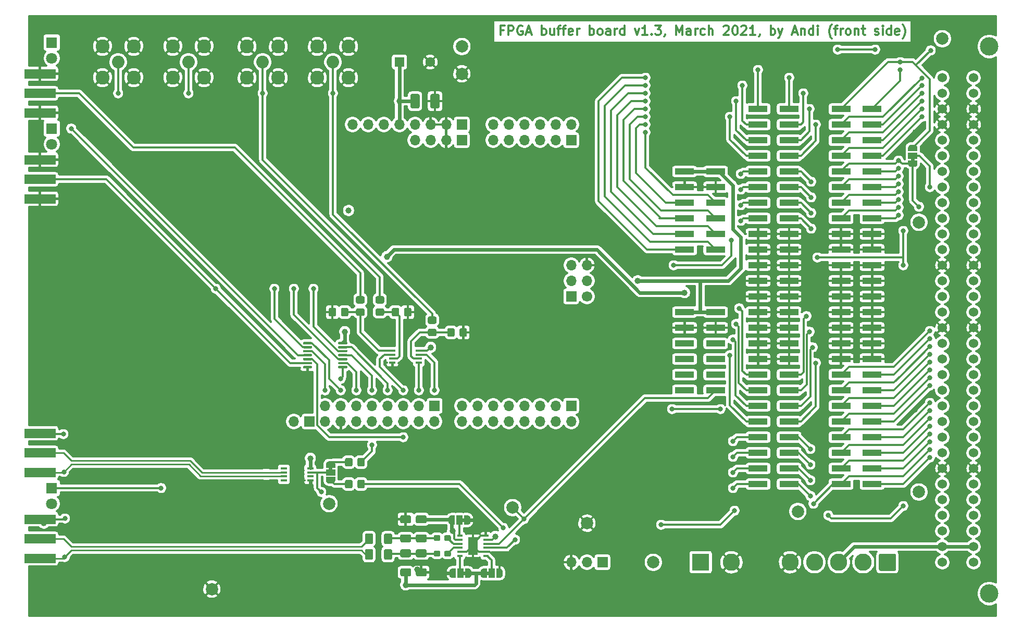
<source format=gtl>
%TF.GenerationSoftware,KiCad,Pcbnew,5.1.10-88a1d61d58~88~ubuntu18.04.1*%
%TF.CreationDate,2021-05-13T12:28:33+02:00*%
%TF.ProjectId,FPGA_buffer_board,46504741-5f62-4756-9666-65725f626f61,1.1*%
%TF.SameCoordinates,Original*%
%TF.FileFunction,Copper,L1,Top*%
%TF.FilePolarity,Positive*%
%FSLAX46Y46*%
G04 Gerber Fmt 4.6, Leading zero omitted, Abs format (unit mm)*
G04 Created by KiCad (PCBNEW 5.1.10-88a1d61d58~88~ubuntu18.04.1) date 2021-05-13 12:28:33*
%MOMM*%
%LPD*%
G01*
G04 APERTURE LIST*
%TA.AperFunction,NonConductor*%
%ADD10C,0.300000*%
%TD*%
%TA.AperFunction,EtchedComponent*%
%ADD11C,0.100000*%
%TD*%
%TA.AperFunction,ComponentPad*%
%ADD12O,1.700000X1.700000*%
%TD*%
%TA.AperFunction,ComponentPad*%
%ADD13R,1.700000X1.700000*%
%TD*%
%TA.AperFunction,SMDPad,CuDef*%
%ADD14R,3.150000X1.000000*%
%TD*%
%TA.AperFunction,SMDPad,CuDef*%
%ADD15C,0.100000*%
%TD*%
%TA.AperFunction,SMDPad,CuDef*%
%ADD16R,1.000000X1.500000*%
%TD*%
%TA.AperFunction,ComponentPad*%
%ADD17R,1.600000X1.600000*%
%TD*%
%TA.AperFunction,ComponentPad*%
%ADD18C,1.600000*%
%TD*%
%TA.AperFunction,SMDPad,CuDef*%
%ADD19R,1.500000X1.000000*%
%TD*%
%TA.AperFunction,ComponentPad*%
%ADD20C,2.800000*%
%TD*%
%TA.AperFunction,SMDPad,CuDef*%
%ADD21R,1.100000X0.400000*%
%TD*%
%TA.AperFunction,SMDPad,CuDef*%
%ADD22R,0.890000X0.420000*%
%TD*%
%TA.AperFunction,SMDPad,CuDef*%
%ADD23R,1.650000X2.850000*%
%TD*%
%TA.AperFunction,SMDPad,CuDef*%
%ADD24R,5.080000X1.500000*%
%TD*%
%TA.AperFunction,ComponentPad*%
%ADD25R,2.800000X2.800000*%
%TD*%
%TA.AperFunction,ComponentPad*%
%ADD26C,1.700000*%
%TD*%
%TA.AperFunction,ComponentPad*%
%ADD27C,1.524000*%
%TD*%
%TA.AperFunction,ComponentPad*%
%ADD28C,3.000000*%
%TD*%
%TA.AperFunction,ComponentPad*%
%ADD29C,2.050000*%
%TD*%
%TA.AperFunction,ComponentPad*%
%ADD30C,2.250000*%
%TD*%
%TA.AperFunction,ComponentPad*%
%ADD31R,1.800000X1.800000*%
%TD*%
%TA.AperFunction,ComponentPad*%
%ADD32C,1.800000*%
%TD*%
%TA.AperFunction,ComponentPad*%
%ADD33C,2.000000*%
%TD*%
%TA.AperFunction,ViaPad*%
%ADD34C,1.000000*%
%TD*%
%TA.AperFunction,ViaPad*%
%ADD35C,0.800000*%
%TD*%
%TA.AperFunction,Conductor*%
%ADD36C,0.350000*%
%TD*%
%TA.AperFunction,Conductor*%
%ADD37C,0.600000*%
%TD*%
%TA.AperFunction,Conductor*%
%ADD38C,0.250000*%
%TD*%
%TA.AperFunction,Conductor*%
%ADD39C,0.100000*%
%TD*%
G04 APERTURE END LIST*
D10*
X167422142Y-53232857D02*
X166922142Y-53232857D01*
X166922142Y-54018571D02*
X166922142Y-52518571D01*
X167636428Y-52518571D01*
X168207857Y-54018571D02*
X168207857Y-52518571D01*
X168779285Y-52518571D01*
X168922142Y-52590000D01*
X168993571Y-52661428D01*
X169065000Y-52804285D01*
X169065000Y-53018571D01*
X168993571Y-53161428D01*
X168922142Y-53232857D01*
X168779285Y-53304285D01*
X168207857Y-53304285D01*
X170493571Y-52590000D02*
X170350714Y-52518571D01*
X170136428Y-52518571D01*
X169922142Y-52590000D01*
X169779285Y-52732857D01*
X169707857Y-52875714D01*
X169636428Y-53161428D01*
X169636428Y-53375714D01*
X169707857Y-53661428D01*
X169779285Y-53804285D01*
X169922142Y-53947142D01*
X170136428Y-54018571D01*
X170279285Y-54018571D01*
X170493571Y-53947142D01*
X170565000Y-53875714D01*
X170565000Y-53375714D01*
X170279285Y-53375714D01*
X171136428Y-53590000D02*
X171850714Y-53590000D01*
X170993571Y-54018571D02*
X171493571Y-52518571D01*
X171993571Y-54018571D01*
X173636428Y-54018571D02*
X173636428Y-52518571D01*
X173636428Y-53090000D02*
X173779285Y-53018571D01*
X174065000Y-53018571D01*
X174207857Y-53090000D01*
X174279285Y-53161428D01*
X174350714Y-53304285D01*
X174350714Y-53732857D01*
X174279285Y-53875714D01*
X174207857Y-53947142D01*
X174065000Y-54018571D01*
X173779285Y-54018571D01*
X173636428Y-53947142D01*
X175636428Y-53018571D02*
X175636428Y-54018571D01*
X174993571Y-53018571D02*
X174993571Y-53804285D01*
X175065000Y-53947142D01*
X175207857Y-54018571D01*
X175422142Y-54018571D01*
X175565000Y-53947142D01*
X175636428Y-53875714D01*
X176136428Y-53018571D02*
X176707857Y-53018571D01*
X176350714Y-54018571D02*
X176350714Y-52732857D01*
X176422142Y-52590000D01*
X176565000Y-52518571D01*
X176707857Y-52518571D01*
X176993571Y-53018571D02*
X177565000Y-53018571D01*
X177207857Y-54018571D02*
X177207857Y-52732857D01*
X177279285Y-52590000D01*
X177422142Y-52518571D01*
X177565000Y-52518571D01*
X178636428Y-53947142D02*
X178493571Y-54018571D01*
X178207857Y-54018571D01*
X178065000Y-53947142D01*
X177993571Y-53804285D01*
X177993571Y-53232857D01*
X178065000Y-53090000D01*
X178207857Y-53018571D01*
X178493571Y-53018571D01*
X178636428Y-53090000D01*
X178707857Y-53232857D01*
X178707857Y-53375714D01*
X177993571Y-53518571D01*
X179350714Y-54018571D02*
X179350714Y-53018571D01*
X179350714Y-53304285D02*
X179422142Y-53161428D01*
X179493571Y-53090000D01*
X179636428Y-53018571D01*
X179779285Y-53018571D01*
X181422142Y-54018571D02*
X181422142Y-52518571D01*
X181422142Y-53090000D02*
X181565000Y-53018571D01*
X181850714Y-53018571D01*
X181993571Y-53090000D01*
X182065000Y-53161428D01*
X182136428Y-53304285D01*
X182136428Y-53732857D01*
X182065000Y-53875714D01*
X181993571Y-53947142D01*
X181850714Y-54018571D01*
X181565000Y-54018571D01*
X181422142Y-53947142D01*
X182993571Y-54018571D02*
X182850714Y-53947142D01*
X182779285Y-53875714D01*
X182707857Y-53732857D01*
X182707857Y-53304285D01*
X182779285Y-53161428D01*
X182850714Y-53090000D01*
X182993571Y-53018571D01*
X183207857Y-53018571D01*
X183350714Y-53090000D01*
X183422142Y-53161428D01*
X183493571Y-53304285D01*
X183493571Y-53732857D01*
X183422142Y-53875714D01*
X183350714Y-53947142D01*
X183207857Y-54018571D01*
X182993571Y-54018571D01*
X184779285Y-54018571D02*
X184779285Y-53232857D01*
X184707857Y-53090000D01*
X184565000Y-53018571D01*
X184279285Y-53018571D01*
X184136428Y-53090000D01*
X184779285Y-53947142D02*
X184636428Y-54018571D01*
X184279285Y-54018571D01*
X184136428Y-53947142D01*
X184065000Y-53804285D01*
X184065000Y-53661428D01*
X184136428Y-53518571D01*
X184279285Y-53447142D01*
X184636428Y-53447142D01*
X184779285Y-53375714D01*
X185493571Y-54018571D02*
X185493571Y-53018571D01*
X185493571Y-53304285D02*
X185565000Y-53161428D01*
X185636428Y-53090000D01*
X185779285Y-53018571D01*
X185922142Y-53018571D01*
X187065000Y-54018571D02*
X187065000Y-52518571D01*
X187065000Y-53947142D02*
X186922142Y-54018571D01*
X186636428Y-54018571D01*
X186493571Y-53947142D01*
X186422142Y-53875714D01*
X186350714Y-53732857D01*
X186350714Y-53304285D01*
X186422142Y-53161428D01*
X186493571Y-53090000D01*
X186636428Y-53018571D01*
X186922142Y-53018571D01*
X187065000Y-53090000D01*
X188779285Y-53018571D02*
X189136428Y-54018571D01*
X189493571Y-53018571D01*
X190850714Y-54018571D02*
X189993571Y-54018571D01*
X190422142Y-54018571D02*
X190422142Y-52518571D01*
X190279285Y-52732857D01*
X190136428Y-52875714D01*
X189993571Y-52947142D01*
X191493571Y-53875714D02*
X191565000Y-53947142D01*
X191493571Y-54018571D01*
X191422142Y-53947142D01*
X191493571Y-53875714D01*
X191493571Y-54018571D01*
X192065000Y-52518571D02*
X192993571Y-52518571D01*
X192493571Y-53090000D01*
X192707857Y-53090000D01*
X192850714Y-53161428D01*
X192922142Y-53232857D01*
X192993571Y-53375714D01*
X192993571Y-53732857D01*
X192922142Y-53875714D01*
X192850714Y-53947142D01*
X192707857Y-54018571D01*
X192279285Y-54018571D01*
X192136428Y-53947142D01*
X192065000Y-53875714D01*
X193707857Y-53947142D02*
X193707857Y-54018571D01*
X193636428Y-54161428D01*
X193565000Y-54232857D01*
X195493571Y-54018571D02*
X195493571Y-52518571D01*
X195993571Y-53590000D01*
X196493571Y-52518571D01*
X196493571Y-54018571D01*
X197850714Y-54018571D02*
X197850714Y-53232857D01*
X197779285Y-53090000D01*
X197636428Y-53018571D01*
X197350714Y-53018571D01*
X197207857Y-53090000D01*
X197850714Y-53947142D02*
X197707857Y-54018571D01*
X197350714Y-54018571D01*
X197207857Y-53947142D01*
X197136428Y-53804285D01*
X197136428Y-53661428D01*
X197207857Y-53518571D01*
X197350714Y-53447142D01*
X197707857Y-53447142D01*
X197850714Y-53375714D01*
X198565000Y-54018571D02*
X198565000Y-53018571D01*
X198565000Y-53304285D02*
X198636428Y-53161428D01*
X198707857Y-53090000D01*
X198850714Y-53018571D01*
X198993571Y-53018571D01*
X200136428Y-53947142D02*
X199993571Y-54018571D01*
X199707857Y-54018571D01*
X199565000Y-53947142D01*
X199493571Y-53875714D01*
X199422142Y-53732857D01*
X199422142Y-53304285D01*
X199493571Y-53161428D01*
X199565000Y-53090000D01*
X199707857Y-53018571D01*
X199993571Y-53018571D01*
X200136428Y-53090000D01*
X200779285Y-54018571D02*
X200779285Y-52518571D01*
X201422142Y-54018571D02*
X201422142Y-53232857D01*
X201350714Y-53090000D01*
X201207857Y-53018571D01*
X200993571Y-53018571D01*
X200850714Y-53090000D01*
X200779285Y-53161428D01*
X203207857Y-52661428D02*
X203279285Y-52590000D01*
X203422142Y-52518571D01*
X203779285Y-52518571D01*
X203922142Y-52590000D01*
X203993571Y-52661428D01*
X204065000Y-52804285D01*
X204065000Y-52947142D01*
X203993571Y-53161428D01*
X203136428Y-54018571D01*
X204065000Y-54018571D01*
X204993571Y-52518571D02*
X205136428Y-52518571D01*
X205279285Y-52590000D01*
X205350714Y-52661428D01*
X205422142Y-52804285D01*
X205493571Y-53090000D01*
X205493571Y-53447142D01*
X205422142Y-53732857D01*
X205350714Y-53875714D01*
X205279285Y-53947142D01*
X205136428Y-54018571D01*
X204993571Y-54018571D01*
X204850714Y-53947142D01*
X204779285Y-53875714D01*
X204707857Y-53732857D01*
X204636428Y-53447142D01*
X204636428Y-53090000D01*
X204707857Y-52804285D01*
X204779285Y-52661428D01*
X204850714Y-52590000D01*
X204993571Y-52518571D01*
X206065000Y-52661428D02*
X206136428Y-52590000D01*
X206279285Y-52518571D01*
X206636428Y-52518571D01*
X206779285Y-52590000D01*
X206850714Y-52661428D01*
X206922142Y-52804285D01*
X206922142Y-52947142D01*
X206850714Y-53161428D01*
X205993571Y-54018571D01*
X206922142Y-54018571D01*
X208350714Y-54018571D02*
X207493571Y-54018571D01*
X207922142Y-54018571D02*
X207922142Y-52518571D01*
X207779285Y-52732857D01*
X207636428Y-52875714D01*
X207493571Y-52947142D01*
X209064999Y-53947142D02*
X209064999Y-54018571D01*
X208993571Y-54161428D01*
X208922142Y-54232857D01*
X210850714Y-54018571D02*
X210850714Y-52518571D01*
X210850714Y-53090000D02*
X210993571Y-53018571D01*
X211279285Y-53018571D01*
X211422142Y-53090000D01*
X211493571Y-53161428D01*
X211565000Y-53304285D01*
X211565000Y-53732857D01*
X211493571Y-53875714D01*
X211422142Y-53947142D01*
X211279285Y-54018571D01*
X210993571Y-54018571D01*
X210850714Y-53947142D01*
X212065000Y-53018571D02*
X212422142Y-54018571D01*
X212779285Y-53018571D02*
X212422142Y-54018571D01*
X212279285Y-54375714D01*
X212207857Y-54447142D01*
X212065000Y-54518571D01*
X214422142Y-53590000D02*
X215136428Y-53590000D01*
X214279285Y-54018571D02*
X214779285Y-52518571D01*
X215279285Y-54018571D01*
X215779285Y-53018571D02*
X215779285Y-54018571D01*
X215779285Y-53161428D02*
X215850714Y-53090000D01*
X215993571Y-53018571D01*
X216207857Y-53018571D01*
X216350714Y-53090000D01*
X216422142Y-53232857D01*
X216422142Y-54018571D01*
X217779285Y-54018571D02*
X217779285Y-52518571D01*
X217779285Y-53947142D02*
X217636428Y-54018571D01*
X217350714Y-54018571D01*
X217207857Y-53947142D01*
X217136428Y-53875714D01*
X217064999Y-53732857D01*
X217064999Y-53304285D01*
X217136428Y-53161428D01*
X217207857Y-53090000D01*
X217350714Y-53018571D01*
X217636428Y-53018571D01*
X217779285Y-53090000D01*
X218493571Y-54018571D02*
X218493571Y-53018571D01*
X218493571Y-52518571D02*
X218422142Y-52590000D01*
X218493571Y-52661428D01*
X218564999Y-52590000D01*
X218493571Y-52518571D01*
X218493571Y-52661428D01*
X220779285Y-54590000D02*
X220707857Y-54518571D01*
X220565000Y-54304285D01*
X220493571Y-54161428D01*
X220422142Y-53947142D01*
X220350714Y-53590000D01*
X220350714Y-53304285D01*
X220422142Y-52947142D01*
X220493571Y-52732857D01*
X220565000Y-52590000D01*
X220707857Y-52375714D01*
X220779285Y-52304285D01*
X221136428Y-53018571D02*
X221707857Y-53018571D01*
X221350714Y-54018571D02*
X221350714Y-52732857D01*
X221422142Y-52590000D01*
X221565000Y-52518571D01*
X221707857Y-52518571D01*
X222207857Y-54018571D02*
X222207857Y-53018571D01*
X222207857Y-53304285D02*
X222279285Y-53161428D01*
X222350714Y-53090000D01*
X222493571Y-53018571D01*
X222636428Y-53018571D01*
X223350714Y-54018571D02*
X223207857Y-53947142D01*
X223136428Y-53875714D01*
X223064999Y-53732857D01*
X223064999Y-53304285D01*
X223136428Y-53161428D01*
X223207857Y-53090000D01*
X223350714Y-53018571D01*
X223564999Y-53018571D01*
X223707857Y-53090000D01*
X223779285Y-53161428D01*
X223850714Y-53304285D01*
X223850714Y-53732857D01*
X223779285Y-53875714D01*
X223707857Y-53947142D01*
X223564999Y-54018571D01*
X223350714Y-54018571D01*
X224493571Y-53018571D02*
X224493571Y-54018571D01*
X224493571Y-53161428D02*
X224564999Y-53090000D01*
X224707857Y-53018571D01*
X224922142Y-53018571D01*
X225064999Y-53090000D01*
X225136428Y-53232857D01*
X225136428Y-54018571D01*
X225636428Y-53018571D02*
X226207857Y-53018571D01*
X225850714Y-52518571D02*
X225850714Y-53804285D01*
X225922142Y-53947142D01*
X226065000Y-54018571D01*
X226207857Y-54018571D01*
X227779285Y-53947142D02*
X227922142Y-54018571D01*
X228207857Y-54018571D01*
X228350714Y-53947142D01*
X228422142Y-53804285D01*
X228422142Y-53732857D01*
X228350714Y-53590000D01*
X228207857Y-53518571D01*
X227993571Y-53518571D01*
X227850714Y-53447142D01*
X227779285Y-53304285D01*
X227779285Y-53232857D01*
X227850714Y-53090000D01*
X227993571Y-53018571D01*
X228207857Y-53018571D01*
X228350714Y-53090000D01*
X229065000Y-54018571D02*
X229065000Y-53018571D01*
X229065000Y-52518571D02*
X228993571Y-52590000D01*
X229065000Y-52661428D01*
X229136428Y-52590000D01*
X229065000Y-52518571D01*
X229065000Y-52661428D01*
X230422142Y-54018571D02*
X230422142Y-52518571D01*
X230422142Y-53947142D02*
X230279285Y-54018571D01*
X229993571Y-54018571D01*
X229850714Y-53947142D01*
X229779285Y-53875714D01*
X229707857Y-53732857D01*
X229707857Y-53304285D01*
X229779285Y-53161428D01*
X229850714Y-53090000D01*
X229993571Y-53018571D01*
X230279285Y-53018571D01*
X230422142Y-53090000D01*
X231707857Y-53947142D02*
X231565000Y-54018571D01*
X231279285Y-54018571D01*
X231136428Y-53947142D01*
X231065000Y-53804285D01*
X231065000Y-53232857D01*
X231136428Y-53090000D01*
X231279285Y-53018571D01*
X231565000Y-53018571D01*
X231707857Y-53090000D01*
X231779285Y-53232857D01*
X231779285Y-53375714D01*
X231065000Y-53518571D01*
X232279285Y-54590000D02*
X232350714Y-54518571D01*
X232493571Y-54304285D01*
X232565000Y-54161428D01*
X232636428Y-53947142D01*
X232707857Y-53590000D01*
X232707857Y-53304285D01*
X232636428Y-52947142D01*
X232565000Y-52732857D01*
X232493571Y-52590000D01*
X232350714Y-52375714D01*
X232279285Y-52304285D01*
D11*
G36*
X233634000Y-74560000D02*
G01*
X233634000Y-74060000D01*
X234234000Y-74060000D01*
X234234000Y-74560000D01*
X233634000Y-74560000D01*
G37*
D12*
X165735000Y-68580000D03*
X165735000Y-71120000D03*
X168275000Y-68580000D03*
X168275000Y-71120000D03*
X170815000Y-68580000D03*
X170815000Y-71120000D03*
X173355000Y-68580000D03*
X173355000Y-71120000D03*
X175895000Y-68580000D03*
X175895000Y-71120000D03*
X178435000Y-68580000D03*
D13*
X178435000Y-71120000D03*
D14*
X201900000Y-88900000D03*
X196850000Y-88900000D03*
X201900000Y-86360000D03*
X196850000Y-86360000D03*
X201900000Y-83820000D03*
X196850000Y-83820000D03*
X201900000Y-81280000D03*
X196850000Y-81280000D03*
X201900000Y-78740000D03*
X196850000Y-78740000D03*
X201900000Y-76200000D03*
X196850000Y-76200000D03*
%TA.AperFunction,SMDPad,CuDef*%
D15*
G36*
X161024000Y-133142000D02*
G01*
X160674000Y-133142000D01*
X160674000Y-132542000D01*
X161024000Y-132542000D01*
X161024000Y-132092000D01*
X161574000Y-132092000D01*
X161574000Y-132092602D01*
X161598534Y-132092602D01*
X161647365Y-132097412D01*
X161695490Y-132106984D01*
X161742445Y-132121228D01*
X161787778Y-132140005D01*
X161831051Y-132163136D01*
X161871850Y-132190396D01*
X161909779Y-132221524D01*
X161944476Y-132256221D01*
X161975604Y-132294150D01*
X162002864Y-132334949D01*
X162025995Y-132378222D01*
X162044772Y-132423555D01*
X162059016Y-132470510D01*
X162068588Y-132518635D01*
X162073398Y-132567466D01*
X162073398Y-132592000D01*
X162074000Y-132592000D01*
X162074000Y-133092000D01*
X162073398Y-133092000D01*
X162073398Y-133116534D01*
X162068588Y-133165365D01*
X162059016Y-133213490D01*
X162044772Y-133260445D01*
X162025995Y-133305778D01*
X162002864Y-133349051D01*
X161975604Y-133389850D01*
X161944476Y-133427779D01*
X161909779Y-133462476D01*
X161871850Y-133493604D01*
X161831051Y-133520864D01*
X161787778Y-133543995D01*
X161742445Y-133562772D01*
X161695490Y-133577016D01*
X161647365Y-133586588D01*
X161598534Y-133591398D01*
X161574000Y-133591398D01*
X161574000Y-133592000D01*
X161024000Y-133592000D01*
X161024000Y-133142000D01*
G37*
%TD.AperFunction*%
%TA.AperFunction,SMDPad,CuDef*%
G36*
X158974000Y-133591398D02*
G01*
X158949466Y-133591398D01*
X158900635Y-133586588D01*
X158852510Y-133577016D01*
X158805555Y-133562772D01*
X158760222Y-133543995D01*
X158716949Y-133520864D01*
X158676150Y-133493604D01*
X158638221Y-133462476D01*
X158603524Y-133427779D01*
X158572396Y-133389850D01*
X158545136Y-133349051D01*
X158522005Y-133305778D01*
X158503228Y-133260445D01*
X158488984Y-133213490D01*
X158479412Y-133165365D01*
X158474602Y-133116534D01*
X158474602Y-133092000D01*
X158474000Y-133092000D01*
X158474000Y-132592000D01*
X158474602Y-132592000D01*
X158474602Y-132567466D01*
X158479412Y-132518635D01*
X158488984Y-132470510D01*
X158503228Y-132423555D01*
X158522005Y-132378222D01*
X158545136Y-132334949D01*
X158572396Y-132294150D01*
X158603524Y-132256221D01*
X158638221Y-132221524D01*
X158676150Y-132190396D01*
X158716949Y-132163136D01*
X158760222Y-132140005D01*
X158805555Y-132121228D01*
X158852510Y-132106984D01*
X158900635Y-132097412D01*
X158949466Y-132092602D01*
X158974000Y-132092602D01*
X158974000Y-132092000D01*
X159524000Y-132092000D01*
X159524000Y-133592000D01*
X158974000Y-133592000D01*
X158974000Y-133591398D01*
G37*
%TD.AperFunction*%
D16*
X160274000Y-132842000D03*
D17*
X150495000Y-58420000D03*
D18*
X155495000Y-58420000D03*
D16*
X160401000Y-141478000D03*
%TA.AperFunction,SMDPad,CuDef*%
D15*
G36*
X159101000Y-142227398D02*
G01*
X159076466Y-142227398D01*
X159027635Y-142222588D01*
X158979510Y-142213016D01*
X158932555Y-142198772D01*
X158887222Y-142179995D01*
X158843949Y-142156864D01*
X158803150Y-142129604D01*
X158765221Y-142098476D01*
X158730524Y-142063779D01*
X158699396Y-142025850D01*
X158672136Y-141985051D01*
X158649005Y-141941778D01*
X158630228Y-141896445D01*
X158615984Y-141849490D01*
X158606412Y-141801365D01*
X158601602Y-141752534D01*
X158601602Y-141728000D01*
X158601000Y-141728000D01*
X158601000Y-141228000D01*
X158601602Y-141228000D01*
X158601602Y-141203466D01*
X158606412Y-141154635D01*
X158615984Y-141106510D01*
X158630228Y-141059555D01*
X158649005Y-141014222D01*
X158672136Y-140970949D01*
X158699396Y-140930150D01*
X158730524Y-140892221D01*
X158765221Y-140857524D01*
X158803150Y-140826396D01*
X158843949Y-140799136D01*
X158887222Y-140776005D01*
X158932555Y-140757228D01*
X158979510Y-140742984D01*
X159027635Y-140733412D01*
X159076466Y-140728602D01*
X159101000Y-140728602D01*
X159101000Y-140728000D01*
X159651000Y-140728000D01*
X159651000Y-142228000D01*
X159101000Y-142228000D01*
X159101000Y-142227398D01*
G37*
%TD.AperFunction*%
%TA.AperFunction,SMDPad,CuDef*%
G36*
X161151000Y-141778000D02*
G01*
X160801000Y-141778000D01*
X160801000Y-141178000D01*
X161151000Y-141178000D01*
X161151000Y-140728000D01*
X161701000Y-140728000D01*
X161701000Y-140728602D01*
X161725534Y-140728602D01*
X161774365Y-140733412D01*
X161822490Y-140742984D01*
X161869445Y-140757228D01*
X161914778Y-140776005D01*
X161958051Y-140799136D01*
X161998850Y-140826396D01*
X162036779Y-140857524D01*
X162071476Y-140892221D01*
X162102604Y-140930150D01*
X162129864Y-140970949D01*
X162152995Y-141014222D01*
X162171772Y-141059555D01*
X162186016Y-141106510D01*
X162195588Y-141154635D01*
X162200398Y-141203466D01*
X162200398Y-141228000D01*
X162201000Y-141228000D01*
X162201000Y-141728000D01*
X162200398Y-141728000D01*
X162200398Y-141752534D01*
X162195588Y-141801365D01*
X162186016Y-141849490D01*
X162171772Y-141896445D01*
X162152995Y-141941778D01*
X162129864Y-141985051D01*
X162102604Y-142025850D01*
X162071476Y-142063779D01*
X162036779Y-142098476D01*
X161998850Y-142129604D01*
X161958051Y-142156864D01*
X161914778Y-142179995D01*
X161869445Y-142198772D01*
X161822490Y-142213016D01*
X161774365Y-142222588D01*
X161725534Y-142227398D01*
X161701000Y-142227398D01*
X161701000Y-142228000D01*
X161151000Y-142228000D01*
X161151000Y-141778000D01*
G37*
%TD.AperFunction*%
%TA.AperFunction,SMDPad,CuDef*%
G36*
X164731000Y-141178000D02*
G01*
X165081000Y-141178000D01*
X165081000Y-141778000D01*
X164731000Y-141778000D01*
X164731000Y-142228000D01*
X164181000Y-142228000D01*
X164181000Y-142227398D01*
X164156466Y-142227398D01*
X164107635Y-142222588D01*
X164059510Y-142213016D01*
X164012555Y-142198772D01*
X163967222Y-142179995D01*
X163923949Y-142156864D01*
X163883150Y-142129604D01*
X163845221Y-142098476D01*
X163810524Y-142063779D01*
X163779396Y-142025850D01*
X163752136Y-141985051D01*
X163729005Y-141941778D01*
X163710228Y-141896445D01*
X163695984Y-141849490D01*
X163686412Y-141801365D01*
X163681602Y-141752534D01*
X163681602Y-141728000D01*
X163681000Y-141728000D01*
X163681000Y-141228000D01*
X163681602Y-141228000D01*
X163681602Y-141203466D01*
X163686412Y-141154635D01*
X163695984Y-141106510D01*
X163710228Y-141059555D01*
X163729005Y-141014222D01*
X163752136Y-140970949D01*
X163779396Y-140930150D01*
X163810524Y-140892221D01*
X163845221Y-140857524D01*
X163883150Y-140826396D01*
X163923949Y-140799136D01*
X163967222Y-140776005D01*
X164012555Y-140757228D01*
X164059510Y-140742984D01*
X164107635Y-140733412D01*
X164156466Y-140728602D01*
X164181000Y-140728602D01*
X164181000Y-140728000D01*
X164731000Y-140728000D01*
X164731000Y-141178000D01*
G37*
%TD.AperFunction*%
%TA.AperFunction,SMDPad,CuDef*%
G36*
X166781000Y-140728602D02*
G01*
X166805534Y-140728602D01*
X166854365Y-140733412D01*
X166902490Y-140742984D01*
X166949445Y-140757228D01*
X166994778Y-140776005D01*
X167038051Y-140799136D01*
X167078850Y-140826396D01*
X167116779Y-140857524D01*
X167151476Y-140892221D01*
X167182604Y-140930150D01*
X167209864Y-140970949D01*
X167232995Y-141014222D01*
X167251772Y-141059555D01*
X167266016Y-141106510D01*
X167275588Y-141154635D01*
X167280398Y-141203466D01*
X167280398Y-141228000D01*
X167281000Y-141228000D01*
X167281000Y-141728000D01*
X167280398Y-141728000D01*
X167280398Y-141752534D01*
X167275588Y-141801365D01*
X167266016Y-141849490D01*
X167251772Y-141896445D01*
X167232995Y-141941778D01*
X167209864Y-141985051D01*
X167182604Y-142025850D01*
X167151476Y-142063779D01*
X167116779Y-142098476D01*
X167078850Y-142129604D01*
X167038051Y-142156864D01*
X166994778Y-142179995D01*
X166949445Y-142198772D01*
X166902490Y-142213016D01*
X166854365Y-142222588D01*
X166805534Y-142227398D01*
X166781000Y-142227398D01*
X166781000Y-142228000D01*
X166231000Y-142228000D01*
X166231000Y-140728000D01*
X166781000Y-140728000D01*
X166781000Y-140728602D01*
G37*
%TD.AperFunction*%
D16*
X165481000Y-141478000D03*
%TA.AperFunction,SMDPad,CuDef*%
D15*
G36*
X139619000Y-124345000D02*
G01*
X139619000Y-124695000D01*
X139019000Y-124695000D01*
X139019000Y-124345000D01*
X138569000Y-124345000D01*
X138569000Y-123795000D01*
X138569602Y-123795000D01*
X138569602Y-123770466D01*
X138574412Y-123721635D01*
X138583984Y-123673510D01*
X138598228Y-123626555D01*
X138617005Y-123581222D01*
X138640136Y-123537949D01*
X138667396Y-123497150D01*
X138698524Y-123459221D01*
X138733221Y-123424524D01*
X138771150Y-123393396D01*
X138811949Y-123366136D01*
X138855222Y-123343005D01*
X138900555Y-123324228D01*
X138947510Y-123309984D01*
X138995635Y-123300412D01*
X139044466Y-123295602D01*
X139069000Y-123295602D01*
X139069000Y-123295000D01*
X139569000Y-123295000D01*
X139569000Y-123295602D01*
X139593534Y-123295602D01*
X139642365Y-123300412D01*
X139690490Y-123309984D01*
X139737445Y-123324228D01*
X139782778Y-123343005D01*
X139826051Y-123366136D01*
X139866850Y-123393396D01*
X139904779Y-123424524D01*
X139939476Y-123459221D01*
X139970604Y-123497150D01*
X139997864Y-123537949D01*
X140020995Y-123581222D01*
X140039772Y-123626555D01*
X140054016Y-123673510D01*
X140063588Y-123721635D01*
X140068398Y-123770466D01*
X140068398Y-123795000D01*
X140069000Y-123795000D01*
X140069000Y-124345000D01*
X139619000Y-124345000D01*
G37*
%TD.AperFunction*%
%TA.AperFunction,SMDPad,CuDef*%
G36*
X140068398Y-126395000D02*
G01*
X140068398Y-126419534D01*
X140063588Y-126468365D01*
X140054016Y-126516490D01*
X140039772Y-126563445D01*
X140020995Y-126608778D01*
X139997864Y-126652051D01*
X139970604Y-126692850D01*
X139939476Y-126730779D01*
X139904779Y-126765476D01*
X139866850Y-126796604D01*
X139826051Y-126823864D01*
X139782778Y-126846995D01*
X139737445Y-126865772D01*
X139690490Y-126880016D01*
X139642365Y-126889588D01*
X139593534Y-126894398D01*
X139569000Y-126894398D01*
X139569000Y-126895000D01*
X139069000Y-126895000D01*
X139069000Y-126894398D01*
X139044466Y-126894398D01*
X138995635Y-126889588D01*
X138947510Y-126880016D01*
X138900555Y-126865772D01*
X138855222Y-126846995D01*
X138811949Y-126823864D01*
X138771150Y-126796604D01*
X138733221Y-126765476D01*
X138698524Y-126730779D01*
X138667396Y-126692850D01*
X138640136Y-126652051D01*
X138617005Y-126608778D01*
X138598228Y-126563445D01*
X138583984Y-126516490D01*
X138574412Y-126468365D01*
X138569602Y-126419534D01*
X138569602Y-126395000D01*
X138569000Y-126395000D01*
X138569000Y-125845000D01*
X140069000Y-125845000D01*
X140069000Y-126395000D01*
X140068398Y-126395000D01*
G37*
%TD.AperFunction*%
D19*
X139319000Y-125095000D03*
D13*
X183515000Y-139700000D03*
D12*
X180975000Y-139700000D03*
X178435000Y-139700000D03*
%TA.AperFunction,SMDPad,CuDef*%
G36*
G01*
X152285000Y-65695000D02*
X152285000Y-63845000D01*
G75*
G02*
X152535000Y-63595000I250000J0D01*
G01*
X153535000Y-63595000D01*
G75*
G02*
X153785000Y-63845000I0J-250000D01*
G01*
X153785000Y-65695000D01*
G75*
G02*
X153535000Y-65945000I-250000J0D01*
G01*
X152535000Y-65945000D01*
G75*
G02*
X152285000Y-65695000I0J250000D01*
G01*
G37*
%TD.AperFunction*%
%TA.AperFunction,SMDPad,CuDef*%
G36*
G01*
X155535000Y-65695000D02*
X155535000Y-63845000D01*
G75*
G02*
X155785000Y-63595000I250000J0D01*
G01*
X156785000Y-63595000D01*
G75*
G02*
X157035000Y-63845000I0J-250000D01*
G01*
X157035000Y-65695000D01*
G75*
G02*
X156785000Y-65945000I-250000J0D01*
G01*
X155785000Y-65945000D01*
G75*
G02*
X155535000Y-65695000I0J250000D01*
G01*
G37*
%TD.AperFunction*%
%TA.AperFunction,ComponentPad*%
G36*
G01*
X231235000Y-138560400D02*
X231235000Y-140839600D01*
G75*
G02*
X230974600Y-141100000I-260400J0D01*
G01*
X228695400Y-141100000D01*
G75*
G02*
X228435000Y-140839600I0J260400D01*
G01*
X228435000Y-138560400D01*
G75*
G02*
X228695400Y-138300000I260400J0D01*
G01*
X230974600Y-138300000D01*
G75*
G02*
X231235000Y-138560400I0J-260400D01*
G01*
G37*
%TD.AperFunction*%
D20*
X225875000Y-139700000D03*
X221915000Y-139700000D03*
X217955000Y-139700000D03*
X213995000Y-139700000D03*
D21*
X131708000Y-124445000D03*
X131708000Y-125095000D03*
X131708000Y-125745000D03*
X131708000Y-126395000D03*
X136008000Y-126395000D03*
X136008000Y-125745000D03*
X136008000Y-125095000D03*
X136008000Y-124445000D03*
D22*
X160331000Y-135408000D03*
X160331000Y-136058000D03*
X160331000Y-136708000D03*
X160331000Y-137358000D03*
X160331000Y-138008000D03*
X160331000Y-138658000D03*
X164541000Y-138658000D03*
X164541000Y-138008000D03*
X164541000Y-137358000D03*
X164541000Y-136708000D03*
X164541000Y-136058000D03*
X164541000Y-135408000D03*
D23*
X162436000Y-137033000D03*
D14*
X196850000Y-99060000D03*
X201900000Y-99060000D03*
X196850000Y-101600000D03*
X201900000Y-101600000D03*
X196850000Y-104140000D03*
X201900000Y-104140000D03*
X196850000Y-106680000D03*
X201900000Y-106680000D03*
X196850000Y-109220000D03*
X201900000Y-109220000D03*
X196850000Y-111760000D03*
X201900000Y-111760000D03*
D24*
X92075000Y-132715000D03*
X92075000Y-139065000D03*
X92075000Y-135890000D03*
X92075000Y-121920000D03*
X92075000Y-125095000D03*
X92075000Y-118745000D03*
D25*
X199470000Y-139700000D03*
D20*
X204470000Y-139700000D03*
%TA.AperFunction,SMDPad,CuDef*%
D15*
G36*
X233184602Y-72360000D02*
G01*
X233184602Y-72335466D01*
X233189412Y-72286635D01*
X233198984Y-72238510D01*
X233213228Y-72191555D01*
X233232005Y-72146222D01*
X233255136Y-72102949D01*
X233282396Y-72062150D01*
X233313524Y-72024221D01*
X233348221Y-71989524D01*
X233386150Y-71958396D01*
X233426949Y-71931136D01*
X233470222Y-71908005D01*
X233515555Y-71889228D01*
X233562510Y-71874984D01*
X233610635Y-71865412D01*
X233659466Y-71860602D01*
X233684000Y-71860602D01*
X233684000Y-71860000D01*
X234184000Y-71860000D01*
X234184000Y-71860602D01*
X234208534Y-71860602D01*
X234257365Y-71865412D01*
X234305490Y-71874984D01*
X234352445Y-71889228D01*
X234397778Y-71908005D01*
X234441051Y-71931136D01*
X234481850Y-71958396D01*
X234519779Y-71989524D01*
X234554476Y-72024221D01*
X234585604Y-72062150D01*
X234612864Y-72102949D01*
X234635995Y-72146222D01*
X234654772Y-72191555D01*
X234669016Y-72238510D01*
X234678588Y-72286635D01*
X234683398Y-72335466D01*
X234683398Y-72360000D01*
X234684000Y-72360000D01*
X234684000Y-72910000D01*
X233184000Y-72910000D01*
X233184000Y-72360000D01*
X233184602Y-72360000D01*
G37*
%TD.AperFunction*%
D19*
X233934000Y-73660000D03*
%TA.AperFunction,SMDPad,CuDef*%
D15*
G36*
X234684000Y-74410000D02*
G01*
X234684000Y-74960000D01*
X234683398Y-74960000D01*
X234683398Y-74984534D01*
X234678588Y-75033365D01*
X234669016Y-75081490D01*
X234654772Y-75128445D01*
X234635995Y-75173778D01*
X234612864Y-75217051D01*
X234585604Y-75257850D01*
X234554476Y-75295779D01*
X234519779Y-75330476D01*
X234481850Y-75361604D01*
X234441051Y-75388864D01*
X234397778Y-75411995D01*
X234352445Y-75430772D01*
X234305490Y-75445016D01*
X234257365Y-75454588D01*
X234208534Y-75459398D01*
X234184000Y-75459398D01*
X234184000Y-75460000D01*
X233684000Y-75460000D01*
X233684000Y-75459398D01*
X233659466Y-75459398D01*
X233610635Y-75454588D01*
X233562510Y-75445016D01*
X233515555Y-75430772D01*
X233470222Y-75411995D01*
X233426949Y-75388864D01*
X233386150Y-75361604D01*
X233348221Y-75330476D01*
X233313524Y-75295779D01*
X233282396Y-75257850D01*
X233255136Y-75217051D01*
X233232005Y-75173778D01*
X233213228Y-75128445D01*
X233198984Y-75081490D01*
X233189412Y-75033365D01*
X233184602Y-74984534D01*
X233184602Y-74960000D01*
X233184000Y-74960000D01*
X233184000Y-74410000D01*
X234684000Y-74410000D01*
G37*
%TD.AperFunction*%
%TA.AperFunction,SMDPad,CuDef*%
G36*
G01*
X158866000Y-135525500D02*
X158866000Y-136000500D01*
G75*
G02*
X158628500Y-136238000I-237500J0D01*
G01*
X158028500Y-136238000D01*
G75*
G02*
X157791000Y-136000500I0J237500D01*
G01*
X157791000Y-135525500D01*
G75*
G02*
X158028500Y-135288000I237500J0D01*
G01*
X158628500Y-135288000D01*
G75*
G02*
X158866000Y-135525500I0J-237500D01*
G01*
G37*
%TD.AperFunction*%
%TA.AperFunction,SMDPad,CuDef*%
G36*
G01*
X157141000Y-135525500D02*
X157141000Y-136000500D01*
G75*
G02*
X156903500Y-136238000I-237500J0D01*
G01*
X156303500Y-136238000D01*
G75*
G02*
X156066000Y-136000500I0J237500D01*
G01*
X156066000Y-135525500D01*
G75*
G02*
X156303500Y-135288000I237500J0D01*
G01*
X156903500Y-135288000D01*
G75*
G02*
X157141000Y-135525500I0J-237500D01*
G01*
G37*
%TD.AperFunction*%
%TA.AperFunction,SMDPad,CuDef*%
G36*
G01*
X157141000Y-138065500D02*
X157141000Y-138540500D01*
G75*
G02*
X156903500Y-138778000I-237500J0D01*
G01*
X156303500Y-138778000D01*
G75*
G02*
X156066000Y-138540500I0J237500D01*
G01*
X156066000Y-138065500D01*
G75*
G02*
X156303500Y-137828000I237500J0D01*
G01*
X156903500Y-137828000D01*
G75*
G02*
X157141000Y-138065500I0J-237500D01*
G01*
G37*
%TD.AperFunction*%
%TA.AperFunction,SMDPad,CuDef*%
G36*
G01*
X158866000Y-138065500D02*
X158866000Y-138540500D01*
G75*
G02*
X158628500Y-138778000I-237500J0D01*
G01*
X158028500Y-138778000D01*
G75*
G02*
X157791000Y-138540500I0J237500D01*
G01*
X157791000Y-138065500D01*
G75*
G02*
X158028500Y-137828000I237500J0D01*
G01*
X158628500Y-137828000D01*
G75*
G02*
X158866000Y-138065500I0J-237500D01*
G01*
G37*
%TD.AperFunction*%
D14*
X227330000Y-127000000D03*
X222280000Y-127000000D03*
X227330000Y-124460000D03*
X222280000Y-124460000D03*
X227330000Y-121920000D03*
X222280000Y-121920000D03*
X227330000Y-119380000D03*
X222280000Y-119380000D03*
X227330000Y-116840000D03*
X222280000Y-116840000D03*
X227330000Y-114300000D03*
X222280000Y-114300000D03*
X227330000Y-111760000D03*
X222280000Y-111760000D03*
X227330000Y-109220000D03*
X222280000Y-109220000D03*
X227330000Y-106680000D03*
X222280000Y-106680000D03*
X227330000Y-104140000D03*
X222280000Y-104140000D03*
X227330000Y-101600000D03*
X222280000Y-101600000D03*
X227330000Y-99060000D03*
X222280000Y-99060000D03*
X227330000Y-96520000D03*
X222280000Y-96520000D03*
X227330000Y-93980000D03*
X222280000Y-93980000D03*
X227330000Y-91440000D03*
X222280000Y-91440000D03*
X227330000Y-88900000D03*
X222280000Y-88900000D03*
X227330000Y-86360000D03*
X222280000Y-86360000D03*
X227330000Y-83820000D03*
X222280000Y-83820000D03*
X227330000Y-81280000D03*
X222280000Y-81280000D03*
X227330000Y-78740000D03*
X222280000Y-78740000D03*
X227330000Y-76200000D03*
X222280000Y-76200000D03*
X227330000Y-73660000D03*
X222280000Y-73660000D03*
X227330000Y-71120000D03*
X222280000Y-71120000D03*
X227330000Y-68580000D03*
X222280000Y-68580000D03*
X227330000Y-66040000D03*
X222280000Y-66040000D03*
X213838000Y-127000000D03*
X208788000Y-127000000D03*
X213838000Y-124460000D03*
X208788000Y-124460000D03*
X213838000Y-121920000D03*
X208788000Y-121920000D03*
X213838000Y-119380000D03*
X208788000Y-119380000D03*
X213838000Y-116840000D03*
X208788000Y-116840000D03*
X213838000Y-114300000D03*
X208788000Y-114300000D03*
X213838000Y-111760000D03*
X208788000Y-111760000D03*
X213838000Y-109220000D03*
X208788000Y-109220000D03*
X213838000Y-106680000D03*
X208788000Y-106680000D03*
X213838000Y-104140000D03*
X208788000Y-104140000D03*
X213838000Y-101600000D03*
X208788000Y-101600000D03*
X213838000Y-99060000D03*
X208788000Y-99060000D03*
X213838000Y-96520000D03*
X208788000Y-96520000D03*
X213838000Y-93980000D03*
X208788000Y-93980000D03*
X213838000Y-91440000D03*
X208788000Y-91440000D03*
X213838000Y-88900000D03*
X208788000Y-88900000D03*
X213838000Y-86360000D03*
X208788000Y-86360000D03*
X213838000Y-83820000D03*
X208788000Y-83820000D03*
X213838000Y-81280000D03*
X208788000Y-81280000D03*
X213838000Y-78740000D03*
X208788000Y-78740000D03*
X213838000Y-76200000D03*
X208788000Y-76200000D03*
X213838000Y-73660000D03*
X208788000Y-73660000D03*
X213838000Y-71120000D03*
X208788000Y-71120000D03*
X213838000Y-68580000D03*
X208788000Y-68580000D03*
X213838000Y-66040000D03*
X208788000Y-66040000D03*
D26*
X180975000Y-96520000D03*
D13*
X178435000Y-96520000D03*
D12*
X180975000Y-93980000D03*
X178435000Y-93980000D03*
X180975000Y-91440000D03*
X178435000Y-91440000D03*
D27*
X238760000Y-60960000D03*
X238760000Y-63500000D03*
X238760000Y-66040000D03*
X238760000Y-68580000D03*
X238760000Y-71120000D03*
X238760000Y-73660000D03*
X238760000Y-76200000D03*
X238760000Y-78740000D03*
X238760000Y-81280000D03*
X238760000Y-83820000D03*
X238760000Y-86360000D03*
X238760000Y-88900000D03*
X238760000Y-91440000D03*
X238760000Y-93980000D03*
X238760000Y-96520000D03*
X238760000Y-99060000D03*
X238760000Y-101600000D03*
X238760000Y-104140000D03*
X238760000Y-106680000D03*
X238760000Y-109220000D03*
X238760000Y-111760000D03*
X238760000Y-114300000D03*
X238760000Y-116840000D03*
X238760000Y-119380000D03*
X238760000Y-121920000D03*
X238760000Y-124460000D03*
X238760000Y-127000000D03*
X238760000Y-129540000D03*
X238760000Y-132080000D03*
X238760000Y-134620000D03*
X238760000Y-137160000D03*
X238760000Y-139700000D03*
X243840000Y-139700000D03*
X243840000Y-137160000D03*
X243840000Y-134620000D03*
X243840000Y-132080000D03*
X243840000Y-129540000D03*
X243840000Y-127000000D03*
X243840000Y-124460000D03*
X243840000Y-121920000D03*
X243840000Y-119380000D03*
X243840000Y-116840000D03*
X243840000Y-114300000D03*
X243840000Y-111760000D03*
X243840000Y-109220000D03*
X243840000Y-106680000D03*
X243840000Y-104140000D03*
X243840000Y-101600000D03*
X243840000Y-99060000D03*
X243840000Y-96520000D03*
X243840000Y-93980000D03*
X243840000Y-91440000D03*
X243840000Y-88900000D03*
X243840000Y-86360000D03*
X243840000Y-83820000D03*
X243840000Y-81280000D03*
X243840000Y-78740000D03*
X243840000Y-76200000D03*
X243840000Y-73660000D03*
X243840000Y-71120000D03*
X243840000Y-68580000D03*
X243840000Y-66040000D03*
X243840000Y-63500000D03*
X243840000Y-60960000D03*
D28*
X246380000Y-144780000D03*
X246380000Y-55880000D03*
%TA.AperFunction,SMDPad,CuDef*%
G36*
G01*
X144902500Y-136515001D02*
X144902500Y-135264999D01*
G75*
G02*
X145152499Y-135015000I249999J0D01*
G01*
X145952501Y-135015000D01*
G75*
G02*
X146202500Y-135264999I0J-249999D01*
G01*
X146202500Y-136515001D01*
G75*
G02*
X145952501Y-136765000I-249999J0D01*
G01*
X145152499Y-136765000D01*
G75*
G02*
X144902500Y-136515001I0J249999D01*
G01*
G37*
%TD.AperFunction*%
%TA.AperFunction,SMDPad,CuDef*%
G36*
G01*
X148002500Y-136515001D02*
X148002500Y-135264999D01*
G75*
G02*
X148252499Y-135015000I249999J0D01*
G01*
X149052501Y-135015000D01*
G75*
G02*
X149302500Y-135264999I0J-249999D01*
G01*
X149302500Y-136515001D01*
G75*
G02*
X149052501Y-136765000I-249999J0D01*
G01*
X148252499Y-136765000D01*
G75*
G02*
X148002500Y-136515001I0J249999D01*
G01*
G37*
%TD.AperFunction*%
%TA.AperFunction,SMDPad,CuDef*%
G36*
G01*
X148002500Y-139055001D02*
X148002500Y-137804999D01*
G75*
G02*
X148252499Y-137555000I249999J0D01*
G01*
X149052501Y-137555000D01*
G75*
G02*
X149302500Y-137804999I0J-249999D01*
G01*
X149302500Y-139055001D01*
G75*
G02*
X149052501Y-139305000I-249999J0D01*
G01*
X148252499Y-139305000D01*
G75*
G02*
X148002500Y-139055001I0J249999D01*
G01*
G37*
%TD.AperFunction*%
%TA.AperFunction,SMDPad,CuDef*%
G36*
G01*
X144902500Y-139055001D02*
X144902500Y-137804999D01*
G75*
G02*
X145152499Y-137555000I249999J0D01*
G01*
X145952501Y-137555000D01*
G75*
G02*
X146202500Y-137804999I0J-249999D01*
G01*
X146202500Y-139055001D01*
G75*
G02*
X145952501Y-139305000I-249999J0D01*
G01*
X145152499Y-139305000D01*
G75*
G02*
X144902500Y-139055001I0J249999D01*
G01*
G37*
%TD.AperFunction*%
%TA.AperFunction,SMDPad,CuDef*%
G36*
G01*
X152136001Y-141990500D02*
X150885999Y-141990500D01*
G75*
G02*
X150636000Y-141740501I0J249999D01*
G01*
X150636000Y-140940499D01*
G75*
G02*
X150885999Y-140690500I249999J0D01*
G01*
X152136001Y-140690500D01*
G75*
G02*
X152386000Y-140940499I0J-249999D01*
G01*
X152386000Y-141740501D01*
G75*
G02*
X152136001Y-141990500I-249999J0D01*
G01*
G37*
%TD.AperFunction*%
%TA.AperFunction,SMDPad,CuDef*%
G36*
G01*
X152136001Y-138890500D02*
X150885999Y-138890500D01*
G75*
G02*
X150636000Y-138640501I0J249999D01*
G01*
X150636000Y-137840499D01*
G75*
G02*
X150885999Y-137590500I249999J0D01*
G01*
X152136001Y-137590500D01*
G75*
G02*
X152386000Y-137840499I0J-249999D01*
G01*
X152386000Y-138640501D01*
G75*
G02*
X152136001Y-138890500I-249999J0D01*
G01*
G37*
%TD.AperFunction*%
%TA.AperFunction,SMDPad,CuDef*%
G36*
G01*
X154676001Y-141990500D02*
X153425999Y-141990500D01*
G75*
G02*
X153176000Y-141740501I0J249999D01*
G01*
X153176000Y-140940499D01*
G75*
G02*
X153425999Y-140690500I249999J0D01*
G01*
X154676001Y-140690500D01*
G75*
G02*
X154926000Y-140940499I0J-249999D01*
G01*
X154926000Y-141740501D01*
G75*
G02*
X154676001Y-141990500I-249999J0D01*
G01*
G37*
%TD.AperFunction*%
%TA.AperFunction,SMDPad,CuDef*%
G36*
G01*
X154676001Y-138890500D02*
X153425999Y-138890500D01*
G75*
G02*
X153176000Y-138640501I0J249999D01*
G01*
X153176000Y-137840499D01*
G75*
G02*
X153425999Y-137590500I249999J0D01*
G01*
X154676001Y-137590500D01*
G75*
G02*
X154926000Y-137840499I0J-249999D01*
G01*
X154926000Y-138640501D01*
G75*
G02*
X154676001Y-138890500I-249999J0D01*
G01*
G37*
%TD.AperFunction*%
%TA.AperFunction,SMDPad,CuDef*%
G36*
G01*
X153425999Y-135175500D02*
X154676001Y-135175500D01*
G75*
G02*
X154926000Y-135425499I0J-249999D01*
G01*
X154926000Y-136225501D01*
G75*
G02*
X154676001Y-136475500I-249999J0D01*
G01*
X153425999Y-136475500D01*
G75*
G02*
X153176000Y-136225501I0J249999D01*
G01*
X153176000Y-135425499D01*
G75*
G02*
X153425999Y-135175500I249999J0D01*
G01*
G37*
%TD.AperFunction*%
%TA.AperFunction,SMDPad,CuDef*%
G36*
G01*
X153425999Y-132075500D02*
X154676001Y-132075500D01*
G75*
G02*
X154926000Y-132325499I0J-249999D01*
G01*
X154926000Y-133125501D01*
G75*
G02*
X154676001Y-133375500I-249999J0D01*
G01*
X153425999Y-133375500D01*
G75*
G02*
X153176000Y-133125501I0J249999D01*
G01*
X153176000Y-132325499D01*
G75*
G02*
X153425999Y-132075500I249999J0D01*
G01*
G37*
%TD.AperFunction*%
%TA.AperFunction,SMDPad,CuDef*%
G36*
G01*
X150885999Y-135175500D02*
X152136001Y-135175500D01*
G75*
G02*
X152386000Y-135425499I0J-249999D01*
G01*
X152386000Y-136225501D01*
G75*
G02*
X152136001Y-136475500I-249999J0D01*
G01*
X150885999Y-136475500D01*
G75*
G02*
X150636000Y-136225501I0J249999D01*
G01*
X150636000Y-135425499D01*
G75*
G02*
X150885999Y-135175500I249999J0D01*
G01*
G37*
%TD.AperFunction*%
%TA.AperFunction,SMDPad,CuDef*%
G36*
G01*
X150885999Y-132075500D02*
X152136001Y-132075500D01*
G75*
G02*
X152386000Y-132325499I0J-249999D01*
G01*
X152386000Y-133125501D01*
G75*
G02*
X152136001Y-133375500I-249999J0D01*
G01*
X150885999Y-133375500D01*
G75*
G02*
X150636000Y-133125501I0J249999D01*
G01*
X150636000Y-132325499D01*
G75*
G02*
X150885999Y-132075500I249999J0D01*
G01*
G37*
%TD.AperFunction*%
%TA.AperFunction,SMDPad,CuDef*%
G36*
G01*
X143665000Y-127450001D02*
X143665000Y-126549999D01*
G75*
G02*
X143914999Y-126300000I249999J0D01*
G01*
X144615001Y-126300000D01*
G75*
G02*
X144865000Y-126549999I0J-249999D01*
G01*
X144865000Y-127450001D01*
G75*
G02*
X144615001Y-127700000I-249999J0D01*
G01*
X143914999Y-127700000D01*
G75*
G02*
X143665000Y-127450001I0J249999D01*
G01*
G37*
%TD.AperFunction*%
%TA.AperFunction,SMDPad,CuDef*%
G36*
G01*
X141665000Y-127450001D02*
X141665000Y-126549999D01*
G75*
G02*
X141914999Y-126300000I249999J0D01*
G01*
X142615001Y-126300000D01*
G75*
G02*
X142865000Y-126549999I0J-249999D01*
G01*
X142865000Y-127450001D01*
G75*
G02*
X142615001Y-127700000I-249999J0D01*
G01*
X141914999Y-127700000D01*
G75*
G02*
X141665000Y-127450001I0J249999D01*
G01*
G37*
%TD.AperFunction*%
%TA.AperFunction,SMDPad,CuDef*%
G36*
G01*
X143665000Y-123894001D02*
X143665000Y-122993999D01*
G75*
G02*
X143914999Y-122744000I249999J0D01*
G01*
X144615001Y-122744000D01*
G75*
G02*
X144865000Y-122993999I0J-249999D01*
G01*
X144865000Y-123894001D01*
G75*
G02*
X144615001Y-124144000I-249999J0D01*
G01*
X143914999Y-124144000D01*
G75*
G02*
X143665000Y-123894001I0J249999D01*
G01*
G37*
%TD.AperFunction*%
%TA.AperFunction,SMDPad,CuDef*%
G36*
G01*
X141665000Y-123894001D02*
X141665000Y-122993999D01*
G75*
G02*
X141914999Y-122744000I249999J0D01*
G01*
X142615001Y-122744000D01*
G75*
G02*
X142865000Y-122993999I0J-249999D01*
G01*
X142865000Y-123894001D01*
G75*
G02*
X142615001Y-124144000I-249999J0D01*
G01*
X141914999Y-124144000D01*
G75*
G02*
X141665000Y-123894001I0J249999D01*
G01*
G37*
%TD.AperFunction*%
D24*
X92075000Y-60325000D03*
X92075000Y-66675000D03*
X92075000Y-63500000D03*
D29*
X104775000Y-58420000D03*
D30*
X107315000Y-60960000D03*
X107315000Y-55880000D03*
X102235000Y-55880000D03*
X102235000Y-60960000D03*
D29*
X116205000Y-58420000D03*
D30*
X118745000Y-60960000D03*
X118745000Y-55880000D03*
X113665000Y-55880000D03*
X113665000Y-60960000D03*
%TA.AperFunction,SMDPad,CuDef*%
G36*
G01*
X144595001Y-97660000D02*
X143694999Y-97660000D01*
G75*
G02*
X143445000Y-97410001I0J249999D01*
G01*
X143445000Y-96709999D01*
G75*
G02*
X143694999Y-96460000I249999J0D01*
G01*
X144595001Y-96460000D01*
G75*
G02*
X144845000Y-96709999I0J-249999D01*
G01*
X144845000Y-97410001D01*
G75*
G02*
X144595001Y-97660000I-249999J0D01*
G01*
G37*
%TD.AperFunction*%
%TA.AperFunction,SMDPad,CuDef*%
G36*
G01*
X144595001Y-99660000D02*
X143694999Y-99660000D01*
G75*
G02*
X143445000Y-99410001I0J249999D01*
G01*
X143445000Y-98709999D01*
G75*
G02*
X143694999Y-98460000I249999J0D01*
G01*
X144595001Y-98460000D01*
G75*
G02*
X144845000Y-98709999I0J-249999D01*
G01*
X144845000Y-99410001D01*
G75*
G02*
X144595001Y-99660000I-249999J0D01*
G01*
G37*
%TD.AperFunction*%
%TA.AperFunction,SMDPad,CuDef*%
G36*
G01*
X156279001Y-102962000D02*
X155378999Y-102962000D01*
G75*
G02*
X155129000Y-102712001I0J249999D01*
G01*
X155129000Y-102011999D01*
G75*
G02*
X155378999Y-101762000I249999J0D01*
G01*
X156279001Y-101762000D01*
G75*
G02*
X156529000Y-102011999I0J-249999D01*
G01*
X156529000Y-102712001D01*
G75*
G02*
X156279001Y-102962000I-249999J0D01*
G01*
G37*
%TD.AperFunction*%
%TA.AperFunction,SMDPad,CuDef*%
G36*
G01*
X156279001Y-100962000D02*
X155378999Y-100962000D01*
G75*
G02*
X155129000Y-100712001I0J249999D01*
G01*
X155129000Y-100011999D01*
G75*
G02*
X155378999Y-99762000I249999J0D01*
G01*
X156279001Y-99762000D01*
G75*
G02*
X156529000Y-100011999I0J-249999D01*
G01*
X156529000Y-100712001D01*
G75*
G02*
X156279001Y-100962000I-249999J0D01*
G01*
G37*
%TD.AperFunction*%
%TA.AperFunction,SMDPad,CuDef*%
G36*
G01*
X147770001Y-99660000D02*
X146869999Y-99660000D01*
G75*
G02*
X146620000Y-99410001I0J249999D01*
G01*
X146620000Y-98709999D01*
G75*
G02*
X146869999Y-98460000I249999J0D01*
G01*
X147770001Y-98460000D01*
G75*
G02*
X148020000Y-98709999I0J-249999D01*
G01*
X148020000Y-99410001D01*
G75*
G02*
X147770001Y-99660000I-249999J0D01*
G01*
G37*
%TD.AperFunction*%
%TA.AperFunction,SMDPad,CuDef*%
G36*
G01*
X147770001Y-97660000D02*
X146869999Y-97660000D01*
G75*
G02*
X146620000Y-97410001I0J249999D01*
G01*
X146620000Y-96709999D01*
G75*
G02*
X146869999Y-96460000I249999J0D01*
G01*
X147770001Y-96460000D01*
G75*
G02*
X148020000Y-96709999I0J-249999D01*
G01*
X148020000Y-97410001D01*
G75*
G02*
X147770001Y-97660000I-249999J0D01*
G01*
G37*
%TD.AperFunction*%
%TA.AperFunction,SMDPad,CuDef*%
G36*
G01*
X141005000Y-99510001D02*
X141005000Y-98609999D01*
G75*
G02*
X141254999Y-98360000I249999J0D01*
G01*
X141955001Y-98360000D01*
G75*
G02*
X142205000Y-98609999I0J-249999D01*
G01*
X142205000Y-99510001D01*
G75*
G02*
X141955001Y-99760000I-249999J0D01*
G01*
X141254999Y-99760000D01*
G75*
G02*
X141005000Y-99510001I0J249999D01*
G01*
G37*
%TD.AperFunction*%
%TA.AperFunction,SMDPad,CuDef*%
G36*
G01*
X139005000Y-99510001D02*
X139005000Y-98609999D01*
G75*
G02*
X139254999Y-98360000I249999J0D01*
G01*
X139955001Y-98360000D01*
G75*
G02*
X140205000Y-98609999I0J-249999D01*
G01*
X140205000Y-99510001D01*
G75*
G02*
X139955001Y-99760000I-249999J0D01*
G01*
X139254999Y-99760000D01*
G75*
G02*
X139005000Y-99510001I0J249999D01*
G01*
G37*
%TD.AperFunction*%
%TA.AperFunction,SMDPad,CuDef*%
G36*
G01*
X161477000Y-101911999D02*
X161477000Y-102812001D01*
G75*
G02*
X161227001Y-103062000I-249999J0D01*
G01*
X160526999Y-103062000D01*
G75*
G02*
X160277000Y-102812001I0J249999D01*
G01*
X160277000Y-101911999D01*
G75*
G02*
X160526999Y-101662000I249999J0D01*
G01*
X161227001Y-101662000D01*
G75*
G02*
X161477000Y-101911999I0J-249999D01*
G01*
G37*
%TD.AperFunction*%
%TA.AperFunction,SMDPad,CuDef*%
G36*
G01*
X159477000Y-101911999D02*
X159477000Y-102812001D01*
G75*
G02*
X159227001Y-103062000I-249999J0D01*
G01*
X158526999Y-103062000D01*
G75*
G02*
X158277000Y-102812001I0J249999D01*
G01*
X158277000Y-101911999D01*
G75*
G02*
X158526999Y-101662000I249999J0D01*
G01*
X159227001Y-101662000D01*
G75*
G02*
X159477000Y-101911999I0J-249999D01*
G01*
G37*
%TD.AperFunction*%
%TA.AperFunction,SMDPad,CuDef*%
G36*
G01*
X150460000Y-98609999D02*
X150460000Y-99510001D01*
G75*
G02*
X150210001Y-99760000I-249999J0D01*
G01*
X149509999Y-99760000D01*
G75*
G02*
X149260000Y-99510001I0J249999D01*
G01*
X149260000Y-98609999D01*
G75*
G02*
X149509999Y-98360000I249999J0D01*
G01*
X150210001Y-98360000D01*
G75*
G02*
X150460000Y-98609999I0J-249999D01*
G01*
G37*
%TD.AperFunction*%
%TA.AperFunction,SMDPad,CuDef*%
G36*
G01*
X152460000Y-98609999D02*
X152460000Y-99510001D01*
G75*
G02*
X152210001Y-99760000I-249999J0D01*
G01*
X151509999Y-99760000D01*
G75*
G02*
X151260000Y-99510001I0J249999D01*
G01*
X151260000Y-98609999D01*
G75*
G02*
X151509999Y-98360000I249999J0D01*
G01*
X152210001Y-98360000D01*
G75*
G02*
X152460000Y-98609999I0J-249999D01*
G01*
G37*
%TD.AperFunction*%
D29*
X139700000Y-58420000D03*
D30*
X142240000Y-60960000D03*
X142240000Y-55880000D03*
X137160000Y-55880000D03*
X137160000Y-60960000D03*
X125730000Y-60960000D03*
X125730000Y-55880000D03*
X130810000Y-55880000D03*
X130810000Y-60960000D03*
D29*
X128270000Y-58420000D03*
D24*
X92075000Y-74295000D03*
X92075000Y-80645000D03*
X92075000Y-77470000D03*
%TA.AperFunction,SMDPad,CuDef*%
G36*
G01*
X134830000Y-104195000D02*
X134830000Y-103995000D01*
G75*
G02*
X134930000Y-103895000I100000J0D01*
G01*
X136205000Y-103895000D01*
G75*
G02*
X136305000Y-103995000I0J-100000D01*
G01*
X136305000Y-104195000D01*
G75*
G02*
X136205000Y-104295000I-100000J0D01*
G01*
X134930000Y-104295000D01*
G75*
G02*
X134830000Y-104195000I0J100000D01*
G01*
G37*
%TD.AperFunction*%
%TA.AperFunction,SMDPad,CuDef*%
G36*
G01*
X134830000Y-104845000D02*
X134830000Y-104645000D01*
G75*
G02*
X134930000Y-104545000I100000J0D01*
G01*
X136205000Y-104545000D01*
G75*
G02*
X136305000Y-104645000I0J-100000D01*
G01*
X136305000Y-104845000D01*
G75*
G02*
X136205000Y-104945000I-100000J0D01*
G01*
X134930000Y-104945000D01*
G75*
G02*
X134830000Y-104845000I0J100000D01*
G01*
G37*
%TD.AperFunction*%
%TA.AperFunction,SMDPad,CuDef*%
G36*
G01*
X134830000Y-105495000D02*
X134830000Y-105295000D01*
G75*
G02*
X134930000Y-105195000I100000J0D01*
G01*
X136205000Y-105195000D01*
G75*
G02*
X136305000Y-105295000I0J-100000D01*
G01*
X136305000Y-105495000D01*
G75*
G02*
X136205000Y-105595000I-100000J0D01*
G01*
X134930000Y-105595000D01*
G75*
G02*
X134830000Y-105495000I0J100000D01*
G01*
G37*
%TD.AperFunction*%
%TA.AperFunction,SMDPad,CuDef*%
G36*
G01*
X134830000Y-106145000D02*
X134830000Y-105945000D01*
G75*
G02*
X134930000Y-105845000I100000J0D01*
G01*
X136205000Y-105845000D01*
G75*
G02*
X136305000Y-105945000I0J-100000D01*
G01*
X136305000Y-106145000D01*
G75*
G02*
X136205000Y-106245000I-100000J0D01*
G01*
X134930000Y-106245000D01*
G75*
G02*
X134830000Y-106145000I0J100000D01*
G01*
G37*
%TD.AperFunction*%
%TA.AperFunction,SMDPad,CuDef*%
G36*
G01*
X134830000Y-106795000D02*
X134830000Y-106595000D01*
G75*
G02*
X134930000Y-106495000I100000J0D01*
G01*
X136205000Y-106495000D01*
G75*
G02*
X136305000Y-106595000I0J-100000D01*
G01*
X136305000Y-106795000D01*
G75*
G02*
X136205000Y-106895000I-100000J0D01*
G01*
X134930000Y-106895000D01*
G75*
G02*
X134830000Y-106795000I0J100000D01*
G01*
G37*
%TD.AperFunction*%
%TA.AperFunction,SMDPad,CuDef*%
G36*
G01*
X134830000Y-107445000D02*
X134830000Y-107245000D01*
G75*
G02*
X134930000Y-107145000I100000J0D01*
G01*
X136205000Y-107145000D01*
G75*
G02*
X136305000Y-107245000I0J-100000D01*
G01*
X136305000Y-107445000D01*
G75*
G02*
X136205000Y-107545000I-100000J0D01*
G01*
X134930000Y-107545000D01*
G75*
G02*
X134830000Y-107445000I0J100000D01*
G01*
G37*
%TD.AperFunction*%
%TA.AperFunction,SMDPad,CuDef*%
G36*
G01*
X134830000Y-108095000D02*
X134830000Y-107895000D01*
G75*
G02*
X134930000Y-107795000I100000J0D01*
G01*
X136205000Y-107795000D01*
G75*
G02*
X136305000Y-107895000I0J-100000D01*
G01*
X136305000Y-108095000D01*
G75*
G02*
X136205000Y-108195000I-100000J0D01*
G01*
X134930000Y-108195000D01*
G75*
G02*
X134830000Y-108095000I0J100000D01*
G01*
G37*
%TD.AperFunction*%
%TA.AperFunction,SMDPad,CuDef*%
G36*
G01*
X140555000Y-108095000D02*
X140555000Y-107895000D01*
G75*
G02*
X140655000Y-107795000I100000J0D01*
G01*
X141930000Y-107795000D01*
G75*
G02*
X142030000Y-107895000I0J-100000D01*
G01*
X142030000Y-108095000D01*
G75*
G02*
X141930000Y-108195000I-100000J0D01*
G01*
X140655000Y-108195000D01*
G75*
G02*
X140555000Y-108095000I0J100000D01*
G01*
G37*
%TD.AperFunction*%
%TA.AperFunction,SMDPad,CuDef*%
G36*
G01*
X140555000Y-107445000D02*
X140555000Y-107245000D01*
G75*
G02*
X140655000Y-107145000I100000J0D01*
G01*
X141930000Y-107145000D01*
G75*
G02*
X142030000Y-107245000I0J-100000D01*
G01*
X142030000Y-107445000D01*
G75*
G02*
X141930000Y-107545000I-100000J0D01*
G01*
X140655000Y-107545000D01*
G75*
G02*
X140555000Y-107445000I0J100000D01*
G01*
G37*
%TD.AperFunction*%
%TA.AperFunction,SMDPad,CuDef*%
G36*
G01*
X140555000Y-106795000D02*
X140555000Y-106595000D01*
G75*
G02*
X140655000Y-106495000I100000J0D01*
G01*
X141930000Y-106495000D01*
G75*
G02*
X142030000Y-106595000I0J-100000D01*
G01*
X142030000Y-106795000D01*
G75*
G02*
X141930000Y-106895000I-100000J0D01*
G01*
X140655000Y-106895000D01*
G75*
G02*
X140555000Y-106795000I0J100000D01*
G01*
G37*
%TD.AperFunction*%
%TA.AperFunction,SMDPad,CuDef*%
G36*
G01*
X140555000Y-106145000D02*
X140555000Y-105945000D01*
G75*
G02*
X140655000Y-105845000I100000J0D01*
G01*
X141930000Y-105845000D01*
G75*
G02*
X142030000Y-105945000I0J-100000D01*
G01*
X142030000Y-106145000D01*
G75*
G02*
X141930000Y-106245000I-100000J0D01*
G01*
X140655000Y-106245000D01*
G75*
G02*
X140555000Y-106145000I0J100000D01*
G01*
G37*
%TD.AperFunction*%
%TA.AperFunction,SMDPad,CuDef*%
G36*
G01*
X140555000Y-105495000D02*
X140555000Y-105295000D01*
G75*
G02*
X140655000Y-105195000I100000J0D01*
G01*
X141930000Y-105195000D01*
G75*
G02*
X142030000Y-105295000I0J-100000D01*
G01*
X142030000Y-105495000D01*
G75*
G02*
X141930000Y-105595000I-100000J0D01*
G01*
X140655000Y-105595000D01*
G75*
G02*
X140555000Y-105495000I0J100000D01*
G01*
G37*
%TD.AperFunction*%
%TA.AperFunction,SMDPad,CuDef*%
G36*
G01*
X140555000Y-104845000D02*
X140555000Y-104645000D01*
G75*
G02*
X140655000Y-104545000I100000J0D01*
G01*
X141930000Y-104545000D01*
G75*
G02*
X142030000Y-104645000I0J-100000D01*
G01*
X142030000Y-104845000D01*
G75*
G02*
X141930000Y-104945000I-100000J0D01*
G01*
X140655000Y-104945000D01*
G75*
G02*
X140555000Y-104845000I0J100000D01*
G01*
G37*
%TD.AperFunction*%
%TA.AperFunction,SMDPad,CuDef*%
G36*
G01*
X140555000Y-104195000D02*
X140555000Y-103995000D01*
G75*
G02*
X140655000Y-103895000I100000J0D01*
G01*
X141930000Y-103895000D01*
G75*
G02*
X142030000Y-103995000I0J-100000D01*
G01*
X142030000Y-104195000D01*
G75*
G02*
X141930000Y-104295000I-100000J0D01*
G01*
X140655000Y-104295000D01*
G75*
G02*
X140555000Y-104195000I0J100000D01*
G01*
G37*
%TD.AperFunction*%
D13*
X135890000Y-116840000D03*
D12*
X133350000Y-116840000D03*
D13*
X160655000Y-68580000D03*
D12*
X158115000Y-68580000D03*
X155575000Y-68580000D03*
X153035000Y-68580000D03*
X150495000Y-68580000D03*
X147955000Y-68580000D03*
X145415000Y-68580000D03*
X142875000Y-68580000D03*
D13*
X160655000Y-71120000D03*
D12*
X158115000Y-71120000D03*
X155575000Y-71120000D03*
X153035000Y-71120000D03*
X138430000Y-116840000D03*
X138430000Y-114300000D03*
X140970000Y-116840000D03*
X140970000Y-114300000D03*
X143510000Y-116840000D03*
X143510000Y-114300000D03*
X146050000Y-116840000D03*
X146050000Y-114300000D03*
X148590000Y-116840000D03*
X148590000Y-114300000D03*
X151130000Y-116840000D03*
X151130000Y-114300000D03*
X153670000Y-116840000D03*
X153670000Y-114300000D03*
X156210000Y-116840000D03*
D13*
X156210000Y-114300000D03*
X178435000Y-114300000D03*
D12*
X178435000Y-116840000D03*
X175895000Y-114300000D03*
X175895000Y-116840000D03*
X173355000Y-114300000D03*
X173355000Y-116840000D03*
X170815000Y-114300000D03*
X170815000Y-116840000D03*
X168275000Y-114300000D03*
X168275000Y-116840000D03*
X165735000Y-114300000D03*
X165735000Y-116840000D03*
X163195000Y-114300000D03*
X163195000Y-116840000D03*
X160655000Y-114300000D03*
X160655000Y-116840000D03*
D31*
X93980000Y-55245000D03*
D32*
X93980000Y-57785000D03*
X93980000Y-71755000D03*
D31*
X93980000Y-69215000D03*
X93980000Y-127635000D03*
D32*
X93980000Y-130175000D03*
D21*
X149361000Y-105324000D03*
X149361000Y-105974000D03*
X149361000Y-106624000D03*
X149361000Y-107274000D03*
X153661000Y-107274000D03*
X153661000Y-106624000D03*
X153661000Y-105974000D03*
X153661000Y-105324000D03*
D33*
X191770000Y-139700000D03*
X160655000Y-55880000D03*
X180975000Y-133350000D03*
X238760000Y-54610000D03*
X234950000Y-84455000D03*
X234950000Y-128270000D03*
X215265000Y-131445000D03*
X139065000Y-130175000D03*
X168910000Y-130810000D03*
X120015000Y-144065001D03*
X160655000Y-60325000D03*
D34*
X142240000Y-82550000D03*
X133350000Y-109220000D03*
D35*
X196088000Y-97155000D03*
D34*
X218186000Y-96266000D03*
X218186000Y-87630000D03*
X203200000Y-73152000D03*
X219456000Y-115570000D03*
X158115000Y-64770000D03*
X157226000Y-141478000D03*
X152400000Y-146050000D03*
X114300000Y-146050000D03*
X95885000Y-60325000D03*
X95885000Y-66675000D03*
X95885000Y-74295000D03*
X166751000Y-139573000D03*
X92075000Y-142240000D03*
X127000000Y-133350000D03*
X139700000Y-146050000D03*
X114300000Y-133350000D03*
X165100000Y-146050000D03*
X151765000Y-130810000D03*
X165100000Y-130175000D03*
X151765000Y-125730000D03*
X163322000Y-132842000D03*
X101600000Y-146050000D03*
X127000000Y-146050000D03*
X153416000Y-140843000D03*
X177800000Y-133350000D03*
X114300000Y-120650000D03*
X101600000Y-133350000D03*
X139700000Y-133350000D03*
X109220000Y-130175000D03*
X190500000Y-133350000D03*
X177800000Y-146050000D03*
X190500000Y-146050000D03*
X203200000Y-146050000D03*
X215900000Y-146050000D03*
X228600000Y-146050000D03*
X241300000Y-146050000D03*
X245745000Y-133350000D03*
X245745000Y-82550000D03*
X245745000Y-69850000D03*
X245745000Y-62230000D03*
X101600000Y-95250000D03*
X101600000Y-125730000D03*
X92075000Y-52705000D03*
X146685000Y-58420000D03*
X133985000Y-58420000D03*
X158115000Y-58420000D03*
X215900000Y-57150000D03*
X231140000Y-56896000D03*
X241300000Y-57150000D03*
X236855000Y-82550000D03*
X218186000Y-92710000D03*
X241300000Y-133350000D03*
X234950000Y-132842000D03*
X122555000Y-58420000D03*
X152400000Y-82550000D03*
D35*
X241300000Y-71120000D03*
X241300000Y-73660000D03*
X241300000Y-76200000D03*
X241300000Y-135890000D03*
X241300000Y-138430000D03*
X241046000Y-119380000D03*
X241046000Y-116840000D03*
X241046000Y-114300000D03*
X241046000Y-111760000D03*
X241046000Y-109220000D03*
X241046000Y-106680000D03*
X241046000Y-104140000D03*
X192786000Y-73152000D03*
X226822000Y-128778000D03*
D34*
X234315000Y-69850000D03*
X218694000Y-73660000D03*
X241300000Y-67310000D03*
X241300000Y-124460000D03*
X234950000Y-95250000D03*
X200660000Y-116205000D03*
X199390000Y-105410000D03*
X198882000Y-125730000D03*
X195580000Y-146050000D03*
X217805000Y-133350000D03*
X241300000Y-95250000D03*
X241300000Y-82550000D03*
X245872000Y-95250000D03*
X197612000Y-65278000D03*
X203200000Y-57150000D03*
X196850000Y-73152000D03*
X177800000Y-57150000D03*
X169545000Y-60960000D03*
X190500000Y-91440000D03*
X205740000Y-96520000D03*
X138430000Y-69850000D03*
X190500000Y-120015000D03*
X190500000Y-109855000D03*
X127000000Y-120650000D03*
X168275000Y-55880000D03*
X136017000Y-127889000D03*
X101600000Y-107950000D03*
X101600000Y-120650000D03*
X114300000Y-107950000D03*
X127000000Y-107950000D03*
X114300000Y-95250000D03*
X92075000Y-114300000D03*
X92075000Y-101600000D03*
X114300000Y-82550000D03*
X101600000Y-82550000D03*
X127000000Y-82550000D03*
X127000000Y-69850000D03*
X114300000Y-69850000D03*
X101600000Y-69850000D03*
X110490000Y-58420000D03*
X165100000Y-82550000D03*
X165100000Y-95250000D03*
X163195000Y-102235000D03*
X151765000Y-109220000D03*
X181610000Y-115570000D03*
X189865000Y-98425000D03*
X175895000Y-139700000D03*
X209550000Y-139700000D03*
X234950000Y-141224000D03*
X234950000Y-138430000D03*
X180975000Y-60960000D03*
D35*
X234315000Y-114935000D03*
D34*
X140970000Y-120650000D03*
X156210000Y-120650000D03*
X158115000Y-73660000D03*
X175895000Y-64135000D03*
X128270000Y-52705000D03*
X116205000Y-52705000D03*
X234950000Y-52705000D03*
X245745000Y-120650000D03*
X245745000Y-107950000D03*
D35*
X221996000Y-58420000D03*
X223774000Y-61976000D03*
X223266000Y-131318000D03*
X196088000Y-116840000D03*
X196088000Y-125730000D03*
X196088000Y-92710000D03*
D34*
X226314000Y-134874000D03*
X205740000Y-134112000D03*
X234950000Y-135890000D03*
X104775000Y-52705000D03*
X152400000Y-52705000D03*
X92075000Y-88900000D03*
X146050000Y-73025000D03*
X95885000Y-80645000D03*
X196850000Y-95885000D03*
X148459999Y-90039999D03*
X151511000Y-143383000D03*
X150495000Y-64770000D03*
X159131000Y-134620000D03*
X166116000Y-135509000D03*
X136017000Y-122809000D03*
X141605000Y-102235000D03*
X155575000Y-104775000D03*
X189230000Y-93980000D03*
D35*
X146050000Y-120650000D03*
X137795000Y-128270000D03*
X218440000Y-90170000D03*
X232410000Y-91440000D03*
X232410000Y-85852000D03*
X232410000Y-130556000D03*
X221742000Y-56388000D03*
X227838000Y-56388000D03*
X220218000Y-132080000D03*
X95948500Y-125031500D03*
X95885000Y-118872000D03*
D34*
X92710000Y-133350000D03*
D35*
X96139000Y-132588000D03*
X96075501Y-138874501D03*
X138430000Y-111760000D03*
X170765499Y-132665499D03*
X140970000Y-111760000D03*
X190500000Y-62230000D03*
X190500000Y-60960000D03*
X190500000Y-64770000D03*
X190500000Y-63500000D03*
X190500000Y-67310000D03*
X190500000Y-66040000D03*
X190500000Y-69850000D03*
X190500000Y-68580000D03*
X204978000Y-131318000D03*
X202692000Y-114808000D03*
X204470000Y-87406837D03*
X195072000Y-91440000D03*
X194818000Y-114808000D03*
X193040000Y-133604000D03*
X218186000Y-107315000D03*
X217297000Y-128905000D03*
X204216000Y-106045000D03*
X217678000Y-104775000D03*
X204724000Y-103505000D03*
X217170000Y-102235000D03*
X205232000Y-100965000D03*
X216662000Y-99695000D03*
X205740000Y-98425000D03*
X204724000Y-127635000D03*
X217297000Y-126365000D03*
X204724000Y-125095000D03*
X217297000Y-123825000D03*
X204724000Y-122555000D03*
X217297000Y-121285000D03*
X204724000Y-120015000D03*
X231648000Y-75692000D03*
X231648000Y-78232000D03*
X231648000Y-80772000D03*
X231648000Y-83312000D03*
X236728000Y-103378000D03*
X236728000Y-105918000D03*
X236728000Y-108458000D03*
X236728000Y-110998000D03*
X236728000Y-115062000D03*
X236728000Y-117602000D03*
X236728000Y-120142000D03*
X236728000Y-122682000D03*
X236728000Y-121412000D03*
X217805000Y-130175000D03*
X236728000Y-118872000D03*
X236728000Y-116332000D03*
X236728000Y-113792000D03*
X236728000Y-109728000D03*
X236728000Y-107188000D03*
X236728000Y-104648000D03*
X236728000Y-102108000D03*
X231648000Y-82042000D03*
X231648000Y-79502000D03*
X231648000Y-76962000D03*
X231648000Y-74422000D03*
X234950000Y-81915000D03*
X217424000Y-85471000D03*
X205994000Y-84201000D03*
X217424000Y-82931000D03*
X205994000Y-81661000D03*
X217424000Y-80391000D03*
X205994000Y-79121000D03*
X217424000Y-77851000D03*
X205994000Y-76581000D03*
X208788000Y-59690000D03*
X156210000Y-111760000D03*
X153670000Y-111760000D03*
X151130000Y-111760000D03*
X218186000Y-68580000D03*
X204216000Y-67310000D03*
X217170000Y-66040000D03*
X205232000Y-64770000D03*
X216154000Y-63500000D03*
X206248000Y-62230000D03*
X213868000Y-60960000D03*
X235458000Y-67310000D03*
X235458000Y-66040000D03*
X235458000Y-64770000D03*
X235458000Y-63500000D03*
X235458000Y-62230000D03*
X235417992Y-61000008D03*
X231902000Y-59690000D03*
X231902000Y-58420000D03*
X236855000Y-56515000D03*
X143510000Y-111760000D03*
X151130000Y-119380000D03*
X148590000Y-111760000D03*
X146050000Y-111760000D03*
X139700000Y-63500000D03*
X120650000Y-95250000D03*
X133350000Y-95250000D03*
X104775000Y-63500000D03*
X167386000Y-134112000D03*
X169291000Y-136017000D03*
X128270000Y-63500000D03*
X116205000Y-63500000D03*
X136525000Y-95250000D03*
X236728000Y-78740000D03*
X130175000Y-95250000D03*
X97155000Y-69215000D03*
X140970000Y-109855000D03*
X111760000Y-127635000D03*
D36*
X162436000Y-136718000D02*
X162436000Y-137033000D01*
X163746000Y-135408000D02*
X162436000Y-136718000D01*
X164541000Y-135408000D02*
X163746000Y-135408000D01*
X161461000Y-138008000D02*
X160331000Y-138008000D01*
X162436000Y-137033000D02*
X161461000Y-138008000D01*
X163411000Y-138008000D02*
X162436000Y-137033000D01*
X164541000Y-138008000D02*
X163411000Y-138008000D01*
X165186000Y-138008000D02*
X166751000Y-139573000D01*
X164541000Y-138008000D02*
X165186000Y-138008000D01*
X166751000Y-141448000D02*
X166781000Y-141478000D01*
X166751000Y-139573000D02*
X166751000Y-141448000D01*
D37*
X157226000Y-141478000D02*
X159101000Y-141478000D01*
X136017000Y-126504001D02*
X136008000Y-126495001D01*
X136017000Y-127889000D02*
X136017000Y-126504001D01*
X161574000Y-132842000D02*
X163322000Y-132842000D01*
X149599998Y-88900000D02*
X148459999Y-90039999D01*
X182595998Y-88900000D02*
X149599998Y-88900000D01*
X196850000Y-95885000D02*
X189580998Y-95885000D01*
X189580998Y-95885000D02*
X182595998Y-88900000D01*
X224455000Y-137160000D02*
X221915000Y-139700000D01*
X243840000Y-137160000D02*
X224455000Y-137160000D01*
X161701000Y-141478000D02*
X162941000Y-141478000D01*
X162941000Y-141478000D02*
X164181000Y-141478000D01*
X151511000Y-142748000D02*
X151511000Y-143383000D01*
X151511000Y-142748000D02*
X151511000Y-141278000D01*
X150495000Y-64770000D02*
X153035000Y-64770000D01*
X196850000Y-76200000D02*
X201900000Y-76200000D01*
X199390000Y-94234000D02*
X199136000Y-93980000D01*
X199390000Y-99060000D02*
X199390000Y-94234000D01*
X196850000Y-99060000D02*
X199390000Y-99060000D01*
X201900000Y-99060000D02*
X199390000Y-99060000D01*
X198374000Y-93980000D02*
X199136000Y-93980000D01*
X201422000Y-93980000D02*
X198374000Y-93980000D01*
X201900000Y-76200000D02*
X202425002Y-76200000D01*
X204672001Y-85546001D02*
X205994000Y-86868000D01*
X202425002Y-76200000D02*
X204672001Y-78446999D01*
X203962000Y-93980000D02*
X201422000Y-93980000D01*
X205994000Y-91948000D02*
X203962000Y-93980000D01*
X204672001Y-78446999D02*
X204672001Y-85546001D01*
X205994000Y-86868000D02*
X205994000Y-91948000D01*
X151511000Y-143383000D02*
X162687000Y-143383000D01*
X162941000Y-143129000D02*
X162941000Y-141478000D01*
X162687000Y-143383000D02*
X162941000Y-143129000D01*
D36*
X165567000Y-136058000D02*
X164541000Y-136058000D01*
X166116000Y-135509000D02*
X165567000Y-136058000D01*
D37*
X158920000Y-132788000D02*
X158974000Y-132842000D01*
X154051000Y-132788000D02*
X158920000Y-132788000D01*
X158974000Y-134463000D02*
X159131000Y-134620000D01*
X158974000Y-132842000D02*
X158974000Y-134463000D01*
D36*
X159392998Y-135890000D02*
X159392998Y-134881998D01*
X159392998Y-134881998D02*
X159131000Y-134620000D01*
X159560998Y-136058000D02*
X159392998Y-135890000D01*
X160331000Y-136058000D02*
X159560998Y-136058000D01*
D37*
X136017000Y-124335999D02*
X136008000Y-124344999D01*
X136017000Y-122809000D02*
X136017000Y-124335999D01*
X141605000Y-103682490D02*
X141292500Y-103994990D01*
X141605000Y-102235000D02*
X141605000Y-103682490D01*
X189230000Y-93980000D02*
X191770000Y-93980000D01*
X191770000Y-93980000D02*
X198374000Y-93980000D01*
X150495000Y-64770000D02*
X150495000Y-68580000D01*
X150495000Y-64770000D02*
X150495000Y-58420000D01*
D36*
X155026000Y-105324000D02*
X155575000Y-104775000D01*
X153661000Y-105324000D02*
X155026000Y-105324000D01*
X146050000Y-121684000D02*
X144290000Y-123444000D01*
X146050000Y-120650000D02*
X146050000Y-121684000D01*
X160331000Y-141408000D02*
X160401000Y-141478000D01*
X160331000Y-138658000D02*
X160331000Y-141408000D01*
X164776000Y-138658000D02*
X164541000Y-138658000D01*
X165481000Y-139363000D02*
X164776000Y-138658000D01*
X165481000Y-141478000D02*
X165481000Y-139363000D01*
X137160000Y-127635000D02*
X137795000Y-128270000D01*
X137160000Y-125095000D02*
X137160000Y-127635000D01*
X137160000Y-125095000D02*
X136008000Y-125095000D01*
X139319000Y-125095000D02*
X137160000Y-125095000D01*
X218440000Y-90170000D02*
X232410000Y-90170000D01*
X232410000Y-85852000D02*
X232410000Y-90170000D01*
X221742000Y-56388000D02*
X227838000Y-56388000D01*
X232410000Y-91440000D02*
X232410000Y-90170000D01*
X230378000Y-132588000D02*
X230632000Y-132334000D01*
X230632000Y-132334000D02*
X232410000Y-130556000D01*
X220218000Y-132080000D02*
X220726000Y-132588000D01*
X220726000Y-132588000D02*
X223266000Y-132588000D01*
X223012000Y-132588000D02*
X223266000Y-132588000D01*
X223266000Y-132588000D02*
X230378000Y-132588000D01*
D38*
X128435999Y-125120000D02*
X118432266Y-125120000D01*
X129286000Y-125095000D02*
X128460999Y-125095000D01*
X128460999Y-125095000D02*
X128435999Y-125120000D01*
X118432266Y-125120000D02*
X116519766Y-123207500D01*
X95885001Y-121920000D02*
X92075000Y-121920000D01*
X97172501Y-123207500D02*
X95885001Y-121920000D01*
X130882999Y-125095000D02*
X130857999Y-125120000D01*
X131708000Y-125095000D02*
X130882999Y-125095000D01*
X130857999Y-125120000D02*
X129311000Y-125120000D01*
X129311000Y-125120000D02*
X129286000Y-125095000D01*
X116519766Y-123207500D02*
X97172501Y-123207500D01*
X128435999Y-125720000D02*
X118183734Y-125720000D01*
X128460999Y-125745000D02*
X128435999Y-125720000D01*
X129286000Y-125745000D02*
X128460999Y-125745000D01*
X95885001Y-125095000D02*
X92075000Y-125095000D01*
X97172501Y-123807500D02*
X95948500Y-125031500D01*
X118183734Y-125720000D02*
X116271234Y-123807500D01*
X95948500Y-125031500D02*
X95885001Y-125095000D01*
D36*
X92202000Y-118872000D02*
X92075000Y-118745000D01*
X95885000Y-118872000D02*
X92202000Y-118872000D01*
D38*
X130857999Y-125720000D02*
X129311000Y-125720000D01*
X131708000Y-125745000D02*
X130882999Y-125745000D01*
X129311000Y-125720000D02*
X129286000Y-125745000D01*
X130882999Y-125745000D02*
X130857999Y-125720000D01*
X116271234Y-123807500D02*
X97172501Y-123807500D01*
X144327500Y-137777500D02*
X145615000Y-139065000D01*
X92075000Y-139065000D02*
X95885001Y-139065000D01*
D36*
X92075000Y-132715000D02*
X96012000Y-132715000D01*
X96012000Y-132715000D02*
X96139000Y-132588000D01*
D38*
X95885001Y-139065000D02*
X96075501Y-138874501D01*
X96075501Y-138874501D02*
X97172501Y-137777500D01*
X97172501Y-137777500D02*
X144327500Y-137777500D01*
X95885001Y-135890000D02*
X97172501Y-137177500D01*
X144327500Y-137177500D02*
X145615000Y-135890000D01*
X92075000Y-135890000D02*
X95885001Y-135890000D01*
X97172501Y-137177500D02*
X144327500Y-137177500D01*
D36*
X138430000Y-111760000D02*
X138430000Y-109855000D01*
X138430000Y-107498232D02*
X138430000Y-107950000D01*
X138430000Y-107494669D02*
X138430000Y-107950000D01*
X136326768Y-105395000D02*
X138430000Y-107498232D01*
X135567500Y-105395000D02*
X136326768Y-105395000D01*
X138430000Y-107950000D02*
X138430000Y-109855000D01*
X201900000Y-111760000D02*
X201900000Y-111790000D01*
X201900000Y-111790000D02*
X200660000Y-113030000D01*
X200660000Y-113030000D02*
X190400998Y-113030000D01*
X166722998Y-136708000D02*
X170765499Y-132665499D01*
X190400998Y-113030000D02*
X170765499Y-132665499D01*
X164541000Y-136708000D02*
X166722998Y-136708000D01*
X170765499Y-132665499D02*
X169770998Y-133660000D01*
X168910000Y-130810000D02*
X170765499Y-132665499D01*
X139065000Y-109855000D02*
X139065000Y-106829669D01*
X140970000Y-111760000D02*
X139065000Y-109855000D01*
X136330331Y-104095000D02*
X135567500Y-104095000D01*
X139065000Y-106829669D02*
X136330331Y-104095000D01*
X159286000Y-136708000D02*
X158341000Y-135763000D01*
X160331000Y-136708000D02*
X159286000Y-136708000D01*
X148717000Y-135763000D02*
X148590000Y-135890000D01*
X156603500Y-135763000D02*
X148717000Y-135763000D01*
X148717000Y-138303000D02*
X148590000Y-138430000D01*
X156603500Y-138303000D02*
X148717000Y-138303000D01*
X159286000Y-137358000D02*
X158341000Y-138303000D01*
X160331000Y-137358000D02*
X159286000Y-137358000D01*
X201900000Y-88870000D02*
X201900000Y-88900000D01*
X187198000Y-62230000D02*
X183896000Y-65532000D01*
X183896000Y-80264000D02*
X191262000Y-87630000D01*
X191262000Y-87630000D02*
X200660000Y-87630000D01*
X183896000Y-65532000D02*
X183896000Y-80264000D01*
X200660000Y-87630000D02*
X201900000Y-88870000D01*
X190500000Y-62230000D02*
X187198000Y-62230000D01*
X191770000Y-88900000D02*
X196850000Y-88900000D01*
X182880000Y-81026000D02*
X190754000Y-88900000D01*
X190754000Y-88900000D02*
X191770000Y-88900000D01*
X182880000Y-64770000D02*
X182880000Y-81026000D01*
X190500000Y-60960000D02*
X186690000Y-60960000D01*
X186690000Y-60960000D02*
X182880000Y-64770000D01*
X188214000Y-64770000D02*
X185928000Y-67056000D01*
X185928000Y-67056000D02*
X185928000Y-78740000D01*
X201900000Y-86330000D02*
X201900000Y-86360000D01*
X192278000Y-85090000D02*
X200660000Y-85090000D01*
X185928000Y-78740000D02*
X192278000Y-85090000D01*
X200660000Y-85090000D02*
X201900000Y-86330000D01*
X190500000Y-64770000D02*
X188214000Y-64770000D01*
X191770000Y-86360000D02*
X196850000Y-86360000D01*
X184912000Y-66294000D02*
X184912000Y-79502000D01*
X190500000Y-63500000D02*
X187706000Y-63500000D01*
X184912000Y-79502000D02*
X191770000Y-86360000D01*
X187706000Y-63500000D02*
X184912000Y-66294000D01*
X189230000Y-67310000D02*
X187960000Y-68580000D01*
X190500000Y-67310000D02*
X189230000Y-67310000D01*
X201900000Y-83790000D02*
X201900000Y-83820000D01*
X187960000Y-68580000D02*
X187960000Y-76200000D01*
X187960000Y-76200000D02*
X187960000Y-76835000D01*
X200660000Y-82550000D02*
X201900000Y-83790000D01*
X187960000Y-76200000D02*
X187960000Y-77470000D01*
X187960000Y-77470000D02*
X193040000Y-82550000D01*
X193040000Y-82550000D02*
X200660000Y-82550000D01*
X193548000Y-83820000D02*
X196850000Y-83820000D01*
X190500000Y-66040000D02*
X188722000Y-66040000D01*
X188722000Y-66040000D02*
X186944000Y-67818000D01*
X193040000Y-83820000D02*
X193548000Y-83820000D01*
X192786000Y-83820000D02*
X193040000Y-83820000D01*
X186944000Y-67818000D02*
X186944000Y-74549000D01*
X186944000Y-77724000D02*
X186944000Y-76581000D01*
X193040000Y-83820000D02*
X186944000Y-77724000D01*
X186944000Y-74549000D02*
X186944000Y-76581000D01*
X186944000Y-76581000D02*
X186944000Y-77216000D01*
X201900000Y-81250000D02*
X201900000Y-81280000D01*
X200660000Y-80010000D02*
X201900000Y-81250000D01*
X190500000Y-75565000D02*
X190500000Y-73660000D01*
X190500000Y-73660000D02*
X190500000Y-69850000D01*
X194945000Y-80010000D02*
X190500000Y-75565000D01*
X200630000Y-80010000D02*
X194945000Y-80010000D01*
X201900000Y-81280000D02*
X200630000Y-80010000D01*
X193802000Y-81280000D02*
X195072000Y-81280000D01*
X195072000Y-81280000D02*
X196850000Y-81280000D01*
X188976000Y-76454000D02*
X193802000Y-81280000D01*
X188976000Y-69172020D02*
X188976000Y-76454000D01*
X190500000Y-68580000D02*
X189568020Y-68580000D01*
X189568020Y-68580000D02*
X188976000Y-69172020D01*
X204470000Y-89916000D02*
X204470000Y-87406837D01*
X195072000Y-91440000D02*
X202946000Y-91440000D01*
X202946000Y-91440000D02*
X204470000Y-89916000D01*
X202692000Y-133604000D02*
X204978000Y-131318000D01*
X193040000Y-133604000D02*
X202692000Y-133604000D01*
X196088000Y-114808000D02*
X194818000Y-114808000D01*
X196088000Y-114808000D02*
X202692000Y-114808000D01*
X195326000Y-114808000D02*
X196088000Y-114808000D01*
X160274000Y-135351000D02*
X160331000Y-135408000D01*
X160274000Y-132842000D02*
X160274000Y-135351000D01*
X215763000Y-116840000D02*
X213838000Y-116840000D01*
X218186000Y-114417000D02*
X217609500Y-114993500D01*
X217609500Y-114993500D02*
X215763000Y-116840000D01*
X218186000Y-107315000D02*
X218186000Y-114417000D01*
X215392000Y-127000000D02*
X217297000Y-128905000D01*
X213838000Y-127000000D02*
X215392000Y-127000000D01*
X206863000Y-116840000D02*
X208788000Y-116840000D01*
X204216000Y-114193000D02*
X206863000Y-116840000D01*
X204216000Y-106045000D02*
X204216000Y-114193000D01*
X215763000Y-114300000D02*
X213838000Y-114300000D01*
X217278001Y-105174999D02*
X217278001Y-112784999D01*
X217278001Y-112784999D02*
X215763000Y-114300000D01*
X217678000Y-104775000D02*
X217278001Y-105174999D01*
X206863000Y-114300000D02*
X208788000Y-114300000D01*
X205123999Y-112560999D02*
X206863000Y-114300000D01*
X204724000Y-103505000D02*
X205123999Y-103904999D01*
X205123999Y-103904999D02*
X205123999Y-112560999D01*
X216727991Y-110795009D02*
X215763000Y-111760000D01*
X216727991Y-102677009D02*
X216727991Y-110795009D01*
X215763000Y-111760000D02*
X213838000Y-111760000D01*
X217170000Y-102235000D02*
X216727991Y-102677009D01*
X205232000Y-100965000D02*
X205674009Y-101407009D01*
X206863000Y-111760000D02*
X208788000Y-111760000D01*
X205674009Y-110571009D02*
X206863000Y-111760000D01*
X205674009Y-101407009D02*
X205674009Y-110571009D01*
X216177981Y-108805019D02*
X216177981Y-100179019D01*
X215763000Y-109220000D02*
X216177981Y-108805019D01*
X216177981Y-100179019D02*
X216662000Y-99695000D01*
X213838000Y-109220000D02*
X215763000Y-109220000D01*
X206224019Y-98909019D02*
X205740000Y-98425000D01*
X206224019Y-108581019D02*
X206224019Y-98909019D01*
X206863000Y-109220000D02*
X206224019Y-108581019D01*
X208788000Y-109220000D02*
X206863000Y-109220000D01*
X205359000Y-127000000D02*
X204724000Y-127635000D01*
X208788000Y-127000000D02*
X205359000Y-127000000D01*
X215392000Y-124460000D02*
X217297000Y-126365000D01*
X213838000Y-124460000D02*
X215392000Y-124460000D01*
X205359000Y-124460000D02*
X204724000Y-125095000D01*
X208788000Y-124460000D02*
X205359000Y-124460000D01*
X215392000Y-121920000D02*
X217297000Y-123825000D01*
X213838000Y-121920000D02*
X215392000Y-121920000D01*
X205359000Y-121920000D02*
X204724000Y-122555000D01*
X208788000Y-121920000D02*
X205359000Y-121920000D01*
X215392000Y-119380000D02*
X217297000Y-121285000D01*
X213838000Y-119380000D02*
X215392000Y-119380000D01*
X205359000Y-119380000D02*
X204724000Y-120015000D01*
X208788000Y-119380000D02*
X205359000Y-119380000D01*
X231140000Y-76200000D02*
X231648000Y-75692000D01*
X227330000Y-76200000D02*
X231140000Y-76200000D01*
X231140000Y-78740000D02*
X231648000Y-78232000D01*
X227330000Y-78740000D02*
X231140000Y-78740000D01*
X231140000Y-81280000D02*
X231648000Y-80772000D01*
X227330000Y-81280000D02*
X231140000Y-81280000D01*
X231140000Y-83820000D02*
X231648000Y-83312000D01*
X227330000Y-83820000D02*
X231140000Y-83820000D01*
X230886000Y-109220000D02*
X227330000Y-109220000D01*
X236728000Y-103378000D02*
X230886000Y-109220000D01*
X232664000Y-109982000D02*
X236728000Y-105918000D01*
X230886000Y-111760000D02*
X232664000Y-109982000D01*
X227330000Y-111760000D02*
X230886000Y-111760000D01*
X230886000Y-114300000D02*
X227330000Y-114300000D01*
X236728000Y-108458000D02*
X230886000Y-114300000D01*
X230886000Y-116840000D02*
X227330000Y-116840000D01*
X236728000Y-110998000D02*
X230886000Y-116840000D01*
X232410000Y-119380000D02*
X227330000Y-119380000D01*
X236728000Y-115062000D02*
X232410000Y-119380000D01*
X232410000Y-121920000D02*
X227330000Y-121920000D01*
X236728000Y-117602000D02*
X232410000Y-121920000D01*
X232410000Y-124460000D02*
X227330000Y-124460000D01*
X236728000Y-120142000D02*
X232410000Y-124460000D01*
X232410000Y-127000000D02*
X227330000Y-127000000D01*
X236728000Y-122682000D02*
X232410000Y-127000000D01*
X236728000Y-121412000D02*
X232410000Y-125730000D01*
X223550000Y-125730000D02*
X222280000Y-127000000D01*
X232410000Y-125730000D02*
X223550000Y-125730000D01*
X222280000Y-127000000D02*
X220980000Y-127000000D01*
X220980000Y-127000000D02*
X217805000Y-130175000D01*
X236728000Y-118872000D02*
X232410000Y-123190000D01*
X223550000Y-123190000D02*
X222280000Y-124460000D01*
X232410000Y-123190000D02*
X223550000Y-123190000D01*
X236728000Y-116332000D02*
X232410000Y-120650000D01*
X223550000Y-120650000D02*
X222280000Y-121920000D01*
X232410000Y-120650000D02*
X223550000Y-120650000D01*
X236728000Y-113792000D02*
X232410000Y-118110000D01*
X223550000Y-118110000D02*
X222280000Y-119380000D01*
X232410000Y-118110000D02*
X223550000Y-118110000D01*
X236601000Y-109855000D02*
X236728000Y-109728000D01*
X223550000Y-115570000D02*
X222280000Y-116840000D01*
X230886000Y-115570000D02*
X223550000Y-115570000D01*
X236728000Y-109728000D02*
X230886000Y-115570000D01*
X223550000Y-113030000D02*
X222280000Y-114300000D01*
X230886000Y-113030000D02*
X223550000Y-113030000D01*
X236728000Y-107188000D02*
X230886000Y-113030000D01*
X230886000Y-110490000D02*
X232029000Y-109347000D01*
X232029000Y-109347000D02*
X236728000Y-104648000D01*
X223550000Y-110490000D02*
X230886000Y-110490000D01*
X222280000Y-111760000D02*
X223550000Y-110490000D01*
X236728000Y-102108000D02*
X230886000Y-107950000D01*
X223550000Y-107950000D02*
X222280000Y-109220000D01*
X230886000Y-107950000D02*
X223550000Y-107950000D01*
X231648000Y-82042000D02*
X231140000Y-82550000D01*
X223550000Y-82550000D02*
X222280000Y-83820000D01*
X231140000Y-82550000D02*
X223550000Y-82550000D01*
X231648000Y-79502000D02*
X231140000Y-80010000D01*
X223550000Y-80010000D02*
X222280000Y-81280000D01*
X231140000Y-80010000D02*
X223550000Y-80010000D01*
X222280000Y-78740000D02*
X223550000Y-77470000D01*
X231140000Y-77470000D02*
X231648000Y-76962000D01*
X223550000Y-77470000D02*
X231140000Y-77470000D01*
X232186000Y-74960000D02*
X233934000Y-74960000D01*
X231648000Y-74422000D02*
X232186000Y-74960000D01*
X231648000Y-74422000D02*
X231140000Y-74930000D01*
X223550000Y-74930000D02*
X223027000Y-75453000D01*
X231140000Y-74930000D02*
X223550000Y-74930000D01*
X223027000Y-75453000D02*
X222280000Y-76200000D01*
X233934000Y-74960000D02*
X233934000Y-80899000D01*
X233934000Y-80899000D02*
X234950000Y-81915000D01*
X215773000Y-83820000D02*
X217424000Y-85471000D01*
X213838000Y-83820000D02*
X215773000Y-83820000D01*
X206375000Y-83820000D02*
X205994000Y-84201000D01*
X208788000Y-83820000D02*
X206375000Y-83820000D01*
X215773000Y-81280000D02*
X217424000Y-82931000D01*
X213838000Y-81280000D02*
X215773000Y-81280000D01*
X206375000Y-81280000D02*
X205994000Y-81661000D01*
X208788000Y-81280000D02*
X206375000Y-81280000D01*
X215773000Y-78740000D02*
X217424000Y-80391000D01*
X213838000Y-78740000D02*
X215773000Y-78740000D01*
X206375000Y-78740000D02*
X205994000Y-79121000D01*
X208788000Y-78740000D02*
X206375000Y-78740000D01*
X215773000Y-76200000D02*
X217424000Y-77851000D01*
X213838000Y-76200000D02*
X215773000Y-76200000D01*
X206375000Y-76200000D02*
X205994000Y-76581000D01*
X208788000Y-76200000D02*
X206375000Y-76200000D01*
X208788000Y-59690000D02*
X208788000Y-64770000D01*
X208788000Y-64770000D02*
X208788000Y-66040000D01*
X156210000Y-111760000D02*
X156210000Y-107239998D01*
X154944002Y-105974000D02*
X153661000Y-105974000D01*
X156210000Y-107239998D02*
X154944002Y-105974000D01*
X153670000Y-111760000D02*
X153670000Y-107265000D01*
X151033000Y-111663000D02*
X151130000Y-111760000D01*
X151059000Y-111689000D02*
X151130000Y-111760000D01*
X147320000Y-106680000D02*
X147320000Y-107950000D01*
X149225000Y-109855000D02*
X151130000Y-111760000D01*
X149361000Y-105974000D02*
X148026000Y-105974000D01*
X147320000Y-107950000D02*
X149225000Y-109855000D01*
X148026000Y-105974000D02*
X147320000Y-106680000D01*
X215763000Y-73660000D02*
X213838000Y-73660000D01*
X218186000Y-71237000D02*
X215763000Y-73660000D01*
X218186000Y-68580000D02*
X218186000Y-71237000D01*
X206863000Y-73660000D02*
X208788000Y-73660000D01*
X204216000Y-71013000D02*
X206863000Y-73660000D01*
X204216000Y-67310000D02*
X204216000Y-71013000D01*
X215763000Y-71120000D02*
X213838000Y-71120000D01*
X217170000Y-69713000D02*
X215763000Y-71120000D01*
X217170000Y-66040000D02*
X217170000Y-69713000D01*
X206863000Y-71120000D02*
X208788000Y-71120000D01*
X205232000Y-69489000D02*
X206863000Y-71120000D01*
X205232000Y-64770000D02*
X205232000Y-69489000D01*
X215763000Y-68580000D02*
X213838000Y-68580000D01*
X216154000Y-68189000D02*
X215763000Y-68580000D01*
X216154000Y-63500000D02*
X216154000Y-68189000D01*
X206863000Y-68580000D02*
X208788000Y-68580000D01*
X206248000Y-67965000D02*
X206863000Y-68580000D01*
X206248000Y-62230000D02*
X206248000Y-67965000D01*
X213868000Y-66010000D02*
X213838000Y-66040000D01*
X213868000Y-64008000D02*
X213868000Y-66010000D01*
X213868000Y-64008000D02*
X213868000Y-64740000D01*
X213868000Y-60960000D02*
X213868000Y-64008000D01*
X139670000Y-123444000D02*
X139319000Y-123795000D01*
X142240000Y-123444000D02*
X139670000Y-123444000D01*
X139924000Y-127000000D02*
X139319000Y-126395000D01*
X142240000Y-127000000D02*
X139924000Y-127000000D01*
X229108000Y-73660000D02*
X227330000Y-73660000D01*
X235458000Y-67310000D02*
X229108000Y-73660000D01*
X223550000Y-72390000D02*
X222280000Y-73660000D01*
X229108000Y-72390000D02*
X223550000Y-72390000D01*
X235458000Y-66040000D02*
X229108000Y-72390000D01*
X229108000Y-71120000D02*
X227330000Y-71120000D01*
X235458000Y-64770000D02*
X229108000Y-71120000D01*
X235458000Y-63500000D02*
X229108000Y-69850000D01*
X223550000Y-69850000D02*
X222280000Y-71120000D01*
X229108000Y-69850000D02*
X223550000Y-69850000D01*
X229108000Y-68580000D02*
X227330000Y-68580000D01*
X235458000Y-62230000D02*
X229108000Y-68580000D01*
X235417992Y-61000008D02*
X229108000Y-67310000D01*
X223550000Y-67310000D02*
X222280000Y-68580000D01*
X229108000Y-67310000D02*
X223550000Y-67310000D01*
X231902000Y-61468000D02*
X227330000Y-66040000D01*
X231902000Y-59690000D02*
X231902000Y-61468000D01*
X236728000Y-69566000D02*
X236728000Y-61214000D01*
X233934000Y-72360000D02*
X236728000Y-69566000D01*
X229900000Y-58420000D02*
X222280000Y-66040000D01*
X231902000Y-58420000D02*
X229900000Y-58420000D01*
X231902000Y-58420000D02*
X233934000Y-58420000D01*
X236855000Y-56515000D02*
X234442000Y-58928000D01*
X236728000Y-61214000D02*
X234442000Y-58928000D01*
X234442000Y-58928000D02*
X233934000Y-58420000D01*
X143510000Y-108803232D02*
X143510000Y-111760000D01*
X142051768Y-107345000D02*
X143510000Y-108803232D01*
X141292500Y-107345000D02*
X142051768Y-107345000D01*
X151130000Y-119380000D02*
X139067000Y-119380000D01*
X139067000Y-119380000D02*
X137115001Y-117428001D01*
X135567500Y-106695000D02*
X136330331Y-106695000D01*
X136330331Y-106695000D02*
X137115001Y-107479670D01*
X137115001Y-117428001D02*
X137115001Y-111715001D01*
X137115001Y-107479670D02*
X137115001Y-111715001D01*
X148590000Y-110648232D02*
X148590000Y-111760000D01*
X142686768Y-104745000D02*
X141292500Y-104745000D01*
X148590000Y-110648232D02*
X142686768Y-104745000D01*
X146050000Y-109408232D02*
X146050000Y-111760000D01*
X142686768Y-106045000D02*
X146050000Y-109408232D01*
X141927500Y-106045000D02*
X142686768Y-106045000D01*
X97889002Y-63500000D02*
X97155000Y-63500000D01*
X97155000Y-63500000D02*
X95885000Y-63500000D01*
X95885000Y-63500000D02*
X92075000Y-63500000D01*
X144145000Y-92710000D02*
X144145000Y-97060000D01*
X123725998Y-72290998D02*
X144145000Y-92710000D01*
X111859002Y-72290998D02*
X123725998Y-72290998D01*
X111859002Y-72290998D02*
X107215998Y-72290998D01*
X98425000Y-63500000D02*
X92075000Y-63500000D01*
X107215998Y-72290998D02*
X98425000Y-63500000D01*
X139700000Y-63500000D02*
X139700000Y-58420000D01*
X139700000Y-78740000D02*
X139700000Y-83185000D01*
X155829000Y-99314000D02*
X155829000Y-100362000D01*
X139700000Y-83185000D02*
X155829000Y-99314000D01*
X139700000Y-78740000D02*
X139700000Y-63500000D01*
X92075000Y-77470000D02*
X99060000Y-77470000D01*
X102870000Y-77470000D02*
X99060000Y-77470000D01*
X120650000Y-95250000D02*
X102870000Y-77470000D01*
X120650000Y-95250000D02*
X132745000Y-107345000D01*
X135567500Y-107345000D02*
X132745000Y-107345000D01*
X133350000Y-99511768D02*
X133350000Y-95250000D01*
X141292500Y-106695000D02*
X140533232Y-106695000D01*
X140533232Y-106695000D02*
X133350000Y-99511768D01*
X104775000Y-58420000D02*
X104775000Y-63500000D01*
X144290000Y-127000000D02*
X160274000Y-127000000D01*
X160274000Y-127000000D02*
X167386000Y-134112000D01*
X167950000Y-137358000D02*
X164541000Y-137358000D01*
X169291000Y-136017000D02*
X167950000Y-137358000D01*
X144145000Y-99060000D02*
X141605000Y-99060000D01*
X144145000Y-102334002D02*
X144145000Y-99060000D01*
X147134998Y-105324000D02*
X144145000Y-102334002D01*
X149361000Y-105324000D02*
X147134998Y-105324000D01*
X156154000Y-102687000D02*
X155829000Y-102362000D01*
X155829000Y-102362000D02*
X158877000Y-102362000D01*
X152400000Y-103759000D02*
X153797000Y-102362000D01*
X153797000Y-102362000D02*
X155829000Y-102362000D01*
X152400000Y-106263000D02*
X152400000Y-103759000D01*
X152761000Y-106624000D02*
X152400000Y-106263000D01*
X153661000Y-106624000D02*
X152761000Y-106624000D01*
X147320000Y-99060000D02*
X149860000Y-99060000D01*
X150136002Y-106624000D02*
X150495000Y-106265002D01*
X149361000Y-106624000D02*
X150136002Y-106624000D01*
X150495000Y-106265002D02*
X150495000Y-99695000D01*
X150495000Y-99695000D02*
X149860000Y-99060000D01*
X128270000Y-63500000D02*
X128270000Y-58420000D01*
X128270000Y-73025000D02*
X128270000Y-63500000D01*
X128270000Y-74295000D02*
X128270000Y-73025000D01*
X147320000Y-93345000D02*
X128270000Y-74295000D01*
X147320000Y-97060000D02*
X147320000Y-93345000D01*
X116205000Y-58420000D02*
X116205000Y-63500000D01*
X136525000Y-101386768D02*
X136525000Y-95250000D01*
X141292500Y-105395000D02*
X140533232Y-105395000D01*
X140533232Y-105395000D02*
X136525000Y-101386768D01*
X236728000Y-75354000D02*
X236728000Y-78740000D01*
X233934000Y-73660000D02*
X235034000Y-73660000D01*
X235034000Y-73660000D02*
X236728000Y-75354000D01*
X134808232Y-104745000D02*
X135567500Y-104745000D01*
X130175000Y-100111768D02*
X134808232Y-104745000D01*
X130175000Y-95250000D02*
X130175000Y-100111768D01*
X135567500Y-106045000D02*
X133985000Y-106045000D01*
X125095000Y-97155000D02*
X99060000Y-71120000D01*
X133985000Y-106045000D02*
X125095000Y-97155000D01*
X99060000Y-71120000D02*
X97155000Y-69215000D01*
X141292500Y-107995000D02*
X141292500Y-109532500D01*
X141292500Y-109532500D02*
X140970000Y-109855000D01*
X93980000Y-127635000D02*
X111760000Y-127635000D01*
X247475000Y-54116074D02*
X247362881Y-54041159D01*
X246985255Y-53884741D01*
X246584370Y-53805000D01*
X246175630Y-53805000D01*
X245774745Y-53884741D01*
X245397119Y-54041159D01*
X245057265Y-54268242D01*
X244768242Y-54557265D01*
X244541159Y-54897119D01*
X244384741Y-55274745D01*
X244305000Y-55675630D01*
X244305000Y-56084370D01*
X244384741Y-56485255D01*
X244541159Y-56862881D01*
X244768242Y-57202735D01*
X245057265Y-57491758D01*
X245397119Y-57718841D01*
X245774745Y-57875259D01*
X246175630Y-57955000D01*
X246584370Y-57955000D01*
X246985255Y-57875259D01*
X247362881Y-57718841D01*
X247475000Y-57643926D01*
X247475000Y-143016074D01*
X247362881Y-142941159D01*
X246985255Y-142784741D01*
X246584370Y-142705000D01*
X246175630Y-142705000D01*
X245774745Y-142784741D01*
X245397119Y-142941159D01*
X245057265Y-143168242D01*
X244768242Y-143457265D01*
X244541159Y-143797119D01*
X244384741Y-144174745D01*
X244305000Y-144575630D01*
X244305000Y-144984370D01*
X244384741Y-145385255D01*
X244541159Y-145762881D01*
X244768242Y-146102735D01*
X245057265Y-146391758D01*
X245397119Y-146618841D01*
X245774745Y-146775259D01*
X246175630Y-146855000D01*
X246584370Y-146855000D01*
X246985255Y-146775259D01*
X247362881Y-146618841D01*
X247475000Y-146543926D01*
X247475000Y-148415000D01*
X90345000Y-148415000D01*
X90345000Y-145099961D01*
X119015396Y-145099961D01*
X119105100Y-145359904D01*
X119375206Y-145512536D01*
X119669900Y-145609539D01*
X119977855Y-145647187D01*
X120287238Y-145624032D01*
X120586159Y-145540964D01*
X120863130Y-145401176D01*
X120924900Y-145359904D01*
X121014604Y-145099961D01*
X120015000Y-144100356D01*
X119015396Y-145099961D01*
X90345000Y-145099961D01*
X90345000Y-144027856D01*
X118432814Y-144027856D01*
X118455969Y-144337239D01*
X118539037Y-144636160D01*
X118678825Y-144913131D01*
X118720097Y-144974901D01*
X118980040Y-145064605D01*
X119979645Y-144065001D01*
X120050355Y-144065001D01*
X121049960Y-145064605D01*
X121309903Y-144974901D01*
X121462535Y-144704795D01*
X121559538Y-144410101D01*
X121597186Y-144102146D01*
X121574031Y-143792763D01*
X121490963Y-143493842D01*
X121351175Y-143216871D01*
X121309903Y-143155101D01*
X121049960Y-143065397D01*
X120050355Y-144065001D01*
X119979645Y-144065001D01*
X118980040Y-143065397D01*
X118720097Y-143155101D01*
X118567465Y-143425207D01*
X118470462Y-143719901D01*
X118432814Y-144027856D01*
X90345000Y-144027856D01*
X90345000Y-143030041D01*
X119015396Y-143030041D01*
X120015000Y-144029646D01*
X121014604Y-143030041D01*
X120924900Y-142770098D01*
X120654794Y-142617466D01*
X120360100Y-142520463D01*
X120052145Y-142482815D01*
X119742762Y-142505970D01*
X119443841Y-142589038D01*
X119166870Y-142728826D01*
X119105100Y-142770098D01*
X119015396Y-143030041D01*
X90345000Y-143030041D01*
X90345000Y-140392782D01*
X94615000Y-140392782D01*
X94727720Y-140381680D01*
X94836108Y-140348801D01*
X94935998Y-140295408D01*
X95023554Y-140223554D01*
X95095408Y-140135998D01*
X95148801Y-140036108D01*
X95181680Y-139927720D01*
X95192782Y-139815000D01*
X95192782Y-139765000D01*
X95677557Y-139765000D01*
X95791104Y-139812033D01*
X95979472Y-139849501D01*
X96171530Y-139849501D01*
X96359898Y-139812033D01*
X96537337Y-139738535D01*
X96697028Y-139631833D01*
X96832833Y-139496028D01*
X96939535Y-139336337D01*
X97013033Y-139158898D01*
X97050501Y-138970530D01*
X97050501Y-138889449D01*
X97462451Y-138477500D01*
X144037551Y-138477500D01*
X144324718Y-138764667D01*
X144324718Y-139055001D01*
X144340624Y-139216493D01*
X144387729Y-139371779D01*
X144464224Y-139514891D01*
X144567169Y-139640331D01*
X144692609Y-139743276D01*
X144835721Y-139819771D01*
X144991007Y-139866876D01*
X145152499Y-139882782D01*
X145952501Y-139882782D01*
X146113993Y-139866876D01*
X146269279Y-139819771D01*
X146412391Y-139743276D01*
X146537831Y-139640331D01*
X146640776Y-139514891D01*
X146717271Y-139371779D01*
X146764376Y-139216493D01*
X146780282Y-139055001D01*
X146780282Y-137804999D01*
X146764376Y-137643507D01*
X146717271Y-137488221D01*
X146640776Y-137345109D01*
X146537831Y-137219669D01*
X146465123Y-137160000D01*
X146537831Y-137100331D01*
X146640776Y-136974891D01*
X146717271Y-136831779D01*
X146764376Y-136676493D01*
X146780282Y-136515001D01*
X146780282Y-135264999D01*
X146764376Y-135103507D01*
X146717271Y-134948221D01*
X146640776Y-134805109D01*
X146537831Y-134679669D01*
X146412391Y-134576724D01*
X146269279Y-134500229D01*
X146113993Y-134453124D01*
X145952501Y-134437218D01*
X145152499Y-134437218D01*
X144991007Y-134453124D01*
X144835721Y-134500229D01*
X144692609Y-134576724D01*
X144567169Y-134679669D01*
X144464224Y-134805109D01*
X144387729Y-134948221D01*
X144340624Y-135103507D01*
X144324718Y-135264999D01*
X144324718Y-136190333D01*
X144037551Y-136477500D01*
X97462451Y-136477500D01*
X96404297Y-135419347D01*
X96382371Y-135392630D01*
X96275782Y-135305155D01*
X96154176Y-135240155D01*
X96022225Y-135200128D01*
X95919391Y-135190000D01*
X95919388Y-135190000D01*
X95885001Y-135186613D01*
X95850614Y-135190000D01*
X95192782Y-135190000D01*
X95192782Y-135140000D01*
X95181680Y-135027280D01*
X95148801Y-134918892D01*
X95095408Y-134819002D01*
X95023554Y-134731446D01*
X94935998Y-134659592D01*
X94836108Y-134606199D01*
X94727720Y-134573320D01*
X94615000Y-134562218D01*
X90345000Y-134562218D01*
X90345000Y-134042782D01*
X91882503Y-134042782D01*
X92024728Y-134185007D01*
X92200797Y-134302652D01*
X92396434Y-134383688D01*
X92604122Y-134425000D01*
X92815878Y-134425000D01*
X93023566Y-134383688D01*
X93219203Y-134302652D01*
X93395272Y-134185007D01*
X93537497Y-134042782D01*
X94615000Y-134042782D01*
X94727720Y-134031680D01*
X94836108Y-133998801D01*
X94935998Y-133945408D01*
X95023554Y-133873554D01*
X95095408Y-133785998D01*
X95148801Y-133686108D01*
X95181680Y-133577720D01*
X95192782Y-133465000D01*
X95708467Y-133465000D01*
X95854603Y-133525532D01*
X96042971Y-133563000D01*
X96235029Y-133563000D01*
X96423397Y-133525532D01*
X96600836Y-133452034D01*
X96715377Y-133375500D01*
X150058218Y-133375500D01*
X150069320Y-133488220D01*
X150102199Y-133596608D01*
X150155592Y-133696498D01*
X150227446Y-133784054D01*
X150315002Y-133855908D01*
X150414892Y-133909301D01*
X150523280Y-133942180D01*
X150636000Y-133953282D01*
X151342250Y-133950500D01*
X151486000Y-133806750D01*
X151486000Y-132750500D01*
X150204750Y-132750500D01*
X150061000Y-132894250D01*
X150058218Y-133375500D01*
X96715377Y-133375500D01*
X96760527Y-133345332D01*
X96896332Y-133209527D01*
X97003034Y-133049836D01*
X97076532Y-132872397D01*
X97114000Y-132684029D01*
X97114000Y-132491971D01*
X97076532Y-132303603D01*
X97003034Y-132126164D01*
X96969182Y-132075500D01*
X150058218Y-132075500D01*
X150061000Y-132556750D01*
X150204750Y-132700500D01*
X151486000Y-132700500D01*
X151486000Y-131644250D01*
X151342250Y-131500500D01*
X150636000Y-131497718D01*
X150523280Y-131508820D01*
X150414892Y-131541699D01*
X150315002Y-131595092D01*
X150227446Y-131666946D01*
X150155592Y-131754502D01*
X150102199Y-131854392D01*
X150069320Y-131962780D01*
X150058218Y-132075500D01*
X96969182Y-132075500D01*
X96896332Y-131966473D01*
X96760527Y-131830668D01*
X96600836Y-131723966D01*
X96423397Y-131650468D01*
X96235029Y-131613000D01*
X96042971Y-131613000D01*
X95854603Y-131650468D01*
X95677164Y-131723966D01*
X95517473Y-131830668D01*
X95383141Y-131965000D01*
X95192782Y-131965000D01*
X95181680Y-131852280D01*
X95148801Y-131743892D01*
X95095408Y-131644002D01*
X95023554Y-131556446D01*
X94935998Y-131484592D01*
X94836108Y-131431199D01*
X94780253Y-131414256D01*
X94920258Y-131320707D01*
X95125707Y-131115258D01*
X95287128Y-130873675D01*
X95398317Y-130605242D01*
X95455000Y-130320275D01*
X95455000Y-130029725D01*
X95398317Y-129744758D01*
X95287128Y-129476325D01*
X95125707Y-129234742D01*
X94992652Y-129101687D01*
X94992720Y-129101680D01*
X95101108Y-129068801D01*
X95200998Y-129015408D01*
X95288554Y-128943554D01*
X95360408Y-128855998D01*
X95413801Y-128756108D01*
X95446680Y-128647720D01*
X95457782Y-128535000D01*
X95457782Y-128385000D01*
X111131141Y-128385000D01*
X111138473Y-128392332D01*
X111298164Y-128499034D01*
X111475603Y-128572532D01*
X111663971Y-128610000D01*
X111856029Y-128610000D01*
X112044397Y-128572532D01*
X112221836Y-128499034D01*
X112381527Y-128392332D01*
X112517332Y-128256527D01*
X112624034Y-128096836D01*
X112697532Y-127919397D01*
X112735000Y-127731029D01*
X112735000Y-127538971D01*
X112697532Y-127350603D01*
X112624034Y-127173164D01*
X112517332Y-127013473D01*
X112381527Y-126877668D01*
X112221836Y-126770966D01*
X112044397Y-126697468D01*
X111856029Y-126660000D01*
X111663971Y-126660000D01*
X111475603Y-126697468D01*
X111298164Y-126770966D01*
X111138473Y-126877668D01*
X111131141Y-126885000D01*
X95457782Y-126885000D01*
X95457782Y-126735000D01*
X95446680Y-126622280D01*
X95413801Y-126513892D01*
X95360408Y-126414002D01*
X95288554Y-126326446D01*
X95200998Y-126254592D01*
X95101108Y-126201199D01*
X95073414Y-126192798D01*
X95095408Y-126165998D01*
X95148801Y-126066108D01*
X95181680Y-125957720D01*
X95192782Y-125845000D01*
X95192782Y-125795000D01*
X95336204Y-125795000D01*
X95486664Y-125895534D01*
X95664103Y-125969032D01*
X95852471Y-126006500D01*
X96044529Y-126006500D01*
X96232897Y-125969032D01*
X96410336Y-125895534D01*
X96570027Y-125788832D01*
X96705832Y-125653027D01*
X96812534Y-125493336D01*
X96886032Y-125315897D01*
X96923500Y-125127529D01*
X96923500Y-125046449D01*
X97462450Y-124507500D01*
X115981285Y-124507500D01*
X117664438Y-126190653D01*
X117686364Y-126217370D01*
X117792953Y-126304845D01*
X117914559Y-126369845D01*
X118046510Y-126409872D01*
X118149344Y-126420000D01*
X118149346Y-126420000D01*
X118183733Y-126423387D01*
X118218120Y-126420000D01*
X128274749Y-126420000D01*
X128323775Y-126434872D01*
X128426609Y-126445000D01*
X128426611Y-126445000D01*
X128460998Y-126448387D01*
X128495385Y-126445000D01*
X129251613Y-126445000D01*
X129286000Y-126448387D01*
X129320387Y-126445000D01*
X129320390Y-126445000D01*
X129423224Y-126434872D01*
X129472250Y-126420000D01*
X130580218Y-126420000D01*
X130580218Y-126595000D01*
X130591320Y-126707720D01*
X130624199Y-126816108D01*
X130677592Y-126915998D01*
X130749446Y-127003554D01*
X130837002Y-127075408D01*
X130936892Y-127128801D01*
X131045280Y-127161680D01*
X131158000Y-127172782D01*
X132258000Y-127172782D01*
X132370720Y-127161680D01*
X132479108Y-127128801D01*
X132578998Y-127075408D01*
X132666554Y-127003554D01*
X132738408Y-126915998D01*
X132791801Y-126816108D01*
X132824680Y-126707720D01*
X132835782Y-126595000D01*
X132835782Y-126195000D01*
X132824680Y-126082280D01*
X132820955Y-126070000D01*
X132824680Y-126057720D01*
X132835782Y-125945000D01*
X132835782Y-125545000D01*
X132824680Y-125432280D01*
X132820955Y-125420000D01*
X132824680Y-125407720D01*
X132835782Y-125295000D01*
X132835782Y-124895000D01*
X132824680Y-124782280D01*
X132820955Y-124770000D01*
X132824680Y-124757720D01*
X132835782Y-124645000D01*
X132835782Y-124245000D01*
X132824680Y-124132280D01*
X132791801Y-124023892D01*
X132738408Y-123924002D01*
X132666554Y-123836446D01*
X132578998Y-123764592D01*
X132479108Y-123711199D01*
X132370720Y-123678320D01*
X132258000Y-123667218D01*
X131158000Y-123667218D01*
X131045280Y-123678320D01*
X130936892Y-123711199D01*
X130837002Y-123764592D01*
X130749446Y-123836446D01*
X130677592Y-123924002D01*
X130624199Y-124023892D01*
X130591320Y-124132280D01*
X130580218Y-124245000D01*
X130580218Y-124420000D01*
X129472250Y-124420000D01*
X129423224Y-124405128D01*
X129320390Y-124395000D01*
X129320387Y-124395000D01*
X129286000Y-124391613D01*
X129251613Y-124395000D01*
X128495385Y-124395000D01*
X128460998Y-124391613D01*
X128426611Y-124395000D01*
X128426609Y-124395000D01*
X128323775Y-124405128D01*
X128274749Y-124420000D01*
X118722215Y-124420000D01*
X117039062Y-122736847D01*
X117017136Y-122710130D01*
X116910547Y-122622655D01*
X116788941Y-122557655D01*
X116656990Y-122517628D01*
X116554156Y-122507500D01*
X116554153Y-122507500D01*
X116519766Y-122504113D01*
X116485379Y-122507500D01*
X97462451Y-122507500D01*
X96404297Y-121449347D01*
X96382371Y-121422630D01*
X96275782Y-121335155D01*
X96154176Y-121270155D01*
X96022225Y-121230128D01*
X95919391Y-121220000D01*
X95919388Y-121220000D01*
X95885001Y-121216613D01*
X95850614Y-121220000D01*
X95192782Y-121220000D01*
X95192782Y-121170000D01*
X95181680Y-121057280D01*
X95148801Y-120948892D01*
X95095408Y-120849002D01*
X95023554Y-120761446D01*
X94935998Y-120689592D01*
X94836108Y-120636199D01*
X94727720Y-120603320D01*
X94615000Y-120592218D01*
X90345000Y-120592218D01*
X90345000Y-120072782D01*
X94615000Y-120072782D01*
X94727720Y-120061680D01*
X94836108Y-120028801D01*
X94935998Y-119975408D01*
X95023554Y-119903554D01*
X95095408Y-119815998D01*
X95148801Y-119716108D01*
X95177348Y-119622000D01*
X95256141Y-119622000D01*
X95263473Y-119629332D01*
X95423164Y-119736034D01*
X95600603Y-119809532D01*
X95788971Y-119847000D01*
X95981029Y-119847000D01*
X96169397Y-119809532D01*
X96346836Y-119736034D01*
X96506527Y-119629332D01*
X96642332Y-119493527D01*
X96749034Y-119333836D01*
X96822532Y-119156397D01*
X96860000Y-118968029D01*
X96860000Y-118775971D01*
X96822532Y-118587603D01*
X96749034Y-118410164D01*
X96642332Y-118250473D01*
X96506527Y-118114668D01*
X96346836Y-118007966D01*
X96169397Y-117934468D01*
X95981029Y-117897000D01*
X95788971Y-117897000D01*
X95600603Y-117934468D01*
X95423164Y-118007966D01*
X95263473Y-118114668D01*
X95256141Y-118122000D01*
X95192782Y-118122000D01*
X95192782Y-117995000D01*
X95181680Y-117882280D01*
X95148801Y-117773892D01*
X95095408Y-117674002D01*
X95023554Y-117586446D01*
X94935998Y-117514592D01*
X94836108Y-117461199D01*
X94727720Y-117428320D01*
X94615000Y-117417218D01*
X90345000Y-117417218D01*
X90345000Y-81971832D01*
X91906250Y-81970000D01*
X92050000Y-81826250D01*
X92050000Y-80670000D01*
X92100000Y-80670000D01*
X92100000Y-81826250D01*
X92243750Y-81970000D01*
X94615000Y-81972782D01*
X94727720Y-81961680D01*
X94836108Y-81928801D01*
X94935998Y-81875408D01*
X95023554Y-81803554D01*
X95095408Y-81715998D01*
X95148801Y-81616108D01*
X95181680Y-81507720D01*
X95192782Y-81395000D01*
X95190000Y-80813750D01*
X95046250Y-80670000D01*
X92100000Y-80670000D01*
X92050000Y-80670000D01*
X92030000Y-80670000D01*
X92030000Y-80620000D01*
X92050000Y-80620000D01*
X92050000Y-79463750D01*
X92100000Y-79463750D01*
X92100000Y-80620000D01*
X95046250Y-80620000D01*
X95190000Y-80476250D01*
X95192782Y-79895000D01*
X95181680Y-79782280D01*
X95148801Y-79673892D01*
X95095408Y-79574002D01*
X95023554Y-79486446D01*
X94935998Y-79414592D01*
X94836108Y-79361199D01*
X94727720Y-79328320D01*
X94615000Y-79317218D01*
X92243750Y-79320000D01*
X92100000Y-79463750D01*
X92050000Y-79463750D01*
X91906250Y-79320000D01*
X90345000Y-79318168D01*
X90345000Y-78797782D01*
X94615000Y-78797782D01*
X94727720Y-78786680D01*
X94836108Y-78753801D01*
X94935998Y-78700408D01*
X95023554Y-78628554D01*
X95095408Y-78540998D01*
X95148801Y-78441108D01*
X95181680Y-78332720D01*
X95192782Y-78220000D01*
X102559341Y-78220000D01*
X119675000Y-95335660D01*
X119675000Y-95346029D01*
X119712468Y-95534397D01*
X119785966Y-95711836D01*
X119892668Y-95871527D01*
X120028473Y-96007332D01*
X120188164Y-96114034D01*
X120365603Y-96187532D01*
X120553971Y-96225000D01*
X120564341Y-96225000D01*
X132188626Y-107849286D01*
X132212105Y-107877895D01*
X132240714Y-107901374D01*
X132240716Y-107901376D01*
X132262835Y-107919529D01*
X132326307Y-107971619D01*
X132456599Y-108041261D01*
X132597974Y-108084147D01*
X132708165Y-108095000D01*
X132708172Y-108095000D01*
X132744999Y-108098627D01*
X132781827Y-108095000D01*
X134323750Y-108095000D01*
X134255000Y-108163750D01*
X134252218Y-108195000D01*
X134263320Y-108307720D01*
X134296199Y-108416108D01*
X134349592Y-108515998D01*
X134421446Y-108603554D01*
X134509002Y-108675408D01*
X134608892Y-108728801D01*
X134717280Y-108761680D01*
X134830000Y-108772782D01*
X135398750Y-108770000D01*
X135542500Y-108626250D01*
X135542500Y-108122782D01*
X135592500Y-108122782D01*
X135592500Y-108626250D01*
X135736250Y-108770000D01*
X136305000Y-108772782D01*
X136365001Y-108766872D01*
X136365002Y-111678166D01*
X136365001Y-115412218D01*
X135040000Y-115412218D01*
X134927280Y-115423320D01*
X134818892Y-115456199D01*
X134719002Y-115509592D01*
X134631446Y-115581446D01*
X134559592Y-115669002D01*
X134506199Y-115768892D01*
X134473320Y-115877280D01*
X134466543Y-115946091D01*
X134456870Y-115931615D01*
X134258385Y-115733130D01*
X134024991Y-115577181D01*
X133765657Y-115469762D01*
X133490350Y-115415000D01*
X133209650Y-115415000D01*
X132934343Y-115469762D01*
X132675009Y-115577181D01*
X132441615Y-115733130D01*
X132243130Y-115931615D01*
X132087181Y-116165009D01*
X131979762Y-116424343D01*
X131925000Y-116699650D01*
X131925000Y-116980350D01*
X131979762Y-117255657D01*
X132087181Y-117514991D01*
X132243130Y-117748385D01*
X132441615Y-117946870D01*
X132675009Y-118102819D01*
X132934343Y-118210238D01*
X133209650Y-118265000D01*
X133490350Y-118265000D01*
X133765657Y-118210238D01*
X134024991Y-118102819D01*
X134258385Y-117946870D01*
X134456870Y-117748385D01*
X134466543Y-117733909D01*
X134473320Y-117802720D01*
X134506199Y-117911108D01*
X134559592Y-118010998D01*
X134631446Y-118098554D01*
X134719002Y-118170408D01*
X134818892Y-118223801D01*
X134927280Y-118256680D01*
X135040000Y-118267782D01*
X136740000Y-118267782D01*
X136852720Y-118256680D01*
X136875968Y-118249628D01*
X138510630Y-119884291D01*
X138534105Y-119912895D01*
X138562708Y-119936369D01*
X138562715Y-119936376D01*
X138631371Y-119992720D01*
X138648307Y-120006619D01*
X138778599Y-120076261D01*
X138919974Y-120119147D01*
X139030165Y-120130000D01*
X139030174Y-120130000D01*
X139066999Y-120133627D01*
X139103824Y-120130000D01*
X145224830Y-120130000D01*
X145185966Y-120188164D01*
X145112468Y-120365603D01*
X145075000Y-120553971D01*
X145075000Y-120746029D01*
X145112468Y-120934397D01*
X145185966Y-121111836D01*
X145292668Y-121271527D01*
X145300001Y-121278860D01*
X145300001Y-121373339D01*
X144507123Y-122166218D01*
X143914999Y-122166218D01*
X143753507Y-122182124D01*
X143598221Y-122229229D01*
X143455109Y-122305724D01*
X143329669Y-122408669D01*
X143265000Y-122487469D01*
X143200331Y-122408669D01*
X143074891Y-122305724D01*
X142931779Y-122229229D01*
X142776493Y-122182124D01*
X142615001Y-122166218D01*
X141914999Y-122166218D01*
X141753507Y-122182124D01*
X141598221Y-122229229D01*
X141455109Y-122305724D01*
X141329669Y-122408669D01*
X141226724Y-122534109D01*
X141150229Y-122677221D01*
X141145139Y-122694000D01*
X139706827Y-122694000D01*
X139670000Y-122690373D01*
X139633172Y-122694000D01*
X139633165Y-122694000D01*
X139522974Y-122704853D01*
X139482212Y-122717218D01*
X139069000Y-122717218D01*
X139044551Y-122719626D01*
X139019991Y-122719626D01*
X138907272Y-122730728D01*
X138811139Y-122749850D01*
X138702753Y-122782728D01*
X138612197Y-122820237D01*
X138512303Y-122873631D01*
X138430804Y-122928087D01*
X138343249Y-122999941D01*
X138273941Y-123069249D01*
X138202087Y-123156804D01*
X138147631Y-123238303D01*
X138094237Y-123338197D01*
X138056728Y-123428753D01*
X138023850Y-123537139D01*
X138004728Y-123633272D01*
X137993626Y-123745991D01*
X137993626Y-123770551D01*
X137991218Y-123795000D01*
X137991218Y-124345000D01*
X137196835Y-124345000D01*
X137160000Y-124341372D01*
X137135782Y-124343757D01*
X137135782Y-124245000D01*
X137124680Y-124132280D01*
X137091801Y-124023892D01*
X137038408Y-123924002D01*
X136966554Y-123836446D01*
X136892000Y-123775262D01*
X136892000Y-123434418D01*
X136969652Y-123318203D01*
X137050688Y-123122566D01*
X137092000Y-122914878D01*
X137092000Y-122703122D01*
X137050688Y-122495434D01*
X136969652Y-122299797D01*
X136852007Y-122123728D01*
X136702272Y-121973993D01*
X136526203Y-121856348D01*
X136330566Y-121775312D01*
X136122878Y-121734000D01*
X135911122Y-121734000D01*
X135703434Y-121775312D01*
X135507797Y-121856348D01*
X135331728Y-121973993D01*
X135181993Y-122123728D01*
X135064348Y-122299797D01*
X134983312Y-122495434D01*
X134942000Y-122703122D01*
X134942000Y-122914878D01*
X134983312Y-123122566D01*
X135064348Y-123318203D01*
X135142000Y-123434419D01*
X135142001Y-123761920D01*
X135137002Y-123764592D01*
X135049446Y-123836446D01*
X134977592Y-123924002D01*
X134924199Y-124023892D01*
X134891320Y-124132280D01*
X134880218Y-124245000D01*
X134880218Y-124645000D01*
X134891320Y-124757720D01*
X134895045Y-124770000D01*
X134891320Y-124782280D01*
X134880218Y-124895000D01*
X134880218Y-125295000D01*
X134891320Y-125407720D01*
X134895045Y-125420000D01*
X134891320Y-125432280D01*
X134880218Y-125545000D01*
X134880218Y-125945000D01*
X134891320Y-126057720D01*
X134895045Y-126070000D01*
X134891320Y-126082280D01*
X134880218Y-126195000D01*
X134883000Y-126226250D01*
X135026750Y-126370000D01*
X135069486Y-126370000D01*
X135130412Y-126420000D01*
X135026750Y-126420000D01*
X134883000Y-126563750D01*
X134880218Y-126595000D01*
X134891320Y-126707720D01*
X134924199Y-126816108D01*
X134977592Y-126915998D01*
X135049446Y-127003554D01*
X135137002Y-127075408D01*
X135236892Y-127128801D01*
X135345280Y-127161680D01*
X135458000Y-127172782D01*
X135839250Y-127170000D01*
X135983000Y-127026250D01*
X135983000Y-126522782D01*
X136033000Y-126522782D01*
X136033000Y-127026250D01*
X136176750Y-127170000D01*
X136410001Y-127171702D01*
X136410001Y-127598163D01*
X136406373Y-127635000D01*
X136420853Y-127782025D01*
X136463739Y-127923400D01*
X136463740Y-127923401D01*
X136533382Y-128053693D01*
X136553152Y-128077782D01*
X136603624Y-128139283D01*
X136603627Y-128139286D01*
X136627106Y-128167895D01*
X136655715Y-128191374D01*
X136820000Y-128355659D01*
X136820000Y-128366029D01*
X136857468Y-128554397D01*
X136930966Y-128731836D01*
X137037668Y-128891527D01*
X137173473Y-129027332D01*
X137333164Y-129134034D01*
X137510603Y-129207532D01*
X137698971Y-129245000D01*
X137792169Y-129245000D01*
X137669253Y-129428958D01*
X137550526Y-129715589D01*
X137490000Y-130019876D01*
X137490000Y-130330124D01*
X137550526Y-130634411D01*
X137669253Y-130921042D01*
X137841617Y-131179004D01*
X138060996Y-131398383D01*
X138318958Y-131570747D01*
X138605589Y-131689474D01*
X138909876Y-131750000D01*
X139220124Y-131750000D01*
X139524411Y-131689474D01*
X139811042Y-131570747D01*
X140069004Y-131398383D01*
X140288383Y-131179004D01*
X140460747Y-130921042D01*
X140579474Y-130634411D01*
X140640000Y-130330124D01*
X140640000Y-130019876D01*
X140579474Y-129715589D01*
X140460747Y-129428958D01*
X140288383Y-129170996D01*
X140069004Y-128951617D01*
X139811042Y-128779253D01*
X139524411Y-128660526D01*
X139220124Y-128600000D01*
X138909876Y-128600000D01*
X138696023Y-128642538D01*
X138732532Y-128554397D01*
X138770000Y-128366029D01*
X138770000Y-128173971D01*
X138732532Y-127985603D01*
X138659034Y-127808164D01*
X138552332Y-127648473D01*
X138416527Y-127512668D01*
X138256836Y-127405966D01*
X138079397Y-127332468D01*
X137910000Y-127298773D01*
X137910000Y-125845000D01*
X137991218Y-125845000D01*
X137991218Y-126395000D01*
X137993626Y-126419449D01*
X137993626Y-126444009D01*
X138004728Y-126556728D01*
X138023850Y-126652861D01*
X138056728Y-126761247D01*
X138094237Y-126851803D01*
X138147631Y-126951697D01*
X138202087Y-127033196D01*
X138273941Y-127120751D01*
X138343249Y-127190059D01*
X138430804Y-127261913D01*
X138512303Y-127316369D01*
X138612197Y-127369763D01*
X138702753Y-127407272D01*
X138811139Y-127440150D01*
X138907272Y-127459272D01*
X139019991Y-127470374D01*
X139044551Y-127470374D01*
X139069000Y-127472782D01*
X139336122Y-127472782D01*
X139367624Y-127504284D01*
X139391105Y-127532895D01*
X139505307Y-127626619D01*
X139589901Y-127671835D01*
X139635599Y-127696261D01*
X139776973Y-127739147D01*
X139791817Y-127740609D01*
X139887165Y-127750000D01*
X139887171Y-127750000D01*
X139923999Y-127753627D01*
X139960827Y-127750000D01*
X141145139Y-127750000D01*
X141150229Y-127766779D01*
X141226724Y-127909891D01*
X141329669Y-128035331D01*
X141455109Y-128138276D01*
X141598221Y-128214771D01*
X141753507Y-128261876D01*
X141914999Y-128277782D01*
X142615001Y-128277782D01*
X142776493Y-128261876D01*
X142931779Y-128214771D01*
X143074891Y-128138276D01*
X143200331Y-128035331D01*
X143265000Y-127956531D01*
X143329669Y-128035331D01*
X143455109Y-128138276D01*
X143598221Y-128214771D01*
X143753507Y-128261876D01*
X143914999Y-128277782D01*
X144615001Y-128277782D01*
X144776493Y-128261876D01*
X144931779Y-128214771D01*
X145074891Y-128138276D01*
X145200331Y-128035331D01*
X145303276Y-127909891D01*
X145379771Y-127766779D01*
X145384861Y-127750000D01*
X159963341Y-127750000D01*
X166411000Y-134197660D01*
X166411000Y-134208029D01*
X166448468Y-134396397D01*
X166491841Y-134501107D01*
X166429566Y-134475312D01*
X166221878Y-134434000D01*
X166010122Y-134434000D01*
X165802434Y-134475312D01*
X165606797Y-134556348D01*
X165430728Y-134673993D01*
X165351010Y-134753711D01*
X165306998Y-134717592D01*
X165207108Y-134664199D01*
X165098720Y-134631320D01*
X164986000Y-134620218D01*
X164709750Y-134623000D01*
X164566000Y-134766750D01*
X164566000Y-135270218D01*
X164516000Y-135270218D01*
X164516000Y-134766750D01*
X164372250Y-134623000D01*
X164096000Y-134620218D01*
X163983280Y-134631320D01*
X163874892Y-134664199D01*
X163775002Y-134717592D01*
X163687446Y-134789446D01*
X163615592Y-134877002D01*
X163562199Y-134976892D01*
X163529320Y-135085280D01*
X163527996Y-135098727D01*
X163482108Y-135074199D01*
X163373720Y-135041320D01*
X163261000Y-135030218D01*
X162604750Y-135033000D01*
X162461000Y-135176750D01*
X162461000Y-137008000D01*
X162481000Y-137008000D01*
X162481000Y-137058000D01*
X162461000Y-137058000D01*
X162461000Y-138889250D01*
X162604750Y-139033000D01*
X163261000Y-139035782D01*
X163373720Y-139024680D01*
X163482108Y-138991801D01*
X163527996Y-138967273D01*
X163529320Y-138980720D01*
X163562199Y-139089108D01*
X163615592Y-139188998D01*
X163687446Y-139276554D01*
X163775002Y-139348408D01*
X163874892Y-139401801D01*
X163983280Y-139434680D01*
X164096000Y-139445782D01*
X164503123Y-139445782D01*
X164731001Y-139673661D01*
X164731001Y-140150218D01*
X164181000Y-140150218D01*
X164156551Y-140152626D01*
X164131991Y-140152626D01*
X164019272Y-140163728D01*
X163923139Y-140182850D01*
X163814753Y-140215728D01*
X163724197Y-140253237D01*
X163624303Y-140306631D01*
X163542804Y-140361087D01*
X163455249Y-140432941D01*
X163385941Y-140502249D01*
X163314087Y-140589804D01*
X163305270Y-140603000D01*
X162983979Y-140603000D01*
X162941000Y-140598767D01*
X162898021Y-140603000D01*
X162576730Y-140603000D01*
X162567913Y-140589804D01*
X162496059Y-140502249D01*
X162426751Y-140432941D01*
X162339196Y-140361087D01*
X162257697Y-140306631D01*
X162157803Y-140253237D01*
X162067247Y-140215728D01*
X161958861Y-140182850D01*
X161862728Y-140163728D01*
X161750009Y-140152626D01*
X161725449Y-140152626D01*
X161701000Y-140150218D01*
X161151000Y-140150218D01*
X161081000Y-140157112D01*
X161081000Y-139356959D01*
X161096998Y-139348408D01*
X161184554Y-139276554D01*
X161256408Y-139188998D01*
X161309801Y-139089108D01*
X161342680Y-138980720D01*
X161344004Y-138967273D01*
X161389892Y-138991801D01*
X161498280Y-139024680D01*
X161611000Y-139035782D01*
X162267250Y-139033000D01*
X162411000Y-138889250D01*
X162411000Y-137058000D01*
X162391000Y-137058000D01*
X162391000Y-137008000D01*
X162411000Y-137008000D01*
X162411000Y-135176750D01*
X162267250Y-135033000D01*
X161611000Y-135030218D01*
X161498280Y-135041320D01*
X161389892Y-135074199D01*
X161344004Y-135098727D01*
X161342680Y-135085280D01*
X161309801Y-134976892D01*
X161256408Y-134877002D01*
X161184554Y-134789446D01*
X161096998Y-134717592D01*
X161024000Y-134678573D01*
X161024000Y-134169782D01*
X161574000Y-134169782D01*
X161598449Y-134167374D01*
X161623009Y-134167374D01*
X161735728Y-134156272D01*
X161831861Y-134137150D01*
X161940247Y-134104272D01*
X162030803Y-134066763D01*
X162130697Y-134013369D01*
X162212196Y-133958913D01*
X162299751Y-133887059D01*
X162369059Y-133817751D01*
X162440913Y-133730196D01*
X162495369Y-133648697D01*
X162548763Y-133548803D01*
X162586272Y-133458247D01*
X162619150Y-133349861D01*
X162638272Y-133253728D01*
X162649374Y-133141009D01*
X162649374Y-133116449D01*
X162651782Y-133092000D01*
X162651782Y-132592000D01*
X162649374Y-132567551D01*
X162649374Y-132542991D01*
X162638272Y-132430272D01*
X162619150Y-132334139D01*
X162586272Y-132225753D01*
X162548763Y-132135197D01*
X162495369Y-132035303D01*
X162440913Y-131953804D01*
X162369059Y-131866249D01*
X162299751Y-131796941D01*
X162212196Y-131725087D01*
X162130697Y-131670631D01*
X162030803Y-131617237D01*
X161940247Y-131579728D01*
X161831861Y-131546850D01*
X161735728Y-131527728D01*
X161623009Y-131516626D01*
X161598449Y-131516626D01*
X161574000Y-131514218D01*
X161024000Y-131514218D01*
X160911280Y-131525320D01*
X160899000Y-131529045D01*
X160886720Y-131525320D01*
X160774000Y-131514218D01*
X159774000Y-131514218D01*
X159661280Y-131525320D01*
X159649000Y-131529045D01*
X159636720Y-131525320D01*
X159524000Y-131514218D01*
X158974000Y-131514218D01*
X158949551Y-131516626D01*
X158924991Y-131516626D01*
X158812272Y-131527728D01*
X158716139Y-131546850D01*
X158607753Y-131579728D01*
X158517197Y-131617237D01*
X158417303Y-131670631D01*
X158335804Y-131725087D01*
X158248249Y-131796941D01*
X158178941Y-131866249D01*
X158140574Y-131913000D01*
X155389607Y-131913000D01*
X155364276Y-131865609D01*
X155261331Y-131740169D01*
X155135891Y-131637224D01*
X154992779Y-131560729D01*
X154837493Y-131513624D01*
X154676001Y-131497718D01*
X153425999Y-131497718D01*
X153264507Y-131513624D01*
X153109221Y-131560729D01*
X152966109Y-131637224D01*
X152849021Y-131733315D01*
X152794554Y-131666946D01*
X152706998Y-131595092D01*
X152607108Y-131541699D01*
X152498720Y-131508820D01*
X152386000Y-131497718D01*
X151679750Y-131500500D01*
X151536000Y-131644250D01*
X151536000Y-132700500D01*
X151556000Y-132700500D01*
X151556000Y-132750500D01*
X151536000Y-132750500D01*
X151536000Y-133806750D01*
X151679750Y-133950500D01*
X152386000Y-133953282D01*
X152498720Y-133942180D01*
X152607108Y-133909301D01*
X152706998Y-133855908D01*
X152794554Y-133784054D01*
X152849021Y-133717685D01*
X152966109Y-133813776D01*
X153109221Y-133890271D01*
X153264507Y-133937376D01*
X153425999Y-133953282D01*
X154676001Y-133953282D01*
X154837493Y-133937376D01*
X154992779Y-133890271D01*
X155135891Y-133813776D01*
X155261331Y-133710831D01*
X155300585Y-133663000D01*
X158062188Y-133663000D01*
X158099001Y-133718094D01*
X158099001Y-134302357D01*
X158097312Y-134306434D01*
X158056000Y-134514122D01*
X158056000Y-134710218D01*
X158028500Y-134710218D01*
X157869446Y-134725883D01*
X157716505Y-134772278D01*
X157575554Y-134847618D01*
X157466000Y-134937527D01*
X157356446Y-134847618D01*
X157215495Y-134772278D01*
X157062554Y-134725883D01*
X156903500Y-134710218D01*
X156303500Y-134710218D01*
X156144446Y-134725883D01*
X155991505Y-134772278D01*
X155850554Y-134847618D01*
X155727009Y-134949009D01*
X155674493Y-135013000D01*
X155389607Y-135013000D01*
X155364276Y-134965609D01*
X155261331Y-134840169D01*
X155135891Y-134737224D01*
X154992779Y-134660729D01*
X154837493Y-134613624D01*
X154676001Y-134597718D01*
X153425999Y-134597718D01*
X153264507Y-134613624D01*
X153109221Y-134660729D01*
X152966109Y-134737224D01*
X152840669Y-134840169D01*
X152781000Y-134912877D01*
X152721331Y-134840169D01*
X152595891Y-134737224D01*
X152452779Y-134660729D01*
X152297493Y-134613624D01*
X152136001Y-134597718D01*
X150885999Y-134597718D01*
X150724507Y-134613624D01*
X150569221Y-134660729D01*
X150426109Y-134737224D01*
X150300669Y-134840169D01*
X150197724Y-134965609D01*
X150172393Y-135013000D01*
X149836921Y-135013000D01*
X149817271Y-134948221D01*
X149740776Y-134805109D01*
X149637831Y-134679669D01*
X149512391Y-134576724D01*
X149369279Y-134500229D01*
X149213993Y-134453124D01*
X149052501Y-134437218D01*
X148252499Y-134437218D01*
X148091007Y-134453124D01*
X147935721Y-134500229D01*
X147792609Y-134576724D01*
X147667169Y-134679669D01*
X147564224Y-134805109D01*
X147487729Y-134948221D01*
X147440624Y-135103507D01*
X147424718Y-135264999D01*
X147424718Y-136515001D01*
X147440624Y-136676493D01*
X147487729Y-136831779D01*
X147564224Y-136974891D01*
X147667169Y-137100331D01*
X147739877Y-137160000D01*
X147667169Y-137219669D01*
X147564224Y-137345109D01*
X147487729Y-137488221D01*
X147440624Y-137643507D01*
X147424718Y-137804999D01*
X147424718Y-139055001D01*
X147440624Y-139216493D01*
X147487729Y-139371779D01*
X147564224Y-139514891D01*
X147667169Y-139640331D01*
X147792609Y-139743276D01*
X147935721Y-139819771D01*
X148091007Y-139866876D01*
X148252499Y-139882782D01*
X149052501Y-139882782D01*
X149213993Y-139866876D01*
X149369279Y-139819771D01*
X149512391Y-139743276D01*
X149637831Y-139640331D01*
X149740776Y-139514891D01*
X149817271Y-139371779D01*
X149864376Y-139216493D01*
X149880282Y-139055001D01*
X149880282Y-139053000D01*
X150172393Y-139053000D01*
X150197724Y-139100391D01*
X150300669Y-139225831D01*
X150426109Y-139328776D01*
X150569221Y-139405271D01*
X150724507Y-139452376D01*
X150885999Y-139468282D01*
X152136001Y-139468282D01*
X152297493Y-139452376D01*
X152452779Y-139405271D01*
X152595891Y-139328776D01*
X152721331Y-139225831D01*
X152781000Y-139153123D01*
X152840669Y-139225831D01*
X152966109Y-139328776D01*
X153109221Y-139405271D01*
X153264507Y-139452376D01*
X153425999Y-139468282D01*
X154676001Y-139468282D01*
X154837493Y-139452376D01*
X154992779Y-139405271D01*
X155135891Y-139328776D01*
X155261331Y-139225831D01*
X155364276Y-139100391D01*
X155389607Y-139053000D01*
X155674493Y-139053000D01*
X155727009Y-139116991D01*
X155850554Y-139218382D01*
X155991505Y-139293722D01*
X156144446Y-139340117D01*
X156303500Y-139355782D01*
X156903500Y-139355782D01*
X157062554Y-139340117D01*
X157215495Y-139293722D01*
X157356446Y-139218382D01*
X157466000Y-139128473D01*
X157575554Y-139218382D01*
X157716505Y-139293722D01*
X157869446Y-139340117D01*
X158028500Y-139355782D01*
X158628500Y-139355782D01*
X158787554Y-139340117D01*
X158940495Y-139293722D01*
X159081446Y-139218382D01*
X159204991Y-139116991D01*
X159306382Y-138993446D01*
X159318365Y-138971027D01*
X159319320Y-138980720D01*
X159352199Y-139089108D01*
X159405592Y-139188998D01*
X159477446Y-139276554D01*
X159565002Y-139348408D01*
X159581000Y-139356959D01*
X159581001Y-140150218D01*
X159101000Y-140150218D01*
X159076551Y-140152626D01*
X159051991Y-140152626D01*
X158939272Y-140163728D01*
X158843139Y-140182850D01*
X158734753Y-140215728D01*
X158644197Y-140253237D01*
X158544303Y-140306631D01*
X158462804Y-140361087D01*
X158375249Y-140432941D01*
X158305941Y-140502249D01*
X158234087Y-140589804D01*
X158179631Y-140671303D01*
X158126237Y-140771197D01*
X158088728Y-140861753D01*
X158055850Y-140970139D01*
X158036728Y-141066272D01*
X158025626Y-141178991D01*
X158025626Y-141203551D01*
X158023218Y-141228000D01*
X158023218Y-141728000D01*
X158025626Y-141752449D01*
X158025626Y-141777009D01*
X158036728Y-141889728D01*
X158055850Y-141985861D01*
X158088728Y-142094247D01*
X158126237Y-142184803D01*
X158179631Y-142284697D01*
X158234087Y-142366196D01*
X158305941Y-142453751D01*
X158360190Y-142508000D01*
X155177605Y-142508000D01*
X155246998Y-142470908D01*
X155334554Y-142399054D01*
X155406408Y-142311498D01*
X155459801Y-142211608D01*
X155492680Y-142103220D01*
X155503782Y-141990500D01*
X155501000Y-141509250D01*
X155357250Y-141365500D01*
X154076000Y-141365500D01*
X154076000Y-141385500D01*
X154026000Y-141385500D01*
X154026000Y-141365500D01*
X154006000Y-141365500D01*
X154006000Y-141315500D01*
X154026000Y-141315500D01*
X154026000Y-140259250D01*
X154076000Y-140259250D01*
X154076000Y-141315500D01*
X155357250Y-141315500D01*
X155501000Y-141171750D01*
X155503782Y-140690500D01*
X155492680Y-140577780D01*
X155459801Y-140469392D01*
X155406408Y-140369502D01*
X155334554Y-140281946D01*
X155246998Y-140210092D01*
X155147108Y-140156699D01*
X155038720Y-140123820D01*
X154926000Y-140112718D01*
X154219750Y-140115500D01*
X154076000Y-140259250D01*
X154026000Y-140259250D01*
X153882250Y-140115500D01*
X153176000Y-140112718D01*
X153063280Y-140123820D01*
X152954892Y-140156699D01*
X152855002Y-140210092D01*
X152767446Y-140281946D01*
X152712979Y-140348315D01*
X152595891Y-140252224D01*
X152452779Y-140175729D01*
X152297493Y-140128624D01*
X152136001Y-140112718D01*
X150885999Y-140112718D01*
X150724507Y-140128624D01*
X150569221Y-140175729D01*
X150426109Y-140252224D01*
X150300669Y-140355169D01*
X150197724Y-140480609D01*
X150121229Y-140623721D01*
X150074124Y-140779007D01*
X150058218Y-140940499D01*
X150058218Y-141740501D01*
X150074124Y-141901993D01*
X150121229Y-142057279D01*
X150197724Y-142200391D01*
X150300669Y-142325831D01*
X150426109Y-142428776D01*
X150569221Y-142505271D01*
X150636000Y-142525528D01*
X150636000Y-142757582D01*
X150558348Y-142873797D01*
X150477312Y-143069434D01*
X150436000Y-143277122D01*
X150436000Y-143488878D01*
X150477312Y-143696566D01*
X150558348Y-143892203D01*
X150675993Y-144068272D01*
X150825728Y-144218007D01*
X151001797Y-144335652D01*
X151197434Y-144416688D01*
X151405122Y-144458000D01*
X151616878Y-144458000D01*
X151824566Y-144416688D01*
X152020203Y-144335652D01*
X152136418Y-144258000D01*
X162644021Y-144258000D01*
X162687000Y-144262233D01*
X162729979Y-144258000D01*
X162858530Y-144245339D01*
X163023468Y-144195305D01*
X163175476Y-144114056D01*
X163308712Y-144004712D01*
X163336117Y-143971319D01*
X163529320Y-143778116D01*
X163562712Y-143750712D01*
X163672056Y-143617476D01*
X163753305Y-143465468D01*
X163803339Y-143300530D01*
X163805645Y-143277122D01*
X163820233Y-143129001D01*
X163816000Y-143086022D01*
X163816000Y-142740650D01*
X163923139Y-142773150D01*
X164019272Y-142792272D01*
X164131991Y-142803374D01*
X164156551Y-142803374D01*
X164181000Y-142805782D01*
X164731000Y-142805782D01*
X164843720Y-142794680D01*
X164856000Y-142790955D01*
X164868280Y-142794680D01*
X164981000Y-142805782D01*
X165981000Y-142805782D01*
X166093720Y-142794680D01*
X166106000Y-142790955D01*
X166118280Y-142794680D01*
X166231000Y-142805782D01*
X166781000Y-142805782D01*
X166805449Y-142803374D01*
X166830009Y-142803374D01*
X166942728Y-142792272D01*
X167038861Y-142773150D01*
X167147247Y-142740272D01*
X167237803Y-142702763D01*
X167337697Y-142649369D01*
X167419196Y-142594913D01*
X167506751Y-142523059D01*
X167576059Y-142453751D01*
X167647913Y-142366196D01*
X167702369Y-142284697D01*
X167755763Y-142184803D01*
X167793272Y-142094247D01*
X167826150Y-141985861D01*
X167845272Y-141889728D01*
X167856374Y-141777009D01*
X167856374Y-141752449D01*
X167858782Y-141728000D01*
X167858782Y-141228000D01*
X167856374Y-141203551D01*
X167856374Y-141178991D01*
X167845272Y-141066272D01*
X167826150Y-140970139D01*
X167793272Y-140861753D01*
X167755763Y-140771197D01*
X167702369Y-140671303D01*
X167647913Y-140589804D01*
X167576059Y-140502249D01*
X167506751Y-140432941D01*
X167419196Y-140361087D01*
X167337697Y-140306631D01*
X167237803Y-140253237D01*
X167147247Y-140215728D01*
X167038861Y-140182850D01*
X166942728Y-140163728D01*
X166830009Y-140152626D01*
X166805449Y-140152626D01*
X166781000Y-140150218D01*
X166231000Y-140150218D01*
X166231000Y-139947577D01*
X177031670Y-139947577D01*
X177106934Y-140216596D01*
X177233235Y-140465763D01*
X177405720Y-140685502D01*
X177617759Y-140867368D01*
X177861204Y-141004373D01*
X178126700Y-141091252D01*
X178187423Y-141103329D01*
X178410000Y-140981006D01*
X178410000Y-139725000D01*
X177153968Y-139725000D01*
X177031670Y-139947577D01*
X166231000Y-139947577D01*
X166231000Y-139452423D01*
X177031670Y-139452423D01*
X177153968Y-139675000D01*
X178410000Y-139675000D01*
X178410000Y-138418994D01*
X178460000Y-138418994D01*
X178460000Y-139675000D01*
X178480000Y-139675000D01*
X178480000Y-139725000D01*
X178460000Y-139725000D01*
X178460000Y-140981006D01*
X178682577Y-141103329D01*
X178743300Y-141091252D01*
X179008796Y-141004373D01*
X179252241Y-140867368D01*
X179464280Y-140685502D01*
X179636765Y-140465763D01*
X179698958Y-140343068D01*
X179712181Y-140374991D01*
X179868130Y-140608385D01*
X180066615Y-140806870D01*
X180300009Y-140962819D01*
X180559343Y-141070238D01*
X180834650Y-141125000D01*
X181115350Y-141125000D01*
X181390657Y-141070238D01*
X181649991Y-140962819D01*
X181883385Y-140806870D01*
X182081870Y-140608385D01*
X182091543Y-140593909D01*
X182098320Y-140662720D01*
X182131199Y-140771108D01*
X182184592Y-140870998D01*
X182256446Y-140958554D01*
X182344002Y-141030408D01*
X182443892Y-141083801D01*
X182552280Y-141116680D01*
X182665000Y-141127782D01*
X184365000Y-141127782D01*
X184477720Y-141116680D01*
X184586108Y-141083801D01*
X184685998Y-141030408D01*
X184773554Y-140958554D01*
X184845408Y-140870998D01*
X184898801Y-140771108D01*
X184931680Y-140662720D01*
X184942782Y-140550000D01*
X184942782Y-139544876D01*
X190195000Y-139544876D01*
X190195000Y-139855124D01*
X190255526Y-140159411D01*
X190374253Y-140446042D01*
X190546617Y-140704004D01*
X190765996Y-140923383D01*
X191023958Y-141095747D01*
X191310589Y-141214474D01*
X191614876Y-141275000D01*
X191925124Y-141275000D01*
X192229411Y-141214474D01*
X192516042Y-141095747D01*
X192774004Y-140923383D01*
X192993383Y-140704004D01*
X193165747Y-140446042D01*
X193284474Y-140159411D01*
X193345000Y-139855124D01*
X193345000Y-139544876D01*
X193284474Y-139240589D01*
X193165747Y-138953958D01*
X192993383Y-138695996D01*
X192774004Y-138476617D01*
X192516042Y-138304253D01*
X192505775Y-138300000D01*
X197492218Y-138300000D01*
X197492218Y-141100000D01*
X197503320Y-141212720D01*
X197536199Y-141321108D01*
X197589592Y-141420998D01*
X197661446Y-141508554D01*
X197749002Y-141580408D01*
X197848892Y-141633801D01*
X197957280Y-141666680D01*
X198070000Y-141677782D01*
X200870000Y-141677782D01*
X200982720Y-141666680D01*
X201091108Y-141633801D01*
X201190998Y-141580408D01*
X201278554Y-141508554D01*
X201350408Y-141420998D01*
X201403801Y-141321108D01*
X201436680Y-141212720D01*
X201447782Y-141100000D01*
X201447782Y-141019204D01*
X203186151Y-141019204D01*
X203323825Y-141320108D01*
X203661916Y-141512586D01*
X204031061Y-141635406D01*
X204417074Y-141683851D01*
X204805121Y-141656057D01*
X205180290Y-141553094D01*
X205528163Y-141378916D01*
X205616175Y-141320108D01*
X205753849Y-141019204D01*
X212711151Y-141019204D01*
X212848825Y-141320108D01*
X213186916Y-141512586D01*
X213556061Y-141635406D01*
X213942074Y-141683851D01*
X214330121Y-141656057D01*
X214705290Y-141553094D01*
X215053163Y-141378916D01*
X215141175Y-141320108D01*
X215278849Y-141019204D01*
X213995000Y-139735355D01*
X212711151Y-141019204D01*
X205753849Y-141019204D01*
X204470000Y-139735355D01*
X203186151Y-141019204D01*
X201447782Y-141019204D01*
X201447782Y-139647074D01*
X202486149Y-139647074D01*
X202513943Y-140035121D01*
X202616906Y-140410290D01*
X202791084Y-140758163D01*
X202849892Y-140846175D01*
X203150796Y-140983849D01*
X204434645Y-139700000D01*
X204505355Y-139700000D01*
X205789204Y-140983849D01*
X206090108Y-140846175D01*
X206282586Y-140508084D01*
X206405406Y-140138939D01*
X206453851Y-139752926D01*
X206446270Y-139647074D01*
X212011149Y-139647074D01*
X212038943Y-140035121D01*
X212141906Y-140410290D01*
X212316084Y-140758163D01*
X212374892Y-140846175D01*
X212675796Y-140983849D01*
X213959645Y-139700000D01*
X214030355Y-139700000D01*
X215314204Y-140983849D01*
X215615108Y-140846175D01*
X215807586Y-140508084D01*
X215930406Y-140138939D01*
X215978851Y-139752926D01*
X215961128Y-139505479D01*
X215980000Y-139505479D01*
X215980000Y-139894521D01*
X216055898Y-140276086D01*
X216204778Y-140635513D01*
X216420917Y-140958989D01*
X216696011Y-141234083D01*
X217019487Y-141450222D01*
X217378914Y-141599102D01*
X217760479Y-141675000D01*
X218149521Y-141675000D01*
X218531086Y-141599102D01*
X218890513Y-141450222D01*
X219213989Y-141234083D01*
X219489083Y-140958989D01*
X219705222Y-140635513D01*
X219854102Y-140276086D01*
X219930000Y-139894521D01*
X219930000Y-139505479D01*
X219940000Y-139505479D01*
X219940000Y-139894521D01*
X220015898Y-140276086D01*
X220164778Y-140635513D01*
X220380917Y-140958989D01*
X220656011Y-141234083D01*
X220979487Y-141450222D01*
X221338914Y-141599102D01*
X221720479Y-141675000D01*
X222109521Y-141675000D01*
X222491086Y-141599102D01*
X222850513Y-141450222D01*
X223173989Y-141234083D01*
X223449083Y-140958989D01*
X223665222Y-140635513D01*
X223814102Y-140276086D01*
X223890000Y-139894521D01*
X223890000Y-139505479D01*
X223814102Y-139123914D01*
X223789036Y-139063400D01*
X224198937Y-138653499D01*
X224124778Y-138764487D01*
X223975898Y-139123914D01*
X223900000Y-139505479D01*
X223900000Y-139894521D01*
X223975898Y-140276086D01*
X224124778Y-140635513D01*
X224340917Y-140958989D01*
X224616011Y-141234083D01*
X224939487Y-141450222D01*
X225298914Y-141599102D01*
X225680479Y-141675000D01*
X226069521Y-141675000D01*
X226451086Y-141599102D01*
X226810513Y-141450222D01*
X227133989Y-141234083D01*
X227409083Y-140958989D01*
X227625222Y-140635513D01*
X227774102Y-140276086D01*
X227850000Y-139894521D01*
X227850000Y-139505479D01*
X227774102Y-139123914D01*
X227625222Y-138764487D01*
X227409083Y-138441011D01*
X227133989Y-138165917D01*
X226938057Y-138035000D01*
X228047497Y-138035000D01*
X227998477Y-138094731D01*
X227921021Y-138239642D01*
X227873323Y-138396879D01*
X227857218Y-138560400D01*
X227857218Y-140839600D01*
X227873323Y-141003121D01*
X227921021Y-141160358D01*
X227998477Y-141305269D01*
X228102716Y-141432284D01*
X228229731Y-141536523D01*
X228374642Y-141613979D01*
X228531879Y-141661677D01*
X228695400Y-141677782D01*
X230974600Y-141677782D01*
X231138121Y-141661677D01*
X231295358Y-141613979D01*
X231440269Y-141536523D01*
X231567284Y-141432284D01*
X231671523Y-141305269D01*
X231748979Y-141160358D01*
X231796677Y-141003121D01*
X231812782Y-140839600D01*
X231812782Y-138560400D01*
X231796677Y-138396879D01*
X231748979Y-138239642D01*
X231671523Y-138094731D01*
X231622503Y-138035000D01*
X237744196Y-138035000D01*
X237907712Y-138198516D01*
X238126693Y-138344834D01*
X238332302Y-138430000D01*
X238126693Y-138515166D01*
X237907712Y-138661484D01*
X237721484Y-138847712D01*
X237575166Y-139066693D01*
X237474380Y-139310012D01*
X237423000Y-139568317D01*
X237423000Y-139831683D01*
X237474380Y-140089988D01*
X237575166Y-140333307D01*
X237721484Y-140552288D01*
X237907712Y-140738516D01*
X238126693Y-140884834D01*
X238370012Y-140985620D01*
X238628317Y-141037000D01*
X238891683Y-141037000D01*
X239149988Y-140985620D01*
X239393307Y-140884834D01*
X239612288Y-140738516D01*
X239798516Y-140552288D01*
X239944834Y-140333307D01*
X240045620Y-140089988D01*
X240097000Y-139831683D01*
X240097000Y-139568317D01*
X240045620Y-139310012D01*
X239944834Y-139066693D01*
X239798516Y-138847712D01*
X239612288Y-138661484D01*
X239393307Y-138515166D01*
X239187698Y-138430000D01*
X239393307Y-138344834D01*
X239612288Y-138198516D01*
X239775804Y-138035000D01*
X242824196Y-138035000D01*
X242987712Y-138198516D01*
X243206693Y-138344834D01*
X243412302Y-138430000D01*
X243206693Y-138515166D01*
X242987712Y-138661484D01*
X242801484Y-138847712D01*
X242655166Y-139066693D01*
X242554380Y-139310012D01*
X242503000Y-139568317D01*
X242503000Y-139831683D01*
X242554380Y-140089988D01*
X242655166Y-140333307D01*
X242801484Y-140552288D01*
X242987712Y-140738516D01*
X243206693Y-140884834D01*
X243450012Y-140985620D01*
X243708317Y-141037000D01*
X243971683Y-141037000D01*
X244229988Y-140985620D01*
X244473307Y-140884834D01*
X244692288Y-140738516D01*
X244878516Y-140552288D01*
X245024834Y-140333307D01*
X245125620Y-140089988D01*
X245177000Y-139831683D01*
X245177000Y-139568317D01*
X245125620Y-139310012D01*
X245024834Y-139066693D01*
X244878516Y-138847712D01*
X244692288Y-138661484D01*
X244473307Y-138515166D01*
X244267698Y-138430000D01*
X244473307Y-138344834D01*
X244692288Y-138198516D01*
X244878516Y-138012288D01*
X245024834Y-137793307D01*
X245125620Y-137549988D01*
X245177000Y-137291683D01*
X245177000Y-137028317D01*
X245125620Y-136770012D01*
X245024834Y-136526693D01*
X244878516Y-136307712D01*
X244692288Y-136121484D01*
X244473307Y-135975166D01*
X244267698Y-135890000D01*
X244473307Y-135804834D01*
X244692288Y-135658516D01*
X244878516Y-135472288D01*
X245024834Y-135253307D01*
X245125620Y-135009988D01*
X245177000Y-134751683D01*
X245177000Y-134488317D01*
X245125620Y-134230012D01*
X245024834Y-133986693D01*
X244878516Y-133767712D01*
X244692288Y-133581484D01*
X244473307Y-133435166D01*
X244267698Y-133350000D01*
X244473307Y-133264834D01*
X244692288Y-133118516D01*
X244878516Y-132932288D01*
X245024834Y-132713307D01*
X245125620Y-132469988D01*
X245177000Y-132211683D01*
X245177000Y-131948317D01*
X245125620Y-131690012D01*
X245024834Y-131446693D01*
X244878516Y-131227712D01*
X244692288Y-131041484D01*
X244473307Y-130895166D01*
X244267698Y-130810000D01*
X244473307Y-130724834D01*
X244692288Y-130578516D01*
X244878516Y-130392288D01*
X245024834Y-130173307D01*
X245125620Y-129929988D01*
X245177000Y-129671683D01*
X245177000Y-129408317D01*
X245125620Y-129150012D01*
X245024834Y-128906693D01*
X244878516Y-128687712D01*
X244692288Y-128501484D01*
X244473307Y-128355166D01*
X244267698Y-128270000D01*
X244473307Y-128184834D01*
X244692288Y-128038516D01*
X244878516Y-127852288D01*
X245024834Y-127633307D01*
X245125620Y-127389988D01*
X245177000Y-127131683D01*
X245177000Y-126868317D01*
X245125620Y-126610012D01*
X245024834Y-126366693D01*
X244878516Y-126147712D01*
X244692288Y-125961484D01*
X244473307Y-125815166D01*
X244265691Y-125729169D01*
X244328372Y-125711560D01*
X244563155Y-125592235D01*
X244609309Y-125561396D01*
X244670467Y-125325823D01*
X243840000Y-124495355D01*
X243009533Y-125325823D01*
X243070691Y-125561396D01*
X243300345Y-125690318D01*
X243416595Y-125728222D01*
X243206693Y-125815166D01*
X242987712Y-125961484D01*
X242801484Y-126147712D01*
X242655166Y-126366693D01*
X242554380Y-126610012D01*
X242503000Y-126868317D01*
X242503000Y-127131683D01*
X242554380Y-127389988D01*
X242655166Y-127633307D01*
X242801484Y-127852288D01*
X242987712Y-128038516D01*
X243206693Y-128184834D01*
X243412302Y-128270000D01*
X243206693Y-128355166D01*
X242987712Y-128501484D01*
X242801484Y-128687712D01*
X242655166Y-128906693D01*
X242554380Y-129150012D01*
X242503000Y-129408317D01*
X242503000Y-129671683D01*
X242554380Y-129929988D01*
X242655166Y-130173307D01*
X242801484Y-130392288D01*
X242987712Y-130578516D01*
X243206693Y-130724834D01*
X243412302Y-130810000D01*
X243206693Y-130895166D01*
X242987712Y-131041484D01*
X242801484Y-131227712D01*
X242655166Y-131446693D01*
X242554380Y-131690012D01*
X242503000Y-131948317D01*
X242503000Y-132211683D01*
X242554380Y-132469988D01*
X242655166Y-132713307D01*
X242801484Y-132932288D01*
X242987712Y-133118516D01*
X243206693Y-133264834D01*
X243412302Y-133350000D01*
X243206693Y-133435166D01*
X242987712Y-133581484D01*
X242801484Y-133767712D01*
X242655166Y-133986693D01*
X242554380Y-134230012D01*
X242503000Y-134488317D01*
X242503000Y-134751683D01*
X242554380Y-135009988D01*
X242655166Y-135253307D01*
X242801484Y-135472288D01*
X242987712Y-135658516D01*
X243206693Y-135804834D01*
X243412302Y-135890000D01*
X243206693Y-135975166D01*
X242987712Y-136121484D01*
X242824196Y-136285000D01*
X239775804Y-136285000D01*
X239612288Y-136121484D01*
X239393307Y-135975166D01*
X239187698Y-135890000D01*
X239393307Y-135804834D01*
X239612288Y-135658516D01*
X239798516Y-135472288D01*
X239944834Y-135253307D01*
X240045620Y-135009988D01*
X240097000Y-134751683D01*
X240097000Y-134488317D01*
X240045620Y-134230012D01*
X239944834Y-133986693D01*
X239798516Y-133767712D01*
X239612288Y-133581484D01*
X239393307Y-133435166D01*
X239187698Y-133350000D01*
X239393307Y-133264834D01*
X239612288Y-133118516D01*
X239798516Y-132932288D01*
X239944834Y-132713307D01*
X240045620Y-132469988D01*
X240097000Y-132211683D01*
X240097000Y-131948317D01*
X240045620Y-131690012D01*
X239944834Y-131446693D01*
X239798516Y-131227712D01*
X239612288Y-131041484D01*
X239393307Y-130895166D01*
X239187698Y-130810000D01*
X239393307Y-130724834D01*
X239612288Y-130578516D01*
X239798516Y-130392288D01*
X239944834Y-130173307D01*
X240045620Y-129929988D01*
X240097000Y-129671683D01*
X240097000Y-129408317D01*
X240045620Y-129150012D01*
X239944834Y-128906693D01*
X239798516Y-128687712D01*
X239612288Y-128501484D01*
X239393307Y-128355166D01*
X239187698Y-128270000D01*
X239393307Y-128184834D01*
X239612288Y-128038516D01*
X239798516Y-127852288D01*
X239944834Y-127633307D01*
X240045620Y-127389988D01*
X240097000Y-127131683D01*
X240097000Y-126868317D01*
X240045620Y-126610012D01*
X239944834Y-126366693D01*
X239798516Y-126147712D01*
X239612288Y-125961484D01*
X239393307Y-125815166D01*
X239185691Y-125729169D01*
X239248372Y-125711560D01*
X239483155Y-125592235D01*
X239529309Y-125561396D01*
X239590467Y-125325823D01*
X238760000Y-124495355D01*
X237929533Y-125325823D01*
X237990691Y-125561396D01*
X238220345Y-125690318D01*
X238336595Y-125728222D01*
X238126693Y-125815166D01*
X237907712Y-125961484D01*
X237721484Y-126147712D01*
X237575166Y-126366693D01*
X237474380Y-126610012D01*
X237423000Y-126868317D01*
X237423000Y-127131683D01*
X237474380Y-127389988D01*
X237575166Y-127633307D01*
X237721484Y-127852288D01*
X237907712Y-128038516D01*
X238126693Y-128184834D01*
X238332302Y-128270000D01*
X238126693Y-128355166D01*
X237907712Y-128501484D01*
X237721484Y-128687712D01*
X237575166Y-128906693D01*
X237474380Y-129150012D01*
X237423000Y-129408317D01*
X237423000Y-129671683D01*
X237474380Y-129929988D01*
X237575166Y-130173307D01*
X237721484Y-130392288D01*
X237907712Y-130578516D01*
X238126693Y-130724834D01*
X238332302Y-130810000D01*
X238126693Y-130895166D01*
X237907712Y-131041484D01*
X237721484Y-131227712D01*
X237575166Y-131446693D01*
X237474380Y-131690012D01*
X237423000Y-131948317D01*
X237423000Y-132211683D01*
X237474380Y-132469988D01*
X237575166Y-132713307D01*
X237721484Y-132932288D01*
X237907712Y-133118516D01*
X238126693Y-133264834D01*
X238332302Y-133350000D01*
X238126693Y-133435166D01*
X237907712Y-133581484D01*
X237721484Y-133767712D01*
X237575166Y-133986693D01*
X237474380Y-134230012D01*
X237423000Y-134488317D01*
X237423000Y-134751683D01*
X237474380Y-135009988D01*
X237575166Y-135253307D01*
X237721484Y-135472288D01*
X237907712Y-135658516D01*
X238126693Y-135804834D01*
X238332302Y-135890000D01*
X238126693Y-135975166D01*
X237907712Y-136121484D01*
X237744196Y-136285000D01*
X224497978Y-136285000D01*
X224454999Y-136280767D01*
X224283469Y-136297661D01*
X224271154Y-136301397D01*
X224118532Y-136347695D01*
X223966524Y-136428944D01*
X223833288Y-136538288D01*
X223805888Y-136571675D01*
X222551600Y-137825964D01*
X222491086Y-137800898D01*
X222109521Y-137725000D01*
X221720479Y-137725000D01*
X221338914Y-137800898D01*
X220979487Y-137949778D01*
X220656011Y-138165917D01*
X220380917Y-138441011D01*
X220164778Y-138764487D01*
X220015898Y-139123914D01*
X219940000Y-139505479D01*
X219930000Y-139505479D01*
X219854102Y-139123914D01*
X219705222Y-138764487D01*
X219489083Y-138441011D01*
X219213989Y-138165917D01*
X218890513Y-137949778D01*
X218531086Y-137800898D01*
X218149521Y-137725000D01*
X217760479Y-137725000D01*
X217378914Y-137800898D01*
X217019487Y-137949778D01*
X216696011Y-138165917D01*
X216420917Y-138441011D01*
X216204778Y-138764487D01*
X216055898Y-139123914D01*
X215980000Y-139505479D01*
X215961128Y-139505479D01*
X215951057Y-139364879D01*
X215848094Y-138989710D01*
X215673916Y-138641837D01*
X215615108Y-138553825D01*
X215314204Y-138416151D01*
X214030355Y-139700000D01*
X213959645Y-139700000D01*
X212675796Y-138416151D01*
X212374892Y-138553825D01*
X212182414Y-138891916D01*
X212059594Y-139261061D01*
X212011149Y-139647074D01*
X206446270Y-139647074D01*
X206426057Y-139364879D01*
X206323094Y-138989710D01*
X206148916Y-138641837D01*
X206090108Y-138553825D01*
X205789204Y-138416151D01*
X204505355Y-139700000D01*
X204434645Y-139700000D01*
X203150796Y-138416151D01*
X202849892Y-138553825D01*
X202657414Y-138891916D01*
X202534594Y-139261061D01*
X202486149Y-139647074D01*
X201447782Y-139647074D01*
X201447782Y-138380796D01*
X203186151Y-138380796D01*
X204470000Y-139664645D01*
X205753849Y-138380796D01*
X212711151Y-138380796D01*
X213995000Y-139664645D01*
X215278849Y-138380796D01*
X215141175Y-138079892D01*
X214803084Y-137887414D01*
X214433939Y-137764594D01*
X214047926Y-137716149D01*
X213659879Y-137743943D01*
X213284710Y-137846906D01*
X212936837Y-138021084D01*
X212848825Y-138079892D01*
X212711151Y-138380796D01*
X205753849Y-138380796D01*
X205616175Y-138079892D01*
X205278084Y-137887414D01*
X204908939Y-137764594D01*
X204522926Y-137716149D01*
X204134879Y-137743943D01*
X203759710Y-137846906D01*
X203411837Y-138021084D01*
X203323825Y-138079892D01*
X203186151Y-138380796D01*
X201447782Y-138380796D01*
X201447782Y-138300000D01*
X201436680Y-138187280D01*
X201403801Y-138078892D01*
X201350408Y-137979002D01*
X201278554Y-137891446D01*
X201190998Y-137819592D01*
X201091108Y-137766199D01*
X200982720Y-137733320D01*
X200870000Y-137722218D01*
X198070000Y-137722218D01*
X197957280Y-137733320D01*
X197848892Y-137766199D01*
X197749002Y-137819592D01*
X197661446Y-137891446D01*
X197589592Y-137979002D01*
X197536199Y-138078892D01*
X197503320Y-138187280D01*
X197492218Y-138300000D01*
X192505775Y-138300000D01*
X192229411Y-138185526D01*
X191925124Y-138125000D01*
X191614876Y-138125000D01*
X191310589Y-138185526D01*
X191023958Y-138304253D01*
X190765996Y-138476617D01*
X190546617Y-138695996D01*
X190374253Y-138953958D01*
X190255526Y-139240589D01*
X190195000Y-139544876D01*
X184942782Y-139544876D01*
X184942782Y-138850000D01*
X184931680Y-138737280D01*
X184898801Y-138628892D01*
X184845408Y-138529002D01*
X184773554Y-138441446D01*
X184685998Y-138369592D01*
X184586108Y-138316199D01*
X184477720Y-138283320D01*
X184365000Y-138272218D01*
X182665000Y-138272218D01*
X182552280Y-138283320D01*
X182443892Y-138316199D01*
X182344002Y-138369592D01*
X182256446Y-138441446D01*
X182184592Y-138529002D01*
X182131199Y-138628892D01*
X182098320Y-138737280D01*
X182091543Y-138806091D01*
X182081870Y-138791615D01*
X181883385Y-138593130D01*
X181649991Y-138437181D01*
X181390657Y-138329762D01*
X181115350Y-138275000D01*
X180834650Y-138275000D01*
X180559343Y-138329762D01*
X180300009Y-138437181D01*
X180066615Y-138593130D01*
X179868130Y-138791615D01*
X179712181Y-139025009D01*
X179698958Y-139056932D01*
X179636765Y-138934237D01*
X179464280Y-138714498D01*
X179252241Y-138532632D01*
X179008796Y-138395627D01*
X178743300Y-138308748D01*
X178682577Y-138296671D01*
X178460000Y-138418994D01*
X178410000Y-138418994D01*
X178187423Y-138296671D01*
X178126700Y-138308748D01*
X177861204Y-138395627D01*
X177617759Y-138532632D01*
X177405720Y-138714498D01*
X177233235Y-138934237D01*
X177106934Y-139183404D01*
X177031670Y-139452423D01*
X166231000Y-139452423D01*
X166231000Y-139399828D01*
X166234627Y-139363000D01*
X166231000Y-139326172D01*
X166231000Y-139326165D01*
X166220147Y-139215974D01*
X166177261Y-139074599D01*
X166107619Y-138944307D01*
X166094051Y-138927775D01*
X166037376Y-138858716D01*
X166037374Y-138858714D01*
X166013895Y-138830105D01*
X165985286Y-138806626D01*
X165556913Y-138378253D01*
X165552680Y-138335280D01*
X165551988Y-138333000D01*
X165552680Y-138330720D01*
X165563782Y-138218000D01*
X165561000Y-138176750D01*
X165492250Y-138108000D01*
X167913173Y-138108000D01*
X167950000Y-138111627D01*
X167986827Y-138108000D01*
X167986835Y-138108000D01*
X168097026Y-138097147D01*
X168238401Y-138054261D01*
X168368693Y-137984619D01*
X168482895Y-137890895D01*
X168506378Y-137862281D01*
X169376660Y-136992000D01*
X169387029Y-136992000D01*
X169575397Y-136954532D01*
X169752836Y-136881034D01*
X169912527Y-136774332D01*
X170048332Y-136638527D01*
X170155034Y-136478836D01*
X170228532Y-136301397D01*
X170266000Y-136113029D01*
X170266000Y-135920971D01*
X170228532Y-135732603D01*
X170155034Y-135555164D01*
X170048332Y-135395473D01*
X169912527Y-135259668D01*
X169752836Y-135152966D01*
X169575397Y-135079468D01*
X169439267Y-135052391D01*
X170106698Y-134384960D01*
X179975396Y-134384960D01*
X180065100Y-134644903D01*
X180335206Y-134797535D01*
X180629900Y-134894538D01*
X180937855Y-134932186D01*
X181247238Y-134909031D01*
X181546159Y-134825963D01*
X181823130Y-134686175D01*
X181884900Y-134644903D01*
X181974604Y-134384960D01*
X180975000Y-133385355D01*
X179975396Y-134384960D01*
X170106698Y-134384960D01*
X170851159Y-133640499D01*
X170861528Y-133640499D01*
X171049896Y-133603031D01*
X171227335Y-133529533D01*
X171387026Y-133422831D01*
X171497002Y-133312855D01*
X179392814Y-133312855D01*
X179415969Y-133622238D01*
X179499037Y-133921159D01*
X179638825Y-134198130D01*
X179680097Y-134259900D01*
X179940040Y-134349604D01*
X180939645Y-133350000D01*
X181010355Y-133350000D01*
X182009960Y-134349604D01*
X182269903Y-134259900D01*
X182422535Y-133989794D01*
X182519538Y-133695100D01*
X182542414Y-133507971D01*
X192065000Y-133507971D01*
X192065000Y-133700029D01*
X192102468Y-133888397D01*
X192175966Y-134065836D01*
X192282668Y-134225527D01*
X192418473Y-134361332D01*
X192578164Y-134468034D01*
X192755603Y-134541532D01*
X192943971Y-134579000D01*
X193136029Y-134579000D01*
X193324397Y-134541532D01*
X193501836Y-134468034D01*
X193661527Y-134361332D01*
X193668859Y-134354000D01*
X202655173Y-134354000D01*
X202692000Y-134357627D01*
X202728827Y-134354000D01*
X202728835Y-134354000D01*
X202839026Y-134343147D01*
X202980401Y-134300261D01*
X203110693Y-134230619D01*
X203224895Y-134136895D01*
X203248379Y-134108280D01*
X205063660Y-132293000D01*
X205074029Y-132293000D01*
X205262397Y-132255532D01*
X205439836Y-132182034D01*
X205599527Y-132075332D01*
X205735332Y-131939527D01*
X205842034Y-131779836D01*
X205915532Y-131602397D01*
X205953000Y-131414029D01*
X205953000Y-131289876D01*
X213690000Y-131289876D01*
X213690000Y-131600124D01*
X213750526Y-131904411D01*
X213869253Y-132191042D01*
X214041617Y-132449004D01*
X214260996Y-132668383D01*
X214518958Y-132840747D01*
X214805589Y-132959474D01*
X215109876Y-133020000D01*
X215420124Y-133020000D01*
X215724411Y-132959474D01*
X216011042Y-132840747D01*
X216269004Y-132668383D01*
X216488383Y-132449004D01*
X216660747Y-132191042D01*
X216746519Y-131983971D01*
X219243000Y-131983971D01*
X219243000Y-132176029D01*
X219280468Y-132364397D01*
X219353966Y-132541836D01*
X219460668Y-132701527D01*
X219596473Y-132837332D01*
X219756164Y-132944034D01*
X219933603Y-133017532D01*
X220121971Y-133055000D01*
X220132339Y-133055000D01*
X220169630Y-133092290D01*
X220193105Y-133120895D01*
X220221708Y-133144369D01*
X220221715Y-133144376D01*
X220287537Y-133198394D01*
X220307307Y-133214619D01*
X220437599Y-133284261D01*
X220578974Y-133327147D01*
X220689165Y-133338000D01*
X220689182Y-133338000D01*
X220725999Y-133341626D01*
X220762816Y-133338000D01*
X230341173Y-133338000D01*
X230378000Y-133341627D01*
X230414827Y-133338000D01*
X230414835Y-133338000D01*
X230525026Y-133327147D01*
X230666401Y-133284261D01*
X230796693Y-133214619D01*
X230910895Y-133120895D01*
X230934379Y-133092280D01*
X231188376Y-132838283D01*
X232495660Y-131531000D01*
X232506029Y-131531000D01*
X232694397Y-131493532D01*
X232871836Y-131420034D01*
X233031527Y-131313332D01*
X233167332Y-131177527D01*
X233274034Y-131017836D01*
X233347532Y-130840397D01*
X233385000Y-130652029D01*
X233385000Y-130459971D01*
X233347532Y-130271603D01*
X233274034Y-130094164D01*
X233167332Y-129934473D01*
X233031527Y-129798668D01*
X232871836Y-129691966D01*
X232694397Y-129618468D01*
X232506029Y-129581000D01*
X232313971Y-129581000D01*
X232125603Y-129618468D01*
X231948164Y-129691966D01*
X231788473Y-129798668D01*
X231652668Y-129934473D01*
X231545966Y-130094164D01*
X231472468Y-130271603D01*
X231435000Y-130459971D01*
X231435000Y-130470340D01*
X230127717Y-131777624D01*
X230067341Y-131838000D01*
X221163965Y-131838000D01*
X221155532Y-131795603D01*
X221082034Y-131618164D01*
X220975332Y-131458473D01*
X220839527Y-131322668D01*
X220679836Y-131215966D01*
X220502397Y-131142468D01*
X220314029Y-131105000D01*
X220121971Y-131105000D01*
X219933603Y-131142468D01*
X219756164Y-131215966D01*
X219596473Y-131322668D01*
X219460668Y-131458473D01*
X219353966Y-131618164D01*
X219280468Y-131795603D01*
X219243000Y-131983971D01*
X216746519Y-131983971D01*
X216779474Y-131904411D01*
X216840000Y-131600124D01*
X216840000Y-131289876D01*
X216779474Y-130985589D01*
X216660747Y-130698958D01*
X216488383Y-130440996D01*
X216269004Y-130221617D01*
X216011042Y-130049253D01*
X215724411Y-129930526D01*
X215420124Y-129870000D01*
X215109876Y-129870000D01*
X214805589Y-129930526D01*
X214518958Y-130049253D01*
X214260996Y-130221617D01*
X214041617Y-130440996D01*
X213869253Y-130698958D01*
X213750526Y-130985589D01*
X213690000Y-131289876D01*
X205953000Y-131289876D01*
X205953000Y-131221971D01*
X205915532Y-131033603D01*
X205842034Y-130856164D01*
X205735332Y-130696473D01*
X205599527Y-130560668D01*
X205439836Y-130453966D01*
X205262397Y-130380468D01*
X205074029Y-130343000D01*
X204881971Y-130343000D01*
X204693603Y-130380468D01*
X204516164Y-130453966D01*
X204356473Y-130560668D01*
X204220668Y-130696473D01*
X204113966Y-130856164D01*
X204040468Y-131033603D01*
X204003000Y-131221971D01*
X204003000Y-131232340D01*
X202381341Y-132854000D01*
X193668859Y-132854000D01*
X193661527Y-132846668D01*
X193501836Y-132739966D01*
X193324397Y-132666468D01*
X193136029Y-132629000D01*
X192943971Y-132629000D01*
X192755603Y-132666468D01*
X192578164Y-132739966D01*
X192418473Y-132846668D01*
X192282668Y-132982473D01*
X192175966Y-133142164D01*
X192102468Y-133319603D01*
X192065000Y-133507971D01*
X182542414Y-133507971D01*
X182557186Y-133387145D01*
X182534031Y-133077762D01*
X182450963Y-132778841D01*
X182311175Y-132501870D01*
X182269903Y-132440100D01*
X182009960Y-132350396D01*
X181010355Y-133350000D01*
X180939645Y-133350000D01*
X179940040Y-132350396D01*
X179680097Y-132440100D01*
X179527465Y-132710206D01*
X179430462Y-133004900D01*
X179392814Y-133312855D01*
X171497002Y-133312855D01*
X171522831Y-133287026D01*
X171629533Y-133127335D01*
X171703031Y-132949896D01*
X171740499Y-132761528D01*
X171740499Y-132751158D01*
X172176617Y-132315040D01*
X179975396Y-132315040D01*
X180975000Y-133314645D01*
X181974604Y-132315040D01*
X181884900Y-132055097D01*
X181614794Y-131902465D01*
X181320100Y-131805462D01*
X181012145Y-131767814D01*
X180702762Y-131790969D01*
X180403841Y-131874037D01*
X180126870Y-132013825D01*
X180065100Y-132055097D01*
X179975396Y-132315040D01*
X172176617Y-132315040D01*
X176952686Y-127538971D01*
X203749000Y-127538971D01*
X203749000Y-127731029D01*
X203786468Y-127919397D01*
X203859966Y-128096836D01*
X203966668Y-128256527D01*
X204102473Y-128392332D01*
X204262164Y-128499034D01*
X204439603Y-128572532D01*
X204627971Y-128610000D01*
X204820029Y-128610000D01*
X205008397Y-128572532D01*
X205185836Y-128499034D01*
X205345527Y-128392332D01*
X205481332Y-128256527D01*
X205588034Y-128096836D01*
X205661532Y-127919397D01*
X205695227Y-127750000D01*
X206694642Y-127750000D01*
X206732592Y-127820998D01*
X206804446Y-127908554D01*
X206892002Y-127980408D01*
X206991892Y-128033801D01*
X207100280Y-128066680D01*
X207213000Y-128077782D01*
X210363000Y-128077782D01*
X210475720Y-128066680D01*
X210584108Y-128033801D01*
X210683998Y-127980408D01*
X210771554Y-127908554D01*
X210843408Y-127820998D01*
X210896801Y-127721108D01*
X210929680Y-127612720D01*
X210940782Y-127500000D01*
X210940782Y-126500000D01*
X211685218Y-126500000D01*
X211685218Y-127500000D01*
X211696320Y-127612720D01*
X211729199Y-127721108D01*
X211782592Y-127820998D01*
X211854446Y-127908554D01*
X211942002Y-127980408D01*
X212041892Y-128033801D01*
X212150280Y-128066680D01*
X212263000Y-128077782D01*
X215409123Y-128077782D01*
X216322000Y-128990660D01*
X216322000Y-129001029D01*
X216359468Y-129189397D01*
X216432966Y-129366836D01*
X216539668Y-129526527D01*
X216675473Y-129662332D01*
X216835164Y-129769034D01*
X216905718Y-129798259D01*
X216867468Y-129890603D01*
X216830000Y-130078971D01*
X216830000Y-130271029D01*
X216867468Y-130459397D01*
X216940966Y-130636836D01*
X217047668Y-130796527D01*
X217183473Y-130932332D01*
X217343164Y-131039034D01*
X217520603Y-131112532D01*
X217708971Y-131150000D01*
X217901029Y-131150000D01*
X218089397Y-131112532D01*
X218266836Y-131039034D01*
X218426527Y-130932332D01*
X218562332Y-130796527D01*
X218669034Y-130636836D01*
X218742532Y-130459397D01*
X218780000Y-130271029D01*
X218780000Y-130260659D01*
X220925783Y-128114876D01*
X233375000Y-128114876D01*
X233375000Y-128425124D01*
X233435526Y-128729411D01*
X233554253Y-129016042D01*
X233726617Y-129274004D01*
X233945996Y-129493383D01*
X234203958Y-129665747D01*
X234490589Y-129784474D01*
X234794876Y-129845000D01*
X235105124Y-129845000D01*
X235409411Y-129784474D01*
X235696042Y-129665747D01*
X235954004Y-129493383D01*
X236173383Y-129274004D01*
X236345747Y-129016042D01*
X236464474Y-128729411D01*
X236525000Y-128425124D01*
X236525000Y-128114876D01*
X236464474Y-127810589D01*
X236345747Y-127523958D01*
X236173383Y-127265996D01*
X235954004Y-127046617D01*
X235696042Y-126874253D01*
X235409411Y-126755526D01*
X235105124Y-126695000D01*
X234794876Y-126695000D01*
X234490589Y-126755526D01*
X234203958Y-126874253D01*
X233945996Y-127046617D01*
X233726617Y-127265996D01*
X233554253Y-127523958D01*
X233435526Y-127810589D01*
X233375000Y-128114876D01*
X220925783Y-128114876D01*
X220962878Y-128077782D01*
X223855000Y-128077782D01*
X223967720Y-128066680D01*
X224076108Y-128033801D01*
X224175998Y-127980408D01*
X224263554Y-127908554D01*
X224335408Y-127820998D01*
X224388801Y-127721108D01*
X224421680Y-127612720D01*
X224432782Y-127500000D01*
X224432782Y-126500000D01*
X224430812Y-126480000D01*
X225179188Y-126480000D01*
X225177218Y-126500000D01*
X225177218Y-127500000D01*
X225188320Y-127612720D01*
X225221199Y-127721108D01*
X225274592Y-127820998D01*
X225346446Y-127908554D01*
X225434002Y-127980408D01*
X225533892Y-128033801D01*
X225642280Y-128066680D01*
X225755000Y-128077782D01*
X228905000Y-128077782D01*
X229017720Y-128066680D01*
X229126108Y-128033801D01*
X229225998Y-127980408D01*
X229313554Y-127908554D01*
X229385408Y-127820998D01*
X229423358Y-127750000D01*
X232373173Y-127750000D01*
X232410000Y-127753627D01*
X232446827Y-127750000D01*
X232446835Y-127750000D01*
X232557026Y-127739147D01*
X232698401Y-127696261D01*
X232828693Y-127626619D01*
X232942895Y-127532895D01*
X232966379Y-127504280D01*
X236038414Y-124432245D01*
X237416817Y-124432245D01*
X237437212Y-124694821D01*
X237508440Y-124948372D01*
X237627765Y-125183155D01*
X237658604Y-125229309D01*
X237894177Y-125290467D01*
X238724645Y-124460000D01*
X238795355Y-124460000D01*
X239625823Y-125290467D01*
X239861396Y-125229309D01*
X239990318Y-124999655D01*
X240071959Y-124749263D01*
X240103183Y-124487755D01*
X240098872Y-124432245D01*
X242496817Y-124432245D01*
X242517212Y-124694821D01*
X242588440Y-124948372D01*
X242707765Y-125183155D01*
X242738604Y-125229309D01*
X242974177Y-125290467D01*
X243804645Y-124460000D01*
X243875355Y-124460000D01*
X244705823Y-125290467D01*
X244941396Y-125229309D01*
X245070318Y-124999655D01*
X245151959Y-124749263D01*
X245183183Y-124487755D01*
X245162788Y-124225179D01*
X245091560Y-123971628D01*
X244972235Y-123736845D01*
X244941396Y-123690691D01*
X244705823Y-123629533D01*
X243875355Y-124460000D01*
X243804645Y-124460000D01*
X242974177Y-123629533D01*
X242738604Y-123690691D01*
X242609682Y-123920345D01*
X242528041Y-124170737D01*
X242496817Y-124432245D01*
X240098872Y-124432245D01*
X240082788Y-124225179D01*
X240011560Y-123971628D01*
X239892235Y-123736845D01*
X239861396Y-123690691D01*
X239625823Y-123629533D01*
X238795355Y-124460000D01*
X238724645Y-124460000D01*
X237894177Y-123629533D01*
X237658604Y-123690691D01*
X237529682Y-123920345D01*
X237448041Y-124170737D01*
X237416817Y-124432245D01*
X236038414Y-124432245D01*
X236813660Y-123657000D01*
X236824029Y-123657000D01*
X237012397Y-123619532D01*
X237189836Y-123546034D01*
X237349527Y-123439332D01*
X237485332Y-123303527D01*
X237592034Y-123143836D01*
X237665532Y-122966397D01*
X237703000Y-122778029D01*
X237703000Y-122744625D01*
X237721484Y-122772288D01*
X237907712Y-122958516D01*
X238126693Y-123104834D01*
X238334309Y-123190831D01*
X238271628Y-123208440D01*
X238036845Y-123327765D01*
X237990691Y-123358604D01*
X237929533Y-123594177D01*
X238760000Y-124424645D01*
X239590467Y-123594177D01*
X239529309Y-123358604D01*
X239299655Y-123229682D01*
X239183405Y-123191778D01*
X239393307Y-123104834D01*
X239612288Y-122958516D01*
X239798516Y-122772288D01*
X239944834Y-122553307D01*
X240045620Y-122309988D01*
X240097000Y-122051683D01*
X240097000Y-121788317D01*
X240045620Y-121530012D01*
X239944834Y-121286693D01*
X239798516Y-121067712D01*
X239612288Y-120881484D01*
X239393307Y-120735166D01*
X239187698Y-120650000D01*
X239393307Y-120564834D01*
X239612288Y-120418516D01*
X239798516Y-120232288D01*
X239944834Y-120013307D01*
X240045620Y-119769988D01*
X240097000Y-119511683D01*
X240097000Y-119248317D01*
X240045620Y-118990012D01*
X239944834Y-118746693D01*
X239798516Y-118527712D01*
X239612288Y-118341484D01*
X239393307Y-118195166D01*
X239187698Y-118110000D01*
X239393307Y-118024834D01*
X239612288Y-117878516D01*
X239798516Y-117692288D01*
X239944834Y-117473307D01*
X240045620Y-117229988D01*
X240097000Y-116971683D01*
X240097000Y-116708317D01*
X240045620Y-116450012D01*
X239944834Y-116206693D01*
X239798516Y-115987712D01*
X239612288Y-115801484D01*
X239393307Y-115655166D01*
X239187698Y-115570000D01*
X239393307Y-115484834D01*
X239612288Y-115338516D01*
X239798516Y-115152288D01*
X239944834Y-114933307D01*
X240045620Y-114689988D01*
X240097000Y-114431683D01*
X240097000Y-114168317D01*
X240045620Y-113910012D01*
X239944834Y-113666693D01*
X239798516Y-113447712D01*
X239612288Y-113261484D01*
X239393307Y-113115166D01*
X239187698Y-113030000D01*
X239393307Y-112944834D01*
X239612288Y-112798516D01*
X239798516Y-112612288D01*
X239944834Y-112393307D01*
X240045620Y-112149988D01*
X240097000Y-111891683D01*
X240097000Y-111628317D01*
X240045620Y-111370012D01*
X239944834Y-111126693D01*
X239798516Y-110907712D01*
X239612288Y-110721484D01*
X239393307Y-110575166D01*
X239187698Y-110490000D01*
X239393307Y-110404834D01*
X239612288Y-110258516D01*
X239798516Y-110072288D01*
X239944834Y-109853307D01*
X240045620Y-109609988D01*
X240097000Y-109351683D01*
X240097000Y-109088317D01*
X240045620Y-108830012D01*
X239944834Y-108586693D01*
X239798516Y-108367712D01*
X239612288Y-108181484D01*
X239393307Y-108035166D01*
X239187698Y-107950000D01*
X239393307Y-107864834D01*
X239612288Y-107718516D01*
X239798516Y-107532288D01*
X239944834Y-107313307D01*
X240045620Y-107069988D01*
X240097000Y-106811683D01*
X240097000Y-106548317D01*
X240045620Y-106290012D01*
X239944834Y-106046693D01*
X239798516Y-105827712D01*
X239612288Y-105641484D01*
X239393307Y-105495166D01*
X239187698Y-105410000D01*
X239393307Y-105324834D01*
X239612288Y-105178516D01*
X239798516Y-104992288D01*
X239944834Y-104773307D01*
X240045620Y-104529988D01*
X240097000Y-104271683D01*
X240097000Y-104008317D01*
X242503000Y-104008317D01*
X242503000Y-104271683D01*
X242554380Y-104529988D01*
X242655166Y-104773307D01*
X242801484Y-104992288D01*
X242987712Y-105178516D01*
X243206693Y-105324834D01*
X243412302Y-105410000D01*
X243206693Y-105495166D01*
X242987712Y-105641484D01*
X242801484Y-105827712D01*
X242655166Y-106046693D01*
X242554380Y-106290012D01*
X242503000Y-106548317D01*
X242503000Y-106811683D01*
X242554380Y-107069988D01*
X242655166Y-107313307D01*
X242801484Y-107532288D01*
X242987712Y-107718516D01*
X243206693Y-107864834D01*
X243412302Y-107950000D01*
X243206693Y-108035166D01*
X242987712Y-108181484D01*
X242801484Y-108367712D01*
X242655166Y-108586693D01*
X242554380Y-108830012D01*
X242503000Y-109088317D01*
X242503000Y-109351683D01*
X242554380Y-109609988D01*
X242655166Y-109853307D01*
X242801484Y-110072288D01*
X242987712Y-110258516D01*
X243206693Y-110404834D01*
X243412302Y-110490000D01*
X243206693Y-110575166D01*
X242987712Y-110721484D01*
X242801484Y-110907712D01*
X242655166Y-111126693D01*
X242554380Y-111370012D01*
X242503000Y-111628317D01*
X242503000Y-111891683D01*
X242554380Y-112149988D01*
X242655166Y-112393307D01*
X242801484Y-112612288D01*
X242987712Y-112798516D01*
X243206693Y-112944834D01*
X243412302Y-113030000D01*
X243206693Y-113115166D01*
X242987712Y-113261484D01*
X242801484Y-113447712D01*
X242655166Y-113666693D01*
X242554380Y-113910012D01*
X242503000Y-114168317D01*
X242503000Y-114431683D01*
X242554380Y-114689988D01*
X242655166Y-114933307D01*
X242801484Y-115152288D01*
X242987712Y-115338516D01*
X243206693Y-115484834D01*
X243412302Y-115570000D01*
X243206693Y-115655166D01*
X242987712Y-115801484D01*
X242801484Y-115987712D01*
X242655166Y-116206693D01*
X242554380Y-116450012D01*
X242503000Y-116708317D01*
X242503000Y-116971683D01*
X242554380Y-117229988D01*
X242655166Y-117473307D01*
X242801484Y-117692288D01*
X242987712Y-117878516D01*
X243206693Y-118024834D01*
X243412302Y-118110000D01*
X243206693Y-118195166D01*
X242987712Y-118341484D01*
X242801484Y-118527712D01*
X242655166Y-118746693D01*
X242554380Y-118990012D01*
X242503000Y-119248317D01*
X242503000Y-119511683D01*
X242554380Y-119769988D01*
X242655166Y-120013307D01*
X242801484Y-120232288D01*
X242987712Y-120418516D01*
X243206693Y-120564834D01*
X243412302Y-120650000D01*
X243206693Y-120735166D01*
X242987712Y-120881484D01*
X242801484Y-121067712D01*
X242655166Y-121286693D01*
X242554380Y-121530012D01*
X242503000Y-121788317D01*
X242503000Y-122051683D01*
X242554380Y-122309988D01*
X242655166Y-122553307D01*
X242801484Y-122772288D01*
X242987712Y-122958516D01*
X243206693Y-123104834D01*
X243414309Y-123190831D01*
X243351628Y-123208440D01*
X243116845Y-123327765D01*
X243070691Y-123358604D01*
X243009533Y-123594177D01*
X243840000Y-124424645D01*
X244670467Y-123594177D01*
X244609309Y-123358604D01*
X244379655Y-123229682D01*
X244263405Y-123191778D01*
X244473307Y-123104834D01*
X244692288Y-122958516D01*
X244878516Y-122772288D01*
X245024834Y-122553307D01*
X245125620Y-122309988D01*
X245177000Y-122051683D01*
X245177000Y-121788317D01*
X245125620Y-121530012D01*
X245024834Y-121286693D01*
X244878516Y-121067712D01*
X244692288Y-120881484D01*
X244473307Y-120735166D01*
X244267698Y-120650000D01*
X244473307Y-120564834D01*
X244692288Y-120418516D01*
X244878516Y-120232288D01*
X245024834Y-120013307D01*
X245125620Y-119769988D01*
X245177000Y-119511683D01*
X245177000Y-119248317D01*
X245125620Y-118990012D01*
X245024834Y-118746693D01*
X244878516Y-118527712D01*
X244692288Y-118341484D01*
X244473307Y-118195166D01*
X244267698Y-118110000D01*
X244473307Y-118024834D01*
X244692288Y-117878516D01*
X244878516Y-117692288D01*
X245024834Y-117473307D01*
X245125620Y-117229988D01*
X245177000Y-116971683D01*
X245177000Y-116708317D01*
X245125620Y-116450012D01*
X245024834Y-116206693D01*
X244878516Y-115987712D01*
X244692288Y-115801484D01*
X244473307Y-115655166D01*
X244267698Y-115570000D01*
X244473307Y-115484834D01*
X244692288Y-115338516D01*
X244878516Y-115152288D01*
X245024834Y-114933307D01*
X245125620Y-114689988D01*
X245177000Y-114431683D01*
X245177000Y-114168317D01*
X245125620Y-113910012D01*
X245024834Y-113666693D01*
X244878516Y-113447712D01*
X244692288Y-113261484D01*
X244473307Y-113115166D01*
X244267698Y-113030000D01*
X244473307Y-112944834D01*
X244692288Y-112798516D01*
X244878516Y-112612288D01*
X245024834Y-112393307D01*
X245125620Y-112149988D01*
X245177000Y-111891683D01*
X245177000Y-111628317D01*
X245125620Y-111370012D01*
X245024834Y-111126693D01*
X244878516Y-110907712D01*
X244692288Y-110721484D01*
X244473307Y-110575166D01*
X244267698Y-110490000D01*
X244473307Y-110404834D01*
X244692288Y-110258516D01*
X244878516Y-110072288D01*
X245024834Y-109853307D01*
X245125620Y-109609988D01*
X245177000Y-109351683D01*
X245177000Y-109088317D01*
X245125620Y-108830012D01*
X245024834Y-108586693D01*
X244878516Y-108367712D01*
X244692288Y-108181484D01*
X244473307Y-108035166D01*
X244267698Y-107950000D01*
X244473307Y-107864834D01*
X244692288Y-107718516D01*
X244878516Y-107532288D01*
X245024834Y-107313307D01*
X245125620Y-107069988D01*
X245177000Y-106811683D01*
X245177000Y-106548317D01*
X245125620Y-106290012D01*
X245024834Y-106046693D01*
X244878516Y-105827712D01*
X244692288Y-105641484D01*
X244473307Y-105495166D01*
X244267698Y-105410000D01*
X244473307Y-105324834D01*
X244692288Y-105178516D01*
X244878516Y-104992288D01*
X245024834Y-104773307D01*
X245125620Y-104529988D01*
X245177000Y-104271683D01*
X245177000Y-104008317D01*
X245125620Y-103750012D01*
X245024834Y-103506693D01*
X244878516Y-103287712D01*
X244692288Y-103101484D01*
X244473307Y-102955166D01*
X244265691Y-102869169D01*
X244328372Y-102851560D01*
X244563155Y-102732235D01*
X244609309Y-102701396D01*
X244670467Y-102465823D01*
X243840000Y-101635355D01*
X243009533Y-102465823D01*
X243070691Y-102701396D01*
X243300345Y-102830318D01*
X243416595Y-102868222D01*
X243206693Y-102955166D01*
X242987712Y-103101484D01*
X242801484Y-103287712D01*
X242655166Y-103506693D01*
X242554380Y-103750012D01*
X242503000Y-104008317D01*
X240097000Y-104008317D01*
X240045620Y-103750012D01*
X239944834Y-103506693D01*
X239798516Y-103287712D01*
X239612288Y-103101484D01*
X239393307Y-102955166D01*
X239185691Y-102869169D01*
X239248372Y-102851560D01*
X239483155Y-102732235D01*
X239529309Y-102701396D01*
X239590467Y-102465823D01*
X238760000Y-101635355D01*
X237929533Y-102465823D01*
X237990691Y-102701396D01*
X238220345Y-102830318D01*
X238336595Y-102868222D01*
X238126693Y-102955166D01*
X237907712Y-103101484D01*
X237721484Y-103287712D01*
X237703000Y-103315375D01*
X237703000Y-103281971D01*
X237665532Y-103093603D01*
X237592034Y-102916164D01*
X237485332Y-102756473D01*
X237471859Y-102743000D01*
X237485332Y-102729527D01*
X237592034Y-102569836D01*
X237665532Y-102392397D01*
X237669559Y-102372153D01*
X237894177Y-102430467D01*
X238724645Y-101600000D01*
X238795355Y-101600000D01*
X239625823Y-102430467D01*
X239861396Y-102369309D01*
X239990318Y-102139655D01*
X240071959Y-101889263D01*
X240103183Y-101627755D01*
X240098872Y-101572245D01*
X242496817Y-101572245D01*
X242517212Y-101834821D01*
X242588440Y-102088372D01*
X242707765Y-102323155D01*
X242738604Y-102369309D01*
X242974177Y-102430467D01*
X243804645Y-101600000D01*
X243875355Y-101600000D01*
X244705823Y-102430467D01*
X244941396Y-102369309D01*
X245070318Y-102139655D01*
X245151959Y-101889263D01*
X245183183Y-101627755D01*
X245162788Y-101365179D01*
X245091560Y-101111628D01*
X244972235Y-100876845D01*
X244941396Y-100830691D01*
X244705823Y-100769533D01*
X243875355Y-101600000D01*
X243804645Y-101600000D01*
X242974177Y-100769533D01*
X242738604Y-100830691D01*
X242609682Y-101060345D01*
X242528041Y-101310737D01*
X242496817Y-101572245D01*
X240098872Y-101572245D01*
X240082788Y-101365179D01*
X240011560Y-101111628D01*
X239892235Y-100876845D01*
X239861396Y-100830691D01*
X239625823Y-100769533D01*
X238795355Y-101600000D01*
X238724645Y-101600000D01*
X237894177Y-100769533D01*
X237658604Y-100830691D01*
X237529682Y-101060345D01*
X237448041Y-101310737D01*
X237433274Y-101434415D01*
X237349527Y-101350668D01*
X237189836Y-101243966D01*
X237012397Y-101170468D01*
X236824029Y-101133000D01*
X236631971Y-101133000D01*
X236443603Y-101170468D01*
X236266164Y-101243966D01*
X236106473Y-101350668D01*
X235970668Y-101486473D01*
X235863966Y-101646164D01*
X235790468Y-101823603D01*
X235753000Y-102011971D01*
X235753000Y-102022340D01*
X230575341Y-107200000D01*
X229480812Y-107200000D01*
X229482782Y-107180000D01*
X229480000Y-106848750D01*
X229336250Y-106705000D01*
X227355000Y-106705000D01*
X227355000Y-106725000D01*
X227305000Y-106725000D01*
X227305000Y-106705000D01*
X225323750Y-106705000D01*
X225180000Y-106848750D01*
X225177218Y-107180000D01*
X225179188Y-107200000D01*
X224430812Y-107200000D01*
X224432782Y-107180000D01*
X224430000Y-106848750D01*
X224286250Y-106705000D01*
X222305000Y-106705000D01*
X222305000Y-107611250D01*
X222448750Y-107755000D01*
X222683875Y-107755465D01*
X222297123Y-108142218D01*
X220705000Y-108142218D01*
X220592280Y-108153320D01*
X220483892Y-108186199D01*
X220384002Y-108239592D01*
X220296446Y-108311446D01*
X220224592Y-108399002D01*
X220171199Y-108498892D01*
X220138320Y-108607280D01*
X220127218Y-108720000D01*
X220127218Y-109720000D01*
X220138320Y-109832720D01*
X220171199Y-109941108D01*
X220224592Y-110040998D01*
X220296446Y-110128554D01*
X220384002Y-110200408D01*
X220483892Y-110253801D01*
X220592280Y-110286680D01*
X220705000Y-110297782D01*
X222681558Y-110297782D01*
X222297123Y-110682218D01*
X220705000Y-110682218D01*
X220592280Y-110693320D01*
X220483892Y-110726199D01*
X220384002Y-110779592D01*
X220296446Y-110851446D01*
X220224592Y-110939002D01*
X220171199Y-111038892D01*
X220138320Y-111147280D01*
X220127218Y-111260000D01*
X220127218Y-112260000D01*
X220138320Y-112372720D01*
X220171199Y-112481108D01*
X220224592Y-112580998D01*
X220296446Y-112668554D01*
X220384002Y-112740408D01*
X220483892Y-112793801D01*
X220592280Y-112826680D01*
X220705000Y-112837782D01*
X222681558Y-112837782D01*
X222297123Y-113222218D01*
X220705000Y-113222218D01*
X220592280Y-113233320D01*
X220483892Y-113266199D01*
X220384002Y-113319592D01*
X220296446Y-113391446D01*
X220224592Y-113479002D01*
X220171199Y-113578892D01*
X220138320Y-113687280D01*
X220127218Y-113800000D01*
X220127218Y-114800000D01*
X220138320Y-114912720D01*
X220171199Y-115021108D01*
X220224592Y-115120998D01*
X220296446Y-115208554D01*
X220384002Y-115280408D01*
X220483892Y-115333801D01*
X220592280Y-115366680D01*
X220705000Y-115377782D01*
X222681558Y-115377782D01*
X222297123Y-115762218D01*
X220705000Y-115762218D01*
X220592280Y-115773320D01*
X220483892Y-115806199D01*
X220384002Y-115859592D01*
X220296446Y-115931446D01*
X220224592Y-116019002D01*
X220171199Y-116118892D01*
X220138320Y-116227280D01*
X220127218Y-116340000D01*
X220127218Y-117340000D01*
X220138320Y-117452720D01*
X220171199Y-117561108D01*
X220224592Y-117660998D01*
X220296446Y-117748554D01*
X220384002Y-117820408D01*
X220483892Y-117873801D01*
X220592280Y-117906680D01*
X220705000Y-117917782D01*
X222681558Y-117917782D01*
X222297123Y-118302218D01*
X220705000Y-118302218D01*
X220592280Y-118313320D01*
X220483892Y-118346199D01*
X220384002Y-118399592D01*
X220296446Y-118471446D01*
X220224592Y-118559002D01*
X220171199Y-118658892D01*
X220138320Y-118767280D01*
X220127218Y-118880000D01*
X220127218Y-119880000D01*
X220138320Y-119992720D01*
X220171199Y-120101108D01*
X220224592Y-120200998D01*
X220296446Y-120288554D01*
X220384002Y-120360408D01*
X220483892Y-120413801D01*
X220592280Y-120446680D01*
X220705000Y-120457782D01*
X222681558Y-120457782D01*
X222297123Y-120842218D01*
X220705000Y-120842218D01*
X220592280Y-120853320D01*
X220483892Y-120886199D01*
X220384002Y-120939592D01*
X220296446Y-121011446D01*
X220224592Y-121099002D01*
X220171199Y-121198892D01*
X220138320Y-121307280D01*
X220127218Y-121420000D01*
X220127218Y-122420000D01*
X220138320Y-122532720D01*
X220171199Y-122641108D01*
X220224592Y-122740998D01*
X220296446Y-122828554D01*
X220384002Y-122900408D01*
X220483892Y-122953801D01*
X220592280Y-122986680D01*
X220705000Y-122997782D01*
X222681558Y-122997782D01*
X222297123Y-123382218D01*
X220705000Y-123382218D01*
X220592280Y-123393320D01*
X220483892Y-123426199D01*
X220384002Y-123479592D01*
X220296446Y-123551446D01*
X220224592Y-123639002D01*
X220171199Y-123738892D01*
X220138320Y-123847280D01*
X220127218Y-123960000D01*
X220127218Y-124960000D01*
X220138320Y-125072720D01*
X220171199Y-125181108D01*
X220224592Y-125280998D01*
X220296446Y-125368554D01*
X220384002Y-125440408D01*
X220483892Y-125493801D01*
X220592280Y-125526680D01*
X220705000Y-125537782D01*
X222681558Y-125537782D01*
X222297123Y-125922218D01*
X220705000Y-125922218D01*
X220592280Y-125933320D01*
X220483892Y-125966199D01*
X220384002Y-126019592D01*
X220296446Y-126091446D01*
X220224592Y-126179002D01*
X220171199Y-126278892D01*
X220138320Y-126387280D01*
X220127218Y-126500000D01*
X220127218Y-126792122D01*
X218245184Y-128674156D01*
X218234532Y-128620603D01*
X218161034Y-128443164D01*
X218054332Y-128283473D01*
X217918527Y-128147668D01*
X217758836Y-128040966D01*
X217581397Y-127967468D01*
X217393029Y-127930000D01*
X217382660Y-127930000D01*
X215990782Y-126538123D01*
X215990782Y-126500000D01*
X215979680Y-126387280D01*
X215946801Y-126278892D01*
X215893408Y-126179002D01*
X215821554Y-126091446D01*
X215733998Y-126019592D01*
X215634108Y-125966199D01*
X215525720Y-125933320D01*
X215413000Y-125922218D01*
X212263000Y-125922218D01*
X212150280Y-125933320D01*
X212041892Y-125966199D01*
X211942002Y-126019592D01*
X211854446Y-126091446D01*
X211782592Y-126179002D01*
X211729199Y-126278892D01*
X211696320Y-126387280D01*
X211685218Y-126500000D01*
X210940782Y-126500000D01*
X210929680Y-126387280D01*
X210896801Y-126278892D01*
X210843408Y-126179002D01*
X210771554Y-126091446D01*
X210683998Y-126019592D01*
X210584108Y-125966199D01*
X210475720Y-125933320D01*
X210363000Y-125922218D01*
X207213000Y-125922218D01*
X207100280Y-125933320D01*
X206991892Y-125966199D01*
X206892002Y-126019592D01*
X206804446Y-126091446D01*
X206732592Y-126179002D01*
X206694642Y-126250000D01*
X205395828Y-126250000D01*
X205359000Y-126246373D01*
X205322172Y-126250000D01*
X205322165Y-126250000D01*
X205211974Y-126260853D01*
X205070599Y-126303739D01*
X204940307Y-126373381D01*
X204865381Y-126434872D01*
X204826105Y-126467105D01*
X204802626Y-126495714D01*
X204638340Y-126660000D01*
X204627971Y-126660000D01*
X204439603Y-126697468D01*
X204262164Y-126770966D01*
X204102473Y-126877668D01*
X203966668Y-127013473D01*
X203859966Y-127173164D01*
X203786468Y-127350603D01*
X203749000Y-127538971D01*
X176952686Y-127538971D01*
X179492686Y-124998971D01*
X203749000Y-124998971D01*
X203749000Y-125191029D01*
X203786468Y-125379397D01*
X203859966Y-125556836D01*
X203966668Y-125716527D01*
X204102473Y-125852332D01*
X204262164Y-125959034D01*
X204439603Y-126032532D01*
X204627971Y-126070000D01*
X204820029Y-126070000D01*
X205008397Y-126032532D01*
X205185836Y-125959034D01*
X205345527Y-125852332D01*
X205481332Y-125716527D01*
X205588034Y-125556836D01*
X205661532Y-125379397D01*
X205695227Y-125210000D01*
X206694642Y-125210000D01*
X206732592Y-125280998D01*
X206804446Y-125368554D01*
X206892002Y-125440408D01*
X206991892Y-125493801D01*
X207100280Y-125526680D01*
X207213000Y-125537782D01*
X210363000Y-125537782D01*
X210475720Y-125526680D01*
X210584108Y-125493801D01*
X210683998Y-125440408D01*
X210771554Y-125368554D01*
X210843408Y-125280998D01*
X210896801Y-125181108D01*
X210929680Y-125072720D01*
X210940782Y-124960000D01*
X210940782Y-123960000D01*
X211685218Y-123960000D01*
X211685218Y-124960000D01*
X211696320Y-125072720D01*
X211729199Y-125181108D01*
X211782592Y-125280998D01*
X211854446Y-125368554D01*
X211942002Y-125440408D01*
X212041892Y-125493801D01*
X212150280Y-125526680D01*
X212263000Y-125537782D01*
X215409123Y-125537782D01*
X216322000Y-126450660D01*
X216322000Y-126461029D01*
X216359468Y-126649397D01*
X216432966Y-126826836D01*
X216539668Y-126986527D01*
X216675473Y-127122332D01*
X216835164Y-127229034D01*
X217012603Y-127302532D01*
X217200971Y-127340000D01*
X217393029Y-127340000D01*
X217581397Y-127302532D01*
X217758836Y-127229034D01*
X217918527Y-127122332D01*
X218054332Y-126986527D01*
X218161034Y-126826836D01*
X218234532Y-126649397D01*
X218272000Y-126461029D01*
X218272000Y-126268971D01*
X218234532Y-126080603D01*
X218161034Y-125903164D01*
X218054332Y-125743473D01*
X217918527Y-125607668D01*
X217758836Y-125500966D01*
X217581397Y-125427468D01*
X217393029Y-125390000D01*
X217382660Y-125390000D01*
X215990782Y-123998123D01*
X215990782Y-123960000D01*
X215979680Y-123847280D01*
X215946801Y-123738892D01*
X215893408Y-123639002D01*
X215821554Y-123551446D01*
X215733998Y-123479592D01*
X215634108Y-123426199D01*
X215525720Y-123393320D01*
X215413000Y-123382218D01*
X212263000Y-123382218D01*
X212150280Y-123393320D01*
X212041892Y-123426199D01*
X211942002Y-123479592D01*
X211854446Y-123551446D01*
X211782592Y-123639002D01*
X211729199Y-123738892D01*
X211696320Y-123847280D01*
X211685218Y-123960000D01*
X210940782Y-123960000D01*
X210929680Y-123847280D01*
X210896801Y-123738892D01*
X210843408Y-123639002D01*
X210771554Y-123551446D01*
X210683998Y-123479592D01*
X210584108Y-123426199D01*
X210475720Y-123393320D01*
X210363000Y-123382218D01*
X207213000Y-123382218D01*
X207100280Y-123393320D01*
X206991892Y-123426199D01*
X206892002Y-123479592D01*
X206804446Y-123551446D01*
X206732592Y-123639002D01*
X206694642Y-123710000D01*
X205395828Y-123710000D01*
X205359000Y-123706373D01*
X205322172Y-123710000D01*
X205322165Y-123710000D01*
X205211974Y-123720853D01*
X205070599Y-123763739D01*
X204940307Y-123833381D01*
X204862336Y-123897371D01*
X204826105Y-123927105D01*
X204802626Y-123955714D01*
X204638340Y-124120000D01*
X204627971Y-124120000D01*
X204439603Y-124157468D01*
X204262164Y-124230966D01*
X204102473Y-124337668D01*
X203966668Y-124473473D01*
X203859966Y-124633164D01*
X203786468Y-124810603D01*
X203749000Y-124998971D01*
X179492686Y-124998971D01*
X182032686Y-122458971D01*
X203749000Y-122458971D01*
X203749000Y-122651029D01*
X203786468Y-122839397D01*
X203859966Y-123016836D01*
X203966668Y-123176527D01*
X204102473Y-123312332D01*
X204262164Y-123419034D01*
X204439603Y-123492532D01*
X204627971Y-123530000D01*
X204820029Y-123530000D01*
X205008397Y-123492532D01*
X205185836Y-123419034D01*
X205345527Y-123312332D01*
X205481332Y-123176527D01*
X205588034Y-123016836D01*
X205661532Y-122839397D01*
X205695227Y-122670000D01*
X206694642Y-122670000D01*
X206732592Y-122740998D01*
X206804446Y-122828554D01*
X206892002Y-122900408D01*
X206991892Y-122953801D01*
X207100280Y-122986680D01*
X207213000Y-122997782D01*
X210363000Y-122997782D01*
X210475720Y-122986680D01*
X210584108Y-122953801D01*
X210683998Y-122900408D01*
X210771554Y-122828554D01*
X210843408Y-122740998D01*
X210896801Y-122641108D01*
X210929680Y-122532720D01*
X210940782Y-122420000D01*
X210940782Y-121420000D01*
X211685218Y-121420000D01*
X211685218Y-122420000D01*
X211696320Y-122532720D01*
X211729199Y-122641108D01*
X211782592Y-122740998D01*
X211854446Y-122828554D01*
X211942002Y-122900408D01*
X212041892Y-122953801D01*
X212150280Y-122986680D01*
X212263000Y-122997782D01*
X215409123Y-122997782D01*
X216322000Y-123910660D01*
X216322000Y-123921029D01*
X216359468Y-124109397D01*
X216432966Y-124286836D01*
X216539668Y-124446527D01*
X216675473Y-124582332D01*
X216835164Y-124689034D01*
X217012603Y-124762532D01*
X217200971Y-124800000D01*
X217393029Y-124800000D01*
X217581397Y-124762532D01*
X217758836Y-124689034D01*
X217918527Y-124582332D01*
X218054332Y-124446527D01*
X218161034Y-124286836D01*
X218234532Y-124109397D01*
X218272000Y-123921029D01*
X218272000Y-123728971D01*
X218234532Y-123540603D01*
X218161034Y-123363164D01*
X218054332Y-123203473D01*
X217918527Y-123067668D01*
X217758836Y-122960966D01*
X217581397Y-122887468D01*
X217393029Y-122850000D01*
X217382660Y-122850000D01*
X215990782Y-121458123D01*
X215990782Y-121420000D01*
X215979680Y-121307280D01*
X215946801Y-121198892D01*
X215893408Y-121099002D01*
X215821554Y-121011446D01*
X215733998Y-120939592D01*
X215634108Y-120886199D01*
X215525720Y-120853320D01*
X215413000Y-120842218D01*
X212263000Y-120842218D01*
X212150280Y-120853320D01*
X212041892Y-120886199D01*
X211942002Y-120939592D01*
X211854446Y-121011446D01*
X211782592Y-121099002D01*
X211729199Y-121198892D01*
X211696320Y-121307280D01*
X211685218Y-121420000D01*
X210940782Y-121420000D01*
X210929680Y-121307280D01*
X210896801Y-121198892D01*
X210843408Y-121099002D01*
X210771554Y-121011446D01*
X210683998Y-120939592D01*
X210584108Y-120886199D01*
X210475720Y-120853320D01*
X210363000Y-120842218D01*
X207213000Y-120842218D01*
X207100280Y-120853320D01*
X206991892Y-120886199D01*
X206892002Y-120939592D01*
X206804446Y-121011446D01*
X206732592Y-121099002D01*
X206694642Y-121170000D01*
X205395828Y-121170000D01*
X205359000Y-121166373D01*
X205322172Y-121170000D01*
X205322165Y-121170000D01*
X205211974Y-121180853D01*
X205070599Y-121223739D01*
X204940307Y-121293381D01*
X204889406Y-121335155D01*
X204826105Y-121387105D01*
X204802626Y-121415714D01*
X204638340Y-121580000D01*
X204627971Y-121580000D01*
X204439603Y-121617468D01*
X204262164Y-121690966D01*
X204102473Y-121797668D01*
X203966668Y-121933473D01*
X203859966Y-122093164D01*
X203786468Y-122270603D01*
X203749000Y-122458971D01*
X182032686Y-122458971D01*
X184572686Y-119918971D01*
X203749000Y-119918971D01*
X203749000Y-120111029D01*
X203786468Y-120299397D01*
X203859966Y-120476836D01*
X203966668Y-120636527D01*
X204102473Y-120772332D01*
X204262164Y-120879034D01*
X204439603Y-120952532D01*
X204627971Y-120990000D01*
X204820029Y-120990000D01*
X205008397Y-120952532D01*
X205185836Y-120879034D01*
X205345527Y-120772332D01*
X205481332Y-120636527D01*
X205588034Y-120476836D01*
X205661532Y-120299397D01*
X205695227Y-120130000D01*
X206694642Y-120130000D01*
X206732592Y-120200998D01*
X206804446Y-120288554D01*
X206892002Y-120360408D01*
X206991892Y-120413801D01*
X207100280Y-120446680D01*
X207213000Y-120457782D01*
X210363000Y-120457782D01*
X210475720Y-120446680D01*
X210584108Y-120413801D01*
X210683998Y-120360408D01*
X210771554Y-120288554D01*
X210843408Y-120200998D01*
X210896801Y-120101108D01*
X210929680Y-119992720D01*
X210940782Y-119880000D01*
X210940782Y-118880000D01*
X211685218Y-118880000D01*
X211685218Y-119880000D01*
X211696320Y-119992720D01*
X211729199Y-120101108D01*
X211782592Y-120200998D01*
X211854446Y-120288554D01*
X211942002Y-120360408D01*
X212041892Y-120413801D01*
X212150280Y-120446680D01*
X212263000Y-120457782D01*
X215409123Y-120457782D01*
X216322000Y-121370660D01*
X216322000Y-121381029D01*
X216359468Y-121569397D01*
X216432966Y-121746836D01*
X216539668Y-121906527D01*
X216675473Y-122042332D01*
X216835164Y-122149034D01*
X217012603Y-122222532D01*
X217200971Y-122260000D01*
X217393029Y-122260000D01*
X217581397Y-122222532D01*
X217758836Y-122149034D01*
X217918527Y-122042332D01*
X218054332Y-121906527D01*
X218161034Y-121746836D01*
X218234532Y-121569397D01*
X218272000Y-121381029D01*
X218272000Y-121188971D01*
X218234532Y-121000603D01*
X218161034Y-120823164D01*
X218054332Y-120663473D01*
X217918527Y-120527668D01*
X217758836Y-120420966D01*
X217581397Y-120347468D01*
X217393029Y-120310000D01*
X217382660Y-120310000D01*
X215990782Y-118918123D01*
X215990782Y-118880000D01*
X215979680Y-118767280D01*
X215946801Y-118658892D01*
X215893408Y-118559002D01*
X215821554Y-118471446D01*
X215733998Y-118399592D01*
X215634108Y-118346199D01*
X215525720Y-118313320D01*
X215413000Y-118302218D01*
X212263000Y-118302218D01*
X212150280Y-118313320D01*
X212041892Y-118346199D01*
X211942002Y-118399592D01*
X211854446Y-118471446D01*
X211782592Y-118559002D01*
X211729199Y-118658892D01*
X211696320Y-118767280D01*
X211685218Y-118880000D01*
X210940782Y-118880000D01*
X210929680Y-118767280D01*
X210896801Y-118658892D01*
X210843408Y-118559002D01*
X210771554Y-118471446D01*
X210683998Y-118399592D01*
X210584108Y-118346199D01*
X210475720Y-118313320D01*
X210363000Y-118302218D01*
X207213000Y-118302218D01*
X207100280Y-118313320D01*
X206991892Y-118346199D01*
X206892002Y-118399592D01*
X206804446Y-118471446D01*
X206732592Y-118559002D01*
X206694642Y-118630000D01*
X205395828Y-118630000D01*
X205359000Y-118626373D01*
X205322172Y-118630000D01*
X205322165Y-118630000D01*
X205211974Y-118640853D01*
X205070599Y-118683739D01*
X204940307Y-118753381D01*
X204826105Y-118847105D01*
X204802626Y-118875714D01*
X204638340Y-119040000D01*
X204627971Y-119040000D01*
X204439603Y-119077468D01*
X204262164Y-119150966D01*
X204102473Y-119257668D01*
X203966668Y-119393473D01*
X203859966Y-119553164D01*
X203786468Y-119730603D01*
X203749000Y-119918971D01*
X184572686Y-119918971D01*
X190711658Y-113780000D01*
X200623173Y-113780000D01*
X200660000Y-113783627D01*
X200696827Y-113780000D01*
X200696835Y-113780000D01*
X200807026Y-113769147D01*
X200948401Y-113726261D01*
X201078693Y-113656619D01*
X201192895Y-113562895D01*
X201216378Y-113534281D01*
X201912878Y-112837782D01*
X203466001Y-112837782D01*
X203466001Y-114156163D01*
X203462373Y-114193000D01*
X203463874Y-114208236D01*
X203449332Y-114186473D01*
X203313527Y-114050668D01*
X203153836Y-113943966D01*
X202976397Y-113870468D01*
X202788029Y-113833000D01*
X202595971Y-113833000D01*
X202407603Y-113870468D01*
X202230164Y-113943966D01*
X202070473Y-114050668D01*
X202063141Y-114058000D01*
X195446859Y-114058000D01*
X195439527Y-114050668D01*
X195279836Y-113943966D01*
X195102397Y-113870468D01*
X194914029Y-113833000D01*
X194721971Y-113833000D01*
X194533603Y-113870468D01*
X194356164Y-113943966D01*
X194196473Y-114050668D01*
X194060668Y-114186473D01*
X193953966Y-114346164D01*
X193880468Y-114523603D01*
X193843000Y-114711971D01*
X193843000Y-114904029D01*
X193880468Y-115092397D01*
X193953966Y-115269836D01*
X194060668Y-115429527D01*
X194196473Y-115565332D01*
X194356164Y-115672034D01*
X194533603Y-115745532D01*
X194721971Y-115783000D01*
X194914029Y-115783000D01*
X195102397Y-115745532D01*
X195279836Y-115672034D01*
X195439527Y-115565332D01*
X195446859Y-115558000D01*
X202063141Y-115558000D01*
X202070473Y-115565332D01*
X202230164Y-115672034D01*
X202407603Y-115745532D01*
X202595971Y-115783000D01*
X202788029Y-115783000D01*
X202976397Y-115745532D01*
X203153836Y-115672034D01*
X203313527Y-115565332D01*
X203449332Y-115429527D01*
X203556034Y-115269836D01*
X203629532Y-115092397D01*
X203667000Y-114904029D01*
X203667000Y-114711971D01*
X203665503Y-114704446D01*
X203683106Y-114725895D01*
X203711715Y-114749374D01*
X206306630Y-117344291D01*
X206330105Y-117372895D01*
X206358708Y-117396369D01*
X206358715Y-117396376D01*
X206384112Y-117417218D01*
X206444307Y-117466619D01*
X206574599Y-117536261D01*
X206683590Y-117569323D01*
X206732592Y-117660998D01*
X206804446Y-117748554D01*
X206892002Y-117820408D01*
X206991892Y-117873801D01*
X207100280Y-117906680D01*
X207213000Y-117917782D01*
X210363000Y-117917782D01*
X210475720Y-117906680D01*
X210584108Y-117873801D01*
X210683998Y-117820408D01*
X210771554Y-117748554D01*
X210843408Y-117660998D01*
X210896801Y-117561108D01*
X210929680Y-117452720D01*
X210940782Y-117340000D01*
X210940782Y-116340000D01*
X210929680Y-116227280D01*
X210896801Y-116118892D01*
X210843408Y-116019002D01*
X210771554Y-115931446D01*
X210683998Y-115859592D01*
X210584108Y-115806199D01*
X210475720Y-115773320D01*
X210363000Y-115762218D01*
X207213000Y-115762218D01*
X207100280Y-115773320D01*
X206991892Y-115806199D01*
X206925401Y-115841740D01*
X204966000Y-113882341D01*
X204966000Y-113463659D01*
X206306626Y-114804286D01*
X206330105Y-114832895D01*
X206358714Y-114856374D01*
X206358716Y-114856376D01*
X206416781Y-114904029D01*
X206444307Y-114926619D01*
X206574599Y-114996261D01*
X206683590Y-115029323D01*
X206732592Y-115120998D01*
X206804446Y-115208554D01*
X206892002Y-115280408D01*
X206991892Y-115333801D01*
X207100280Y-115366680D01*
X207213000Y-115377782D01*
X210363000Y-115377782D01*
X210475720Y-115366680D01*
X210584108Y-115333801D01*
X210683998Y-115280408D01*
X210771554Y-115208554D01*
X210843408Y-115120998D01*
X210896801Y-115021108D01*
X210929680Y-114912720D01*
X210940782Y-114800000D01*
X210940782Y-113800000D01*
X210929680Y-113687280D01*
X210896801Y-113578892D01*
X210843408Y-113479002D01*
X210771554Y-113391446D01*
X210683998Y-113319592D01*
X210584108Y-113266199D01*
X210475720Y-113233320D01*
X210363000Y-113222218D01*
X207213000Y-113222218D01*
X207100280Y-113233320D01*
X206991892Y-113266199D01*
X206925400Y-113301740D01*
X205873999Y-112250340D01*
X205873999Y-111831659D01*
X206306626Y-112264286D01*
X206330105Y-112292895D01*
X206444307Y-112386619D01*
X206570646Y-112454148D01*
X206574599Y-112456261D01*
X206683590Y-112489324D01*
X206732592Y-112580998D01*
X206804446Y-112668554D01*
X206892002Y-112740408D01*
X206991892Y-112793801D01*
X207100280Y-112826680D01*
X207213000Y-112837782D01*
X210363000Y-112837782D01*
X210475720Y-112826680D01*
X210584108Y-112793801D01*
X210683998Y-112740408D01*
X210771554Y-112668554D01*
X210843408Y-112580998D01*
X210896801Y-112481108D01*
X210929680Y-112372720D01*
X210940782Y-112260000D01*
X210940782Y-111260000D01*
X210929680Y-111147280D01*
X210896801Y-111038892D01*
X210843408Y-110939002D01*
X210771554Y-110851446D01*
X210683998Y-110779592D01*
X210584108Y-110726199D01*
X210475720Y-110693320D01*
X210363000Y-110682218D01*
X207213000Y-110682218D01*
X207100280Y-110693320D01*
X206991892Y-110726199D01*
X206925400Y-110761740D01*
X206424009Y-110260350D01*
X206424009Y-109829961D01*
X206444307Y-109846619D01*
X206574599Y-109916261D01*
X206683590Y-109949323D01*
X206732592Y-110040998D01*
X206804446Y-110128554D01*
X206892002Y-110200408D01*
X206991892Y-110253801D01*
X207100280Y-110286680D01*
X207213000Y-110297782D01*
X210363000Y-110297782D01*
X210475720Y-110286680D01*
X210584108Y-110253801D01*
X210683998Y-110200408D01*
X210771554Y-110128554D01*
X210843408Y-110040998D01*
X210896801Y-109941108D01*
X210929680Y-109832720D01*
X210940782Y-109720000D01*
X210940782Y-108720000D01*
X211685218Y-108720000D01*
X211685218Y-109720000D01*
X211696320Y-109832720D01*
X211729199Y-109941108D01*
X211782592Y-110040998D01*
X211854446Y-110128554D01*
X211942002Y-110200408D01*
X212041892Y-110253801D01*
X212150280Y-110286680D01*
X212263000Y-110297782D01*
X215413000Y-110297782D01*
X215525720Y-110286680D01*
X215634108Y-110253801D01*
X215733998Y-110200408D01*
X215821554Y-110128554D01*
X215893408Y-110040998D01*
X215942410Y-109949323D01*
X215977992Y-109938530D01*
X215977992Y-110484348D01*
X215700600Y-110761740D01*
X215634108Y-110726199D01*
X215525720Y-110693320D01*
X215413000Y-110682218D01*
X212263000Y-110682218D01*
X212150280Y-110693320D01*
X212041892Y-110726199D01*
X211942002Y-110779592D01*
X211854446Y-110851446D01*
X211782592Y-110939002D01*
X211729199Y-111038892D01*
X211696320Y-111147280D01*
X211685218Y-111260000D01*
X211685218Y-112260000D01*
X211696320Y-112372720D01*
X211729199Y-112481108D01*
X211782592Y-112580998D01*
X211854446Y-112668554D01*
X211942002Y-112740408D01*
X212041892Y-112793801D01*
X212150280Y-112826680D01*
X212263000Y-112837782D01*
X215413000Y-112837782D01*
X215525720Y-112826680D01*
X215634108Y-112793801D01*
X215733998Y-112740408D01*
X215821554Y-112668554D01*
X215893408Y-112580998D01*
X215942410Y-112489323D01*
X216051401Y-112456261D01*
X216181693Y-112386619D01*
X216295895Y-112292895D01*
X216319378Y-112264281D01*
X216528002Y-112055658D01*
X216528002Y-112474338D01*
X215700600Y-113301740D01*
X215634108Y-113266199D01*
X215525720Y-113233320D01*
X215413000Y-113222218D01*
X212263000Y-113222218D01*
X212150280Y-113233320D01*
X212041892Y-113266199D01*
X211942002Y-113319592D01*
X211854446Y-113391446D01*
X211782592Y-113479002D01*
X211729199Y-113578892D01*
X211696320Y-113687280D01*
X211685218Y-113800000D01*
X211685218Y-114800000D01*
X211696320Y-114912720D01*
X211729199Y-115021108D01*
X211782592Y-115120998D01*
X211854446Y-115208554D01*
X211942002Y-115280408D01*
X212041892Y-115333801D01*
X212150280Y-115366680D01*
X212263000Y-115377782D01*
X215413000Y-115377782D01*
X215525720Y-115366680D01*
X215634108Y-115333801D01*
X215733998Y-115280408D01*
X215821554Y-115208554D01*
X215893408Y-115120998D01*
X215942410Y-115029323D01*
X216051401Y-114996261D01*
X216181693Y-114926619D01*
X216295895Y-114832895D01*
X216319378Y-114804281D01*
X217436001Y-113687659D01*
X217436001Y-114106339D01*
X217105226Y-114437115D01*
X217105215Y-114437124D01*
X215700600Y-115841740D01*
X215634108Y-115806199D01*
X215525720Y-115773320D01*
X215413000Y-115762218D01*
X212263000Y-115762218D01*
X212150280Y-115773320D01*
X212041892Y-115806199D01*
X211942002Y-115859592D01*
X211854446Y-115931446D01*
X211782592Y-116019002D01*
X211729199Y-116118892D01*
X211696320Y-116227280D01*
X211685218Y-116340000D01*
X211685218Y-117340000D01*
X211696320Y-117452720D01*
X211729199Y-117561108D01*
X211782592Y-117660998D01*
X211854446Y-117748554D01*
X211942002Y-117820408D01*
X212041892Y-117873801D01*
X212150280Y-117906680D01*
X212263000Y-117917782D01*
X215413000Y-117917782D01*
X215525720Y-117906680D01*
X215634108Y-117873801D01*
X215733998Y-117820408D01*
X215821554Y-117748554D01*
X215893408Y-117660998D01*
X215942410Y-117569323D01*
X216051401Y-117536261D01*
X216181693Y-117466619D01*
X216295895Y-117372895D01*
X216319378Y-117344281D01*
X218165876Y-115497785D01*
X218165885Y-115497774D01*
X218690285Y-114973374D01*
X218718895Y-114949895D01*
X218747554Y-114914975D01*
X218781395Y-114873739D01*
X218812619Y-114835693D01*
X218882261Y-114705401D01*
X218925147Y-114564026D01*
X218936000Y-114453835D01*
X218936000Y-114453828D01*
X218939627Y-114417001D01*
X218936000Y-114380173D01*
X218936000Y-107943859D01*
X218943332Y-107936527D01*
X219050034Y-107776836D01*
X219123532Y-107599397D01*
X219161000Y-107411029D01*
X219161000Y-107218971D01*
X219153249Y-107180000D01*
X220127218Y-107180000D01*
X220138320Y-107292720D01*
X220171199Y-107401108D01*
X220224592Y-107500998D01*
X220296446Y-107588554D01*
X220384002Y-107660408D01*
X220483892Y-107713801D01*
X220592280Y-107746680D01*
X220705000Y-107757782D01*
X222111250Y-107755000D01*
X222255000Y-107611250D01*
X222255000Y-106705000D01*
X220273750Y-106705000D01*
X220130000Y-106848750D01*
X220127218Y-107180000D01*
X219153249Y-107180000D01*
X219123532Y-107030603D01*
X219050034Y-106853164D01*
X218943332Y-106693473D01*
X218807527Y-106557668D01*
X218647836Y-106450966D01*
X218470397Y-106377468D01*
X218282029Y-106340000D01*
X218089971Y-106340000D01*
X218028001Y-106352326D01*
X218028001Y-106180000D01*
X220127218Y-106180000D01*
X220130000Y-106511250D01*
X220273750Y-106655000D01*
X222255000Y-106655000D01*
X222255000Y-105748750D01*
X222305000Y-105748750D01*
X222305000Y-106655000D01*
X224286250Y-106655000D01*
X224430000Y-106511250D01*
X224432782Y-106180000D01*
X225177218Y-106180000D01*
X225180000Y-106511250D01*
X225323750Y-106655000D01*
X227305000Y-106655000D01*
X227305000Y-105748750D01*
X227355000Y-105748750D01*
X227355000Y-106655000D01*
X229336250Y-106655000D01*
X229480000Y-106511250D01*
X229482782Y-106180000D01*
X229471680Y-106067280D01*
X229438801Y-105958892D01*
X229385408Y-105859002D01*
X229313554Y-105771446D01*
X229225998Y-105699592D01*
X229126108Y-105646199D01*
X229017720Y-105613320D01*
X228905000Y-105602218D01*
X227498750Y-105605000D01*
X227355000Y-105748750D01*
X227305000Y-105748750D01*
X227161250Y-105605000D01*
X225755000Y-105602218D01*
X225642280Y-105613320D01*
X225533892Y-105646199D01*
X225434002Y-105699592D01*
X225346446Y-105771446D01*
X225274592Y-105859002D01*
X225221199Y-105958892D01*
X225188320Y-106067280D01*
X225177218Y-106180000D01*
X224432782Y-106180000D01*
X224421680Y-106067280D01*
X224388801Y-105958892D01*
X224335408Y-105859002D01*
X224263554Y-105771446D01*
X224175998Y-105699592D01*
X224076108Y-105646199D01*
X223967720Y-105613320D01*
X223855000Y-105602218D01*
X222448750Y-105605000D01*
X222305000Y-105748750D01*
X222255000Y-105748750D01*
X222111250Y-105605000D01*
X220705000Y-105602218D01*
X220592280Y-105613320D01*
X220483892Y-105646199D01*
X220384002Y-105699592D01*
X220296446Y-105771446D01*
X220224592Y-105859002D01*
X220171199Y-105958892D01*
X220138320Y-106067280D01*
X220127218Y-106180000D01*
X218028001Y-106180000D01*
X218028001Y-105685358D01*
X218139836Y-105639034D01*
X218299527Y-105532332D01*
X218435332Y-105396527D01*
X218542034Y-105236836D01*
X218615532Y-105059397D01*
X218653000Y-104871029D01*
X218653000Y-104678971D01*
X218645249Y-104640000D01*
X220127218Y-104640000D01*
X220138320Y-104752720D01*
X220171199Y-104861108D01*
X220224592Y-104960998D01*
X220296446Y-105048554D01*
X220384002Y-105120408D01*
X220483892Y-105173801D01*
X220592280Y-105206680D01*
X220705000Y-105217782D01*
X222111250Y-105215000D01*
X222255000Y-105071250D01*
X222255000Y-104165000D01*
X222305000Y-104165000D01*
X222305000Y-105071250D01*
X222448750Y-105215000D01*
X223855000Y-105217782D01*
X223967720Y-105206680D01*
X224076108Y-105173801D01*
X224175998Y-105120408D01*
X224263554Y-105048554D01*
X224335408Y-104960998D01*
X224388801Y-104861108D01*
X224421680Y-104752720D01*
X224432782Y-104640000D01*
X225177218Y-104640000D01*
X225188320Y-104752720D01*
X225221199Y-104861108D01*
X225274592Y-104960998D01*
X225346446Y-105048554D01*
X225434002Y-105120408D01*
X225533892Y-105173801D01*
X225642280Y-105206680D01*
X225755000Y-105217782D01*
X227161250Y-105215000D01*
X227305000Y-105071250D01*
X227305000Y-104165000D01*
X227355000Y-104165000D01*
X227355000Y-105071250D01*
X227498750Y-105215000D01*
X228905000Y-105217782D01*
X229017720Y-105206680D01*
X229126108Y-105173801D01*
X229225998Y-105120408D01*
X229313554Y-105048554D01*
X229385408Y-104960998D01*
X229438801Y-104861108D01*
X229471680Y-104752720D01*
X229482782Y-104640000D01*
X229480000Y-104308750D01*
X229336250Y-104165000D01*
X227355000Y-104165000D01*
X227305000Y-104165000D01*
X225323750Y-104165000D01*
X225180000Y-104308750D01*
X225177218Y-104640000D01*
X224432782Y-104640000D01*
X224430000Y-104308750D01*
X224286250Y-104165000D01*
X222305000Y-104165000D01*
X222255000Y-104165000D01*
X220273750Y-104165000D01*
X220130000Y-104308750D01*
X220127218Y-104640000D01*
X218645249Y-104640000D01*
X218615532Y-104490603D01*
X218542034Y-104313164D01*
X218435332Y-104153473D01*
X218299527Y-104017668D01*
X218139836Y-103910966D01*
X217962397Y-103837468D01*
X217774029Y-103800000D01*
X217581971Y-103800000D01*
X217477991Y-103820683D01*
X217477991Y-103640000D01*
X220127218Y-103640000D01*
X220130000Y-103971250D01*
X220273750Y-104115000D01*
X222255000Y-104115000D01*
X222255000Y-103208750D01*
X222305000Y-103208750D01*
X222305000Y-104115000D01*
X224286250Y-104115000D01*
X224430000Y-103971250D01*
X224432782Y-103640000D01*
X225177218Y-103640000D01*
X225180000Y-103971250D01*
X225323750Y-104115000D01*
X227305000Y-104115000D01*
X227305000Y-103208750D01*
X227355000Y-103208750D01*
X227355000Y-104115000D01*
X229336250Y-104115000D01*
X229480000Y-103971250D01*
X229482782Y-103640000D01*
X229471680Y-103527280D01*
X229438801Y-103418892D01*
X229385408Y-103319002D01*
X229313554Y-103231446D01*
X229225998Y-103159592D01*
X229126108Y-103106199D01*
X229017720Y-103073320D01*
X228905000Y-103062218D01*
X227498750Y-103065000D01*
X227355000Y-103208750D01*
X227305000Y-103208750D01*
X227161250Y-103065000D01*
X225755000Y-103062218D01*
X225642280Y-103073320D01*
X225533892Y-103106199D01*
X225434002Y-103159592D01*
X225346446Y-103231446D01*
X225274592Y-103319002D01*
X225221199Y-103418892D01*
X225188320Y-103527280D01*
X225177218Y-103640000D01*
X224432782Y-103640000D01*
X224421680Y-103527280D01*
X224388801Y-103418892D01*
X224335408Y-103319002D01*
X224263554Y-103231446D01*
X224175998Y-103159592D01*
X224076108Y-103106199D01*
X223967720Y-103073320D01*
X223855000Y-103062218D01*
X222448750Y-103065000D01*
X222305000Y-103208750D01*
X222255000Y-103208750D01*
X222111250Y-103065000D01*
X220705000Y-103062218D01*
X220592280Y-103073320D01*
X220483892Y-103106199D01*
X220384002Y-103159592D01*
X220296446Y-103231446D01*
X220224592Y-103319002D01*
X220171199Y-103418892D01*
X220138320Y-103527280D01*
X220127218Y-103640000D01*
X217477991Y-103640000D01*
X217477991Y-103162759D01*
X217631836Y-103099034D01*
X217791527Y-102992332D01*
X217927332Y-102856527D01*
X218034034Y-102696836D01*
X218107532Y-102519397D01*
X218145000Y-102331029D01*
X218145000Y
... [585370 chars truncated]
</source>
